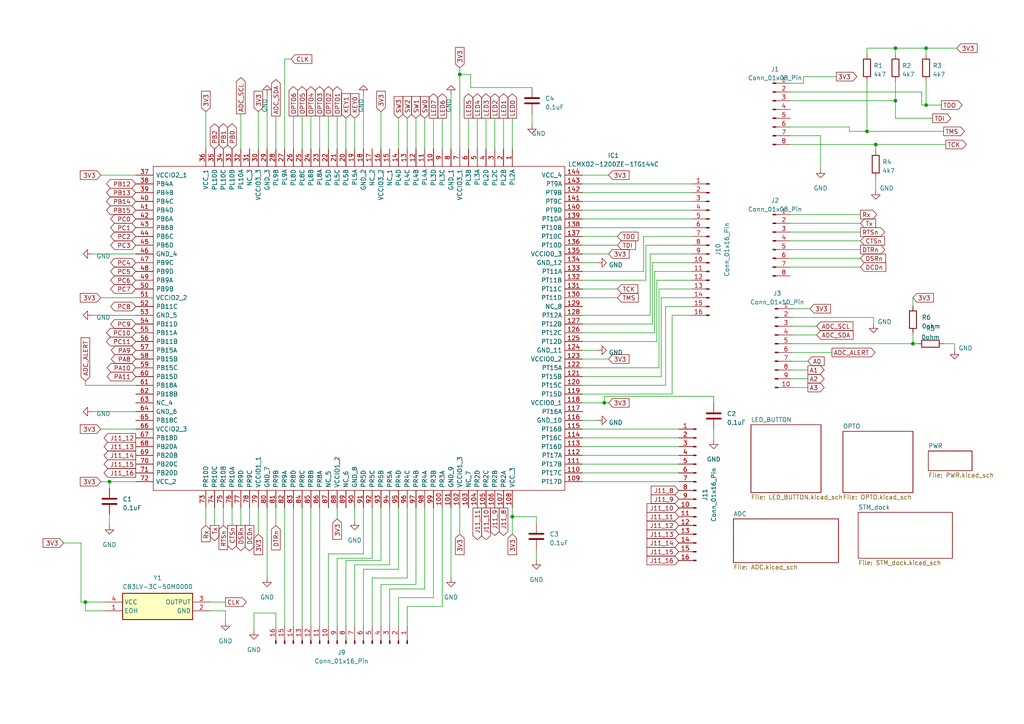
<source format=kicad_sch>
(kicad_sch (version 20230121) (generator eeschema)

  (uuid 14edb605-1834-4cad-ad76-dcabae15d086)

  (paper "A4")

  (lib_symbols
    (symbol "CB3LV-3C-50M0000:CB3LV-3C-50M0000" (in_bom yes) (on_board yes)
      (property "Reference" "Y" (at 26.67 7.62 0)
        (effects (font (size 1.27 1.27)) (justify left top))
      )
      (property "Value" "CB3LV-3C-50M0000" (at 26.67 5.08 0)
        (effects (font (size 1.27 1.27)) (justify left top))
      )
      (property "Footprint" "CB3LV3C50M0000" (at 26.67 -94.92 0)
        (effects (font (size 1.27 1.27)) (justify left top) hide)
      )
      (property "Datasheet" "" (at 26.67 -194.92 0)
        (effects (font (size 1.27 1.27)) (justify left top) hide)
      )
      (property "Height" "1.8" (at 26.67 -394.92 0)
        (effects (font (size 1.27 1.27)) (justify left top) hide)
      )
      (property "Mouser Part Number" "774-CB3LV-3C-50M0" (at 26.67 -494.92 0)
        (effects (font (size 1.27 1.27)) (justify left top) hide)
      )
      (property "Mouser Price/Stock" "https://www.mouser.co.uk/ProductDetail/CTS-Electronic-Components/CB3LV-3C-50M0000?qs=HL%252BYNjdyZ0uT6%252BfdJ%252BqvaA%3D%3D" (at 26.67 -594.92 0)
        (effects (font (size 1.27 1.27)) (justify left top) hide)
      )
      (property "Manufacturer_Name" "CTS" (at 26.67 -694.92 0)
        (effects (font (size 1.27 1.27)) (justify left top) hide)
      )
      (property "Manufacturer_Part_Number" "CB3LV-3C-50M0000" (at 26.67 -794.92 0)
        (effects (font (size 1.27 1.27)) (justify left top) hide)
      )
      (property "ki_description" "Oscillator XO 50MHz +/-50ppm 50pF HCMOS/TTL 55% 3.3V 4-Pin SMD T/R" (at 0 0 0)
        (effects (font (size 1.27 1.27)) hide)
      )
      (symbol "CB3LV-3C-50M0000_1_1"
        (rectangle (start 5.08 2.54) (end 25.4 -5.08)
          (stroke (width 0.254) (type default))
          (fill (type background))
        )
        (pin passive line (at 0 -2.54 0) (length 5.08)
          (name "EOH" (effects (font (size 1.27 1.27))))
          (number "1" (effects (font (size 1.27 1.27))))
        )
        (pin passive line (at 30.48 -2.54 180) (length 5.08)
          (name "GND" (effects (font (size 1.27 1.27))))
          (number "2" (effects (font (size 1.27 1.27))))
        )
        (pin passive line (at 30.48 0 180) (length 5.08)
          (name "OUTPUT" (effects (font (size 1.27 1.27))))
          (number "3" (effects (font (size 1.27 1.27))))
        )
        (pin passive line (at 0 0 0) (length 5.08)
          (name "VCC" (effects (font (size 1.27 1.27))))
          (number "4" (effects (font (size 1.27 1.27))))
        )
      )
    )
    (symbol "Connector:Conn_01x08_Pin" (pin_names (offset 1.016) hide) (in_bom yes) (on_board yes)
      (property "Reference" "J" (at 0 10.16 0)
        (effects (font (size 1.27 1.27)))
      )
      (property "Value" "Conn_01x08_Pin" (at 0 -12.7 0)
        (effects (font (size 1.27 1.27)))
      )
      (property "Footprint" "" (at 0 0 0)
        (effects (font (size 1.27 1.27)) hide)
      )
      (property "Datasheet" "~" (at 0 0 0)
        (effects (font (size 1.27 1.27)) hide)
      )
      (property "ki_locked" "" (at 0 0 0)
        (effects (font (size 1.27 1.27)))
      )
      (property "ki_keywords" "connector" (at 0 0 0)
        (effects (font (size 1.27 1.27)) hide)
      )
      (property "ki_description" "Generic connector, single row, 01x08, script generated" (at 0 0 0)
        (effects (font (size 1.27 1.27)) hide)
      )
      (property "ki_fp_filters" "Connector*:*_1x??_*" (at 0 0 0)
        (effects (font (size 1.27 1.27)) hide)
      )
      (symbol "Conn_01x08_Pin_1_1"
        (polyline
          (pts
            (xy 1.27 -10.16)
            (xy 0.8636 -10.16)
          )
          (stroke (width 0.1524) (type default))
          (fill (type none))
        )
        (polyline
          (pts
            (xy 1.27 -7.62)
            (xy 0.8636 -7.62)
          )
          (stroke (width 0.1524) (type default))
          (fill (type none))
        )
        (polyline
          (pts
            (xy 1.27 -5.08)
            (xy 0.8636 -5.08)
          )
          (stroke (width 0.1524) (type default))
          (fill (type none))
        )
        (polyline
          (pts
            (xy 1.27 -2.54)
            (xy 0.8636 -2.54)
          )
          (stroke (width 0.1524) (type default))
          (fill (type none))
        )
        (polyline
          (pts
            (xy 1.27 0)
            (xy 0.8636 0)
          )
          (stroke (width 0.1524) (type default))
          (fill (type none))
        )
        (polyline
          (pts
            (xy 1.27 2.54)
            (xy 0.8636 2.54)
          )
          (stroke (width 0.1524) (type default))
          (fill (type none))
        )
        (polyline
          (pts
            (xy 1.27 5.08)
            (xy 0.8636 5.08)
          )
          (stroke (width 0.1524) (type default))
          (fill (type none))
        )
        (polyline
          (pts
            (xy 1.27 7.62)
            (xy 0.8636 7.62)
          )
          (stroke (width 0.1524) (type default))
          (fill (type none))
        )
        (rectangle (start 0.8636 -10.033) (end 0 -10.287)
          (stroke (width 0.1524) (type default))
          (fill (type outline))
        )
        (rectangle (start 0.8636 -7.493) (end 0 -7.747)
          (stroke (width 0.1524) (type default))
          (fill (type outline))
        )
        (rectangle (start 0.8636 -4.953) (end 0 -5.207)
          (stroke (width 0.1524) (type default))
          (fill (type outline))
        )
        (rectangle (start 0.8636 -2.413) (end 0 -2.667)
          (stroke (width 0.1524) (type default))
          (fill (type outline))
        )
        (rectangle (start 0.8636 0.127) (end 0 -0.127)
          (stroke (width 0.1524) (type default))
          (fill (type outline))
        )
        (rectangle (start 0.8636 2.667) (end 0 2.413)
          (stroke (width 0.1524) (type default))
          (fill (type outline))
        )
        (rectangle (start 0.8636 5.207) (end 0 4.953)
          (stroke (width 0.1524) (type default))
          (fill (type outline))
        )
        (rectangle (start 0.8636 7.747) (end 0 7.493)
          (stroke (width 0.1524) (type default))
          (fill (type outline))
        )
        (pin passive line (at 5.08 7.62 180) (length 3.81)
          (name "Pin_1" (effects (font (size 1.27 1.27))))
          (number "1" (effects (font (size 1.27 1.27))))
        )
        (pin passive line (at 5.08 5.08 180) (length 3.81)
          (name "Pin_2" (effects (font (size 1.27 1.27))))
          (number "2" (effects (font (size 1.27 1.27))))
        )
        (pin passive line (at 5.08 2.54 180) (length 3.81)
          (name "Pin_3" (effects (font (size 1.27 1.27))))
          (number "3" (effects (font (size 1.27 1.27))))
        )
        (pin passive line (at 5.08 0 180) (length 3.81)
          (name "Pin_4" (effects (font (size 1.27 1.27))))
          (number "4" (effects (font (size 1.27 1.27))))
        )
        (pin passive line (at 5.08 -2.54 180) (length 3.81)
          (name "Pin_5" (effects (font (size 1.27 1.27))))
          (number "5" (effects (font (size 1.27 1.27))))
        )
        (pin passive line (at 5.08 -5.08 180) (length 3.81)
          (name "Pin_6" (effects (font (size 1.27 1.27))))
          (number "6" (effects (font (size 1.27 1.27))))
        )
        (pin passive line (at 5.08 -7.62 180) (length 3.81)
          (name "Pin_7" (effects (font (size 1.27 1.27))))
          (number "7" (effects (font (size 1.27 1.27))))
        )
        (pin passive line (at 5.08 -10.16 180) (length 3.81)
          (name "Pin_8" (effects (font (size 1.27 1.27))))
          (number "8" (effects (font (size 1.27 1.27))))
        )
      )
    )
    (symbol "Connector:Conn_01x10_Pin" (pin_names (offset 1.016) hide) (in_bom yes) (on_board yes)
      (property "Reference" "J" (at 0 12.7 0)
        (effects (font (size 1.27 1.27)))
      )
      (property "Value" "Conn_01x10_Pin" (at 0 -15.24 0)
        (effects (font (size 1.27 1.27)))
      )
      (property "Footprint" "" (at 0 0 0)
        (effects (font (size 1.27 1.27)) hide)
      )
      (property "Datasheet" "~" (at 0 0 0)
        (effects (font (size 1.27 1.27)) hide)
      )
      (property "ki_locked" "" (at 0 0 0)
        (effects (font (size 1.27 1.27)))
      )
      (property "ki_keywords" "connector" (at 0 0 0)
        (effects (font (size 1.27 1.27)) hide)
      )
      (property "ki_description" "Generic connector, single row, 01x10, script generated" (at 0 0 0)
        (effects (font (size 1.27 1.27)) hide)
      )
      (property "ki_fp_filters" "Connector*:*_1x??_*" (at 0 0 0)
        (effects (font (size 1.27 1.27)) hide)
      )
      (symbol "Conn_01x10_Pin_1_1"
        (polyline
          (pts
            (xy 1.27 -12.7)
            (xy 0.8636 -12.7)
          )
          (stroke (width 0.1524) (type default))
          (fill (type none))
        )
        (polyline
          (pts
            (xy 1.27 -10.16)
            (xy 0.8636 -10.16)
          )
          (stroke (width 0.1524) (type default))
          (fill (type none))
        )
        (polyline
          (pts
            (xy 1.27 -7.62)
            (xy 0.8636 -7.62)
          )
          (stroke (width 0.1524) (type default))
          (fill (type none))
        )
        (polyline
          (pts
            (xy 1.27 -5.08)
            (xy 0.8636 -5.08)
          )
          (stroke (width 0.1524) (type default))
          (fill (type none))
        )
        (polyline
          (pts
            (xy 1.27 -2.54)
            (xy 0.8636 -2.54)
          )
          (stroke (width 0.1524) (type default))
          (fill (type none))
        )
        (polyline
          (pts
            (xy 1.27 0)
            (xy 0.8636 0)
          )
          (stroke (width 0.1524) (type default))
          (fill (type none))
        )
        (polyline
          (pts
            (xy 1.27 2.54)
            (xy 0.8636 2.54)
          )
          (stroke (width 0.1524) (type default))
          (fill (type none))
        )
        (polyline
          (pts
            (xy 1.27 5.08)
            (xy 0.8636 5.08)
          )
          (stroke (width 0.1524) (type default))
          (fill (type none))
        )
        (polyline
          (pts
            (xy 1.27 7.62)
            (xy 0.8636 7.62)
          )
          (stroke (width 0.1524) (type default))
          (fill (type none))
        )
        (polyline
          (pts
            (xy 1.27 10.16)
            (xy 0.8636 10.16)
          )
          (stroke (width 0.1524) (type default))
          (fill (type none))
        )
        (rectangle (start 0.8636 -12.573) (end 0 -12.827)
          (stroke (width 0.1524) (type default))
          (fill (type outline))
        )
        (rectangle (start 0.8636 -10.033) (end 0 -10.287)
          (stroke (width 0.1524) (type default))
          (fill (type outline))
        )
        (rectangle (start 0.8636 -7.493) (end 0 -7.747)
          (stroke (width 0.1524) (type default))
          (fill (type outline))
        )
        (rectangle (start 0.8636 -4.953) (end 0 -5.207)
          (stroke (width 0.1524) (type default))
          (fill (type outline))
        )
        (rectangle (start 0.8636 -2.413) (end 0 -2.667)
          (stroke (width 0.1524) (type default))
          (fill (type outline))
        )
        (rectangle (start 0.8636 0.127) (end 0 -0.127)
          (stroke (width 0.1524) (type default))
          (fill (type outline))
        )
        (rectangle (start 0.8636 2.667) (end 0 2.413)
          (stroke (width 0.1524) (type default))
          (fill (type outline))
        )
        (rectangle (start 0.8636 5.207) (end 0 4.953)
          (stroke (width 0.1524) (type default))
          (fill (type outline))
        )
        (rectangle (start 0.8636 7.747) (end 0 7.493)
          (stroke (width 0.1524) (type default))
          (fill (type outline))
        )
        (rectangle (start 0.8636 10.287) (end 0 10.033)
          (stroke (width 0.1524) (type default))
          (fill (type outline))
        )
        (pin passive line (at 5.08 10.16 180) (length 3.81)
          (name "Pin_1" (effects (font (size 1.27 1.27))))
          (number "1" (effects (font (size 1.27 1.27))))
        )
        (pin passive line (at 5.08 -12.7 180) (length 3.81)
          (name "Pin_10" (effects (font (size 1.27 1.27))))
          (number "10" (effects (font (size 1.27 1.27))))
        )
        (pin passive line (at 5.08 7.62 180) (length 3.81)
          (name "Pin_2" (effects (font (size 1.27 1.27))))
          (number "2" (effects (font (size 1.27 1.27))))
        )
        (pin passive line (at 5.08 5.08 180) (length 3.81)
          (name "Pin_3" (effects (font (size 1.27 1.27))))
          (number "3" (effects (font (size 1.27 1.27))))
        )
        (pin passive line (at 5.08 2.54 180) (length 3.81)
          (name "Pin_4" (effects (font (size 1.27 1.27))))
          (number "4" (effects (font (size 1.27 1.27))))
        )
        (pin passive line (at 5.08 0 180) (length 3.81)
          (name "Pin_5" (effects (font (size 1.27 1.27))))
          (number "5" (effects (font (size 1.27 1.27))))
        )
        (pin passive line (at 5.08 -2.54 180) (length 3.81)
          (name "Pin_6" (effects (font (size 1.27 1.27))))
          (number "6" (effects (font (size 1.27 1.27))))
        )
        (pin passive line (at 5.08 -5.08 180) (length 3.81)
          (name "Pin_7" (effects (font (size 1.27 1.27))))
          (number "7" (effects (font (size 1.27 1.27))))
        )
        (pin passive line (at 5.08 -7.62 180) (length 3.81)
          (name "Pin_8" (effects (font (size 1.27 1.27))))
          (number "8" (effects (font (size 1.27 1.27))))
        )
        (pin passive line (at 5.08 -10.16 180) (length 3.81)
          (name "Pin_9" (effects (font (size 1.27 1.27))))
          (number "9" (effects (font (size 1.27 1.27))))
        )
      )
    )
    (symbol "Connector:Conn_01x16_Pin" (pin_names (offset 1.016) hide) (in_bom yes) (on_board yes)
      (property "Reference" "J" (at 0 20.32 0)
        (effects (font (size 1.27 1.27)))
      )
      (property "Value" "Conn_01x16_Pin" (at 0 -22.86 0)
        (effects (font (size 1.27 1.27)))
      )
      (property "Footprint" "" (at 0 0 0)
        (effects (font (size 1.27 1.27)) hide)
      )
      (property "Datasheet" "~" (at 0 0 0)
        (effects (font (size 1.27 1.27)) hide)
      )
      (property "ki_locked" "" (at 0 0 0)
        (effects (font (size 1.27 1.27)))
      )
      (property "ki_keywords" "connector" (at 0 0 0)
        (effects (font (size 1.27 1.27)) hide)
      )
      (property "ki_description" "Generic connector, single row, 01x16, script generated" (at 0 0 0)
        (effects (font (size 1.27 1.27)) hide)
      )
      (property "ki_fp_filters" "Connector*:*_1x??_*" (at 0 0 0)
        (effects (font (size 1.27 1.27)) hide)
      )
      (symbol "Conn_01x16_Pin_1_1"
        (polyline
          (pts
            (xy 1.27 -20.32)
            (xy 0.8636 -20.32)
          )
          (stroke (width 0.1524) (type default))
          (fill (type none))
        )
        (polyline
          (pts
            (xy 1.27 -17.78)
            (xy 0.8636 -17.78)
          )
          (stroke (width 0.1524) (type default))
          (fill (type none))
        )
        (polyline
          (pts
            (xy 1.27 -15.24)
            (xy 0.8636 -15.24)
          )
          (stroke (width 0.1524) (type default))
          (fill (type none))
        )
        (polyline
          (pts
            (xy 1.27 -12.7)
            (xy 0.8636 -12.7)
          )
          (stroke (width 0.1524) (type default))
          (fill (type none))
        )
        (polyline
          (pts
            (xy 1.27 -10.16)
            (xy 0.8636 -10.16)
          )
          (stroke (width 0.1524) (type default))
          (fill (type none))
        )
        (polyline
          (pts
            (xy 1.27 -7.62)
            (xy 0.8636 -7.62)
          )
          (stroke (width 0.1524) (type default))
          (fill (type none))
        )
        (polyline
          (pts
            (xy 1.27 -5.08)
            (xy 0.8636 -5.08)
          )
          (stroke (width 0.1524) (type default))
          (fill (type none))
        )
        (polyline
          (pts
            (xy 1.27 -2.54)
            (xy 0.8636 -2.54)
          )
          (stroke (width 0.1524) (type default))
          (fill (type none))
        )
        (polyline
          (pts
            (xy 1.27 0)
            (xy 0.8636 0)
          )
          (stroke (width 0.1524) (type default))
          (fill (type none))
        )
        (polyline
          (pts
            (xy 1.27 2.54)
            (xy 0.8636 2.54)
          )
          (stroke (width 0.1524) (type default))
          (fill (type none))
        )
        (polyline
          (pts
            (xy 1.27 5.08)
            (xy 0.8636 5.08)
          )
          (stroke (width 0.1524) (type default))
          (fill (type none))
        )
        (polyline
          (pts
            (xy 1.27 7.62)
            (xy 0.8636 7.62)
          )
          (stroke (width 0.1524) (type default))
          (fill (type none))
        )
        (polyline
          (pts
            (xy 1.27 10.16)
            (xy 0.8636 10.16)
          )
          (stroke (width 0.1524) (type default))
          (fill (type none))
        )
        (polyline
          (pts
            (xy 1.27 12.7)
            (xy 0.8636 12.7)
          )
          (stroke (width 0.1524) (type default))
          (fill (type none))
        )
        (polyline
          (pts
            (xy 1.27 15.24)
            (xy 0.8636 15.24)
          )
          (stroke (width 0.1524) (type default))
          (fill (type none))
        )
        (polyline
          (pts
            (xy 1.27 17.78)
            (xy 0.8636 17.78)
          )
          (stroke (width 0.1524) (type default))
          (fill (type none))
        )
        (rectangle (start 0.8636 -20.193) (end 0 -20.447)
          (stroke (width 0.1524) (type default))
          (fill (type outline))
        )
        (rectangle (start 0.8636 -17.653) (end 0 -17.907)
          (stroke (width 0.1524) (type default))
          (fill (type outline))
        )
        (rectangle (start 0.8636 -15.113) (end 0 -15.367)
          (stroke (width 0.1524) (type default))
          (fill (type outline))
        )
        (rectangle (start 0.8636 -12.573) (end 0 -12.827)
          (stroke (width 0.1524) (type default))
          (fill (type outline))
        )
        (rectangle (start 0.8636 -10.033) (end 0 -10.287)
          (stroke (width 0.1524) (type default))
          (fill (type outline))
        )
        (rectangle (start 0.8636 -7.493) (end 0 -7.747)
          (stroke (width 0.1524) (type default))
          (fill (type outline))
        )
        (rectangle (start 0.8636 -4.953) (end 0 -5.207)
          (stroke (width 0.1524) (type default))
          (fill (type outline))
        )
        (rectangle (start 0.8636 -2.413) (end 0 -2.667)
          (stroke (width 0.1524) (type default))
          (fill (type outline))
        )
        (rectangle (start 0.8636 0.127) (end 0 -0.127)
          (stroke (width 0.1524) (type default))
          (fill (type outline))
        )
        (rectangle (start 0.8636 2.667) (end 0 2.413)
          (stroke (width 0.1524) (type default))
          (fill (type outline))
        )
        (rectangle (start 0.8636 5.207) (end 0 4.953)
          (stroke (width 0.1524) (type default))
          (fill (type outline))
        )
        (rectangle (start 0.8636 7.747) (end 0 7.493)
          (stroke (width 0.1524) (type default))
          (fill (type outline))
        )
        (rectangle (start 0.8636 10.287) (end 0 10.033)
          (stroke (width 0.1524) (type default))
          (fill (type outline))
        )
        (rectangle (start 0.8636 12.827) (end 0 12.573)
          (stroke (width 0.1524) (type default))
          (fill (type outline))
        )
        (rectangle (start 0.8636 15.367) (end 0 15.113)
          (stroke (width 0.1524) (type default))
          (fill (type outline))
        )
        (rectangle (start 0.8636 17.907) (end 0 17.653)
          (stroke (width 0.1524) (type default))
          (fill (type outline))
        )
        (pin passive line (at 5.08 17.78 180) (length 3.81)
          (name "Pin_1" (effects (font (size 1.27 1.27))))
          (number "1" (effects (font (size 1.27 1.27))))
        )
        (pin passive line (at 5.08 -5.08 180) (length 3.81)
          (name "Pin_10" (effects (font (size 1.27 1.27))))
          (number "10" (effects (font (size 1.27 1.27))))
        )
        (pin passive line (at 5.08 -7.62 180) (length 3.81)
          (name "Pin_11" (effects (font (size 1.27 1.27))))
          (number "11" (effects (font (size 1.27 1.27))))
        )
        (pin passive line (at 5.08 -10.16 180) (length 3.81)
          (name "Pin_12" (effects (font (size 1.27 1.27))))
          (number "12" (effects (font (size 1.27 1.27))))
        )
        (pin passive line (at 5.08 -12.7 180) (length 3.81)
          (name "Pin_13" (effects (font (size 1.27 1.27))))
          (number "13" (effects (font (size 1.27 1.27))))
        )
        (pin passive line (at 5.08 -15.24 180) (length 3.81)
          (name "Pin_14" (effects (font (size 1.27 1.27))))
          (number "14" (effects (font (size 1.27 1.27))))
        )
        (pin passive line (at 5.08 -17.78 180) (length 3.81)
          (name "Pin_15" (effects (font (size 1.27 1.27))))
          (number "15" (effects (font (size 1.27 1.27))))
        )
        (pin passive line (at 5.08 -20.32 180) (length 3.81)
          (name "Pin_16" (effects (font (size 1.27 1.27))))
          (number "16" (effects (font (size 1.27 1.27))))
        )
        (pin passive line (at 5.08 15.24 180) (length 3.81)
          (name "Pin_2" (effects (font (size 1.27 1.27))))
          (number "2" (effects (font (size 1.27 1.27))))
        )
        (pin passive line (at 5.08 12.7 180) (length 3.81)
          (name "Pin_3" (effects (font (size 1.27 1.27))))
          (number "3" (effects (font (size 1.27 1.27))))
        )
        (pin passive line (at 5.08 10.16 180) (length 3.81)
          (name "Pin_4" (effects (font (size 1.27 1.27))))
          (number "4" (effects (font (size 1.27 1.27))))
        )
        (pin passive line (at 5.08 7.62 180) (length 3.81)
          (name "Pin_5" (effects (font (size 1.27 1.27))))
          (number "5" (effects (font (size 1.27 1.27))))
        )
        (pin passive line (at 5.08 5.08 180) (length 3.81)
          (name "Pin_6" (effects (font (size 1.27 1.27))))
          (number "6" (effects (font (size 1.27 1.27))))
        )
        (pin passive line (at 5.08 2.54 180) (length 3.81)
          (name "Pin_7" (effects (font (size 1.27 1.27))))
          (number "7" (effects (font (size 1.27 1.27))))
        )
        (pin passive line (at 5.08 0 180) (length 3.81)
          (name "Pin_8" (effects (font (size 1.27 1.27))))
          (number "8" (effects (font (size 1.27 1.27))))
        )
        (pin passive line (at 5.08 -2.54 180) (length 3.81)
          (name "Pin_9" (effects (font (size 1.27 1.27))))
          (number "9" (effects (font (size 1.27 1.27))))
        )
      )
    )
    (symbol "Device:C" (pin_numbers hide) (pin_names (offset 0.254)) (in_bom yes) (on_board yes)
      (property "Reference" "C" (at 0.635 2.54 0)
        (effects (font (size 1.27 1.27)) (justify left))
      )
      (property "Value" "C" (at 0.635 -2.54 0)
        (effects (font (size 1.27 1.27)) (justify left))
      )
      (property "Footprint" "" (at 0.9652 -3.81 0)
        (effects (font (size 1.27 1.27)) hide)
      )
      (property "Datasheet" "~" (at 0 0 0)
        (effects (font (size 1.27 1.27)) hide)
      )
      (property "ki_keywords" "cap capacitor" (at 0 0 0)
        (effects (font (size 1.27 1.27)) hide)
      )
      (property "ki_description" "Unpolarized capacitor" (at 0 0 0)
        (effects (font (size 1.27 1.27)) hide)
      )
      (property "ki_fp_filters" "C_*" (at 0 0 0)
        (effects (font (size 1.27 1.27)) hide)
      )
      (symbol "C_0_1"
        (polyline
          (pts
            (xy -2.032 -0.762)
            (xy 2.032 -0.762)
          )
          (stroke (width 0.508) (type default))
          (fill (type none))
        )
        (polyline
          (pts
            (xy -2.032 0.762)
            (xy 2.032 0.762)
          )
          (stroke (width 0.508) (type default))
          (fill (type none))
        )
      )
      (symbol "C_1_1"
        (pin passive line (at 0 3.81 270) (length 2.794)
          (name "~" (effects (font (size 1.27 1.27))))
          (number "1" (effects (font (size 1.27 1.27))))
        )
        (pin passive line (at 0 -3.81 90) (length 2.794)
          (name "~" (effects (font (size 1.27 1.27))))
          (number "2" (effects (font (size 1.27 1.27))))
        )
      )
    )
    (symbol "Device:R" (pin_numbers hide) (pin_names (offset 0)) (in_bom yes) (on_board yes)
      (property "Reference" "R" (at 2.032 0 90)
        (effects (font (size 1.27 1.27)))
      )
      (property "Value" "R" (at 0 0 90)
        (effects (font (size 1.27 1.27)))
      )
      (property "Footprint" "" (at -1.778 0 90)
        (effects (font (size 1.27 1.27)) hide)
      )
      (property "Datasheet" "~" (at 0 0 0)
        (effects (font (size 1.27 1.27)) hide)
      )
      (property "ki_keywords" "R res resistor" (at 0 0 0)
        (effects (font (size 1.27 1.27)) hide)
      )
      (property "ki_description" "Resistor" (at 0 0 0)
        (effects (font (size 1.27 1.27)) hide)
      )
      (property "ki_fp_filters" "R_*" (at 0 0 0)
        (effects (font (size 1.27 1.27)) hide)
      )
      (symbol "R_0_1"
        (rectangle (start -1.016 -2.54) (end 1.016 2.54)
          (stroke (width 0.254) (type default))
          (fill (type none))
        )
      )
      (symbol "R_1_1"
        (pin passive line (at 0 3.81 270) (length 1.27)
          (name "~" (effects (font (size 1.27 1.27))))
          (number "1" (effects (font (size 1.27 1.27))))
        )
        (pin passive line (at 0 -3.81 90) (length 1.27)
          (name "~" (effects (font (size 1.27 1.27))))
          (number "2" (effects (font (size 1.27 1.27))))
        )
      )
    )
    (symbol "Lattice_FPGA:LCMXO2-1200ZE-1TG144C" (pin_names (offset 0.762)) (in_bom yes) (on_board yes)
      (property "Reference" "IC" (at 100.33 20.32 0)
        (effects (font (size 1.27 1.27)) (justify left))
      )
      (property "Value" "LCMXO2-1200ZE-1TG144C" (at 100.33 17.78 0)
        (effects (font (size 1.27 1.27)) (justify left))
      )
      (property "Footprint" "QFP50P2200X2200X160-144N" (at 100.33 15.24 0)
        (effects (font (size 1.27 1.27)) (justify left) hide)
      )
      (property "Datasheet" "https://datasheet.datasheetarchive.com/originals/distributors/Datasheets-DGA19/41708.pdf" (at 100.33 12.7 0)
        (effects (font (size 1.27 1.27)) (justify left) hide)
      )
      (property "Description" "LATTICE SEMICONDUCTOR - LCMXO2-1200ZE-1TG144C - CPLD, MachXO2 Series, FLASH, 1200, 108 I/O\\'s, TQFP, 144 Pins, 104 MHz" (at 100.33 10.16 0)
        (effects (font (size 1.27 1.27)) (justify left) hide)
      )
      (property "Height" "1.6" (at 100.33 7.62 0)
        (effects (font (size 1.27 1.27)) (justify left) hide)
      )
      (property "Mouser Part Number" "842-XO21200ZE1TG144C" (at 100.33 5.08 0)
        (effects (font (size 1.27 1.27)) (justify left) hide)
      )
      (property "Mouser Price/Stock" "https://www.mouser.co.uk/ProductDetail/Lattice/LCMXO2-1200ZE-1TG144C?qs=O0MBHUYBjj1cB46yMhs%252BbA%3D%3D" (at 100.33 2.54 0)
        (effects (font (size 1.27 1.27)) (justify left) hide)
      )
      (property "Manufacturer_Name" "Lattice Semiconductor" (at 100.33 0 0)
        (effects (font (size 1.27 1.27)) (justify left) hide)
      )
      (property "Manufacturer_Part_Number" "LCMXO2-1200ZE-1TG144C" (at 100.33 -2.54 0)
        (effects (font (size 1.27 1.27)) (justify left) hide)
      )
      (property "ki_description" "LATTICE SEMICONDUCTOR - LCMXO2-1200ZE-1TG144C - CPLD, MachXO2 Series, FLASH, 1200, 108 I/O's, TQFP, 144 Pins, 104 MHz" (at 0 0 0)
        (effects (font (size 1.27 1.27)) hide)
      )
      (symbol "LCMXO2-1200ZE-1TG144C_0_0"
        (pin passive line (at 0 0 0) (length 5.08)
          (name "PL2A" (effects (font (size 1.27 1.27))))
          (number "1" (effects (font (size 1.27 1.27))))
        )
        (pin passive line (at 0 -22.86 0) (length 5.08)
          (name "PL3D" (effects (font (size 1.27 1.27))))
          (number "10" (effects (font (size 1.27 1.27))))
        )
        (pin passive line (at 104.14 -20.32 180) (length 5.08)
          (name "PR3A" (effects (font (size 1.27 1.27))))
          (number "100" (effects (font (size 1.27 1.27))))
        )
        (pin passive line (at 104.14 -17.78 180) (length 5.08)
          (name "GND_9" (effects (font (size 1.27 1.27))))
          (number "101" (effects (font (size 1.27 1.27))))
        )
        (pin passive line (at 104.14 -15.24 180) (length 5.08)
          (name "VCCIO1_3" (effects (font (size 1.27 1.27))))
          (number "102" (effects (font (size 1.27 1.27))))
        )
        (pin passive line (at 104.14 -12.7 180) (length 5.08)
          (name "NC_7" (effects (font (size 1.27 1.27))))
          (number "103" (effects (font (size 1.27 1.27))))
        )
        (pin passive line (at 104.14 -10.16 180) (length 5.08)
          (name "PR2D" (effects (font (size 1.27 1.27))))
          (number "104" (effects (font (size 1.27 1.27))))
        )
        (pin passive line (at 104.14 -7.62 180) (length 5.08)
          (name "PR2C" (effects (font (size 1.27 1.27))))
          (number "105" (effects (font (size 1.27 1.27))))
        )
        (pin passive line (at 104.14 -5.08 180) (length 5.08)
          (name "PR2B" (effects (font (size 1.27 1.27))))
          (number "106" (effects (font (size 1.27 1.27))))
        )
        (pin passive line (at 104.14 -2.54 180) (length 5.08)
          (name "PR2A" (effects (font (size 1.27 1.27))))
          (number "107" (effects (font (size 1.27 1.27))))
        )
        (pin passive line (at 104.14 0 180) (length 5.08)
          (name "VCC_3" (effects (font (size 1.27 1.27))))
          (number "108" (effects (font (size 1.27 1.27))))
        )
        (pin passive line (at 96.52 20.32 270) (length 5.08)
          (name "PT17D" (effects (font (size 1.27 1.27))))
          (number "109" (effects (font (size 1.27 1.27))))
        )
        (pin passive line (at 0 -25.4 0) (length 5.08)
          (name "PL4A" (effects (font (size 1.27 1.27))))
          (number "11" (effects (font (size 1.27 1.27))))
        )
        (pin passive line (at 93.98 20.32 270) (length 5.08)
          (name "PT17C" (effects (font (size 1.27 1.27))))
          (number "110" (effects (font (size 1.27 1.27))))
        )
        (pin passive line (at 91.44 20.32 270) (length 5.08)
          (name "PT17B" (effects (font (size 1.27 1.27))))
          (number "111" (effects (font (size 1.27 1.27))))
        )
        (pin passive line (at 88.9 20.32 270) (length 5.08)
          (name "PT17A" (effects (font (size 1.27 1.27))))
          (number "112" (effects (font (size 1.27 1.27))))
        )
        (pin passive line (at 86.36 20.32 270) (length 5.08)
          (name "PT16D" (effects (font (size 1.27 1.27))))
          (number "113" (effects (font (size 1.27 1.27))))
        )
        (pin passive line (at 83.82 20.32 270) (length 5.08)
          (name "PT16C" (effects (font (size 1.27 1.27))))
          (number "114" (effects (font (size 1.27 1.27))))
        )
        (pin passive line (at 81.28 20.32 270) (length 5.08)
          (name "PT16B" (effects (font (size 1.27 1.27))))
          (number "115" (effects (font (size 1.27 1.27))))
        )
        (pin passive line (at 78.74 20.32 270) (length 5.08)
          (name "GND_10" (effects (font (size 1.27 1.27))))
          (number "116" (effects (font (size 1.27 1.27))))
        )
        (pin passive line (at 76.2 20.32 270) (length 5.08)
          (name "PT16A" (effects (font (size 1.27 1.27))))
          (number "117" (effects (font (size 1.27 1.27))))
        )
        (pin passive line (at 73.66 20.32 270) (length 5.08)
          (name "VCCIO0_1" (effects (font (size 1.27 1.27))))
          (number "118" (effects (font (size 1.27 1.27))))
        )
        (pin passive line (at 71.12 20.32 270) (length 5.08)
          (name "PT15D" (effects (font (size 1.27 1.27))))
          (number "119" (effects (font (size 1.27 1.27))))
        )
        (pin passive line (at 0 -27.94 0) (length 5.08)
          (name "PL4B" (effects (font (size 1.27 1.27))))
          (number "12" (effects (font (size 1.27 1.27))))
        )
        (pin passive line (at 68.58 20.32 270) (length 5.08)
          (name "PT15C" (effects (font (size 1.27 1.27))))
          (number "120" (effects (font (size 1.27 1.27))))
        )
        (pin passive line (at 66.04 20.32 270) (length 5.08)
          (name "PT15B" (effects (font (size 1.27 1.27))))
          (number "121" (effects (font (size 1.27 1.27))))
        )
        (pin passive line (at 63.5 20.32 270) (length 5.08)
          (name "PT15A" (effects (font (size 1.27 1.27))))
          (number "122" (effects (font (size 1.27 1.27))))
        )
        (pin passive line (at 60.96 20.32 270) (length 5.08)
          (name "VCCIO0_2" (effects (font (size 1.27 1.27))))
          (number "123" (effects (font (size 1.27 1.27))))
        )
        (pin passive line (at 58.42 20.32 270) (length 5.08)
          (name "GND_11" (effects (font (size 1.27 1.27))))
          (number "124" (effects (font (size 1.27 1.27))))
        )
        (pin passive line (at 55.88 20.32 270) (length 5.08)
          (name "PT12D" (effects (font (size 1.27 1.27))))
          (number "125" (effects (font (size 1.27 1.27))))
        )
        (pin passive line (at 53.34 20.32 270) (length 5.08)
          (name "PT12C" (effects (font (size 1.27 1.27))))
          (number "126" (effects (font (size 1.27 1.27))))
        )
        (pin passive line (at 50.8 20.32 270) (length 5.08)
          (name "PT12B" (effects (font (size 1.27 1.27))))
          (number "127" (effects (font (size 1.27 1.27))))
        )
        (pin passive line (at 48.26 20.32 270) (length 5.08)
          (name "PT12A" (effects (font (size 1.27 1.27))))
          (number "128" (effects (font (size 1.27 1.27))))
        )
        (pin passive line (at 45.72 20.32 270) (length 5.08)
          (name "NC_8" (effects (font (size 1.27 1.27))))
          (number "129" (effects (font (size 1.27 1.27))))
        )
        (pin passive line (at 0 -30.48 0) (length 5.08)
          (name "PL4C" (effects (font (size 1.27 1.27))))
          (number "13" (effects (font (size 1.27 1.27))))
        )
        (pin passive line (at 43.18 20.32 270) (length 5.08)
          (name "PT11D" (effects (font (size 1.27 1.27))))
          (number "130" (effects (font (size 1.27 1.27))))
        )
        (pin passive line (at 40.64 20.32 270) (length 5.08)
          (name "PT11C" (effects (font (size 1.27 1.27))))
          (number "131" (effects (font (size 1.27 1.27))))
        )
        (pin passive line (at 38.1 20.32 270) (length 5.08)
          (name "PT11B" (effects (font (size 1.27 1.27))))
          (number "132" (effects (font (size 1.27 1.27))))
        )
        (pin passive line (at 35.56 20.32 270) (length 5.08)
          (name "PT11A" (effects (font (size 1.27 1.27))))
          (number "133" (effects (font (size 1.27 1.27))))
        )
        (pin passive line (at 33.02 20.32 270) (length 5.08)
          (name "GND_12" (effects (font (size 1.27 1.27))))
          (number "134" (effects (font (size 1.27 1.27))))
        )
        (pin passive line (at 30.48 20.32 270) (length 5.08)
          (name "VCCIO0_3" (effects (font (size 1.27 1.27))))
          (number "135" (effects (font (size 1.27 1.27))))
        )
        (pin passive line (at 27.94 20.32 270) (length 5.08)
          (name "PT10D" (effects (font (size 1.27 1.27))))
          (number "136" (effects (font (size 1.27 1.27))))
        )
        (pin passive line (at 25.4 20.32 270) (length 5.08)
          (name "PT10C" (effects (font (size 1.27 1.27))))
          (number "137" (effects (font (size 1.27 1.27))))
        )
        (pin passive line (at 22.86 20.32 270) (length 5.08)
          (name "PT10B" (effects (font (size 1.27 1.27))))
          (number "138" (effects (font (size 1.27 1.27))))
        )
        (pin passive line (at 20.32 20.32 270) (length 5.08)
          (name "PT10A" (effects (font (size 1.27 1.27))))
          (number "139" (effects (font (size 1.27 1.27))))
        )
        (pin passive line (at 0 -33.02 0) (length 5.08)
          (name "PL4D" (effects (font (size 1.27 1.27))))
          (number "14" (effects (font (size 1.27 1.27))))
        )
        (pin passive line (at 17.78 20.32 270) (length 5.08)
          (name "PT9D" (effects (font (size 1.27 1.27))))
          (number "140" (effects (font (size 1.27 1.27))))
        )
        (pin passive line (at 15.24 20.32 270) (length 5.08)
          (name "PT9C" (effects (font (size 1.27 1.27))))
          (number "141" (effects (font (size 1.27 1.27))))
        )
        (pin passive line (at 12.7 20.32 270) (length 5.08)
          (name "PT9B" (effects (font (size 1.27 1.27))))
          (number "142" (effects (font (size 1.27 1.27))))
        )
        (pin passive line (at 10.16 20.32 270) (length 5.08)
          (name "PT9A" (effects (font (size 1.27 1.27))))
          (number "143" (effects (font (size 1.27 1.27))))
        )
        (pin passive line (at 7.62 20.32 270) (length 5.08)
          (name "VCC_4" (effects (font (size 1.27 1.27))))
          (number "144" (effects (font (size 1.27 1.27))))
        )
        (pin passive line (at 0 -35.56 0) (length 5.08)
          (name "NC_1" (effects (font (size 1.27 1.27))))
          (number "15" (effects (font (size 1.27 1.27))))
        )
        (pin passive line (at 0 -38.1 0) (length 5.08)
          (name "VCCIO3_2" (effects (font (size 1.27 1.27))))
          (number "16" (effects (font (size 1.27 1.27))))
        )
        (pin passive line (at 0 -40.64 0) (length 5.08)
          (name "NC_2" (effects (font (size 1.27 1.27))))
          (number "17" (effects (font (size 1.27 1.27))))
        )
        (pin passive line (at 0 -43.18 0) (length 5.08)
          (name "GND_2" (effects (font (size 1.27 1.27))))
          (number "18" (effects (font (size 1.27 1.27))))
        )
        (pin passive line (at 0 -45.72 0) (length 5.08)
          (name "PL5A" (effects (font (size 1.27 1.27))))
          (number "19" (effects (font (size 1.27 1.27))))
        )
        (pin passive line (at 0 -2.54 0) (length 5.08)
          (name "PL2B" (effects (font (size 1.27 1.27))))
          (number "2" (effects (font (size 1.27 1.27))))
        )
        (pin passive line (at 0 -48.26 0) (length 5.08)
          (name "PL5B" (effects (font (size 1.27 1.27))))
          (number "20" (effects (font (size 1.27 1.27))))
        )
        (pin passive line (at 0 -50.8 0) (length 5.08)
          (name "PL5C" (effects (font (size 1.27 1.27))))
          (number "21" (effects (font (size 1.27 1.27))))
        )
        (pin passive line (at 0 -53.34 0) (length 5.08)
          (name "PL5D" (effects (font (size 1.27 1.27))))
          (number "22" (effects (font (size 1.27 1.27))))
        )
        (pin passive line (at 0 -55.88 0) (length 5.08)
          (name "PL8A" (effects (font (size 1.27 1.27))))
          (number "23" (effects (font (size 1.27 1.27))))
        )
        (pin passive line (at 0 -58.42 0) (length 5.08)
          (name "PL8B" (effects (font (size 1.27 1.27))))
          (number "24" (effects (font (size 1.27 1.27))))
        )
        (pin passive line (at 0 -60.96 0) (length 5.08)
          (name "PL8C" (effects (font (size 1.27 1.27))))
          (number "25" (effects (font (size 1.27 1.27))))
        )
        (pin passive line (at 0 -63.5 0) (length 5.08)
          (name "PL8D" (effects (font (size 1.27 1.27))))
          (number "26" (effects (font (size 1.27 1.27))))
        )
        (pin passive line (at 0 -66.04 0) (length 5.08)
          (name "PL9A" (effects (font (size 1.27 1.27))))
          (number "27" (effects (font (size 1.27 1.27))))
        )
        (pin passive line (at 0 -68.58 0) (length 5.08)
          (name "PL9B" (effects (font (size 1.27 1.27))))
          (number "28" (effects (font (size 1.27 1.27))))
        )
        (pin passive line (at 0 -71.12 0) (length 5.08)
          (name "GND_3" (effects (font (size 1.27 1.27))))
          (number "29" (effects (font (size 1.27 1.27))))
        )
        (pin passive line (at 0 -5.08 0) (length 5.08)
          (name "PL2C" (effects (font (size 1.27 1.27))))
          (number "3" (effects (font (size 1.27 1.27))))
        )
        (pin passive line (at 0 -73.66 0) (length 5.08)
          (name "VCCIO3_3" (effects (font (size 1.27 1.27))))
          (number "30" (effects (font (size 1.27 1.27))))
        )
        (pin passive line (at 0 -76.2 0) (length 5.08)
          (name "NC_3" (effects (font (size 1.27 1.27))))
          (number "31" (effects (font (size 1.27 1.27))))
        )
        (pin passive line (at 0 -78.74 0) (length 5.08)
          (name "PL10A" (effects (font (size 1.27 1.27))))
          (number "32" (effects (font (size 1.27 1.27))))
        )
        (pin passive line (at 0 -81.28 0) (length 5.08)
          (name "PL10B" (effects (font (size 1.27 1.27))))
          (number "33" (effects (font (size 1.27 1.27))))
        )
        (pin passive line (at 0 -83.82 0) (length 5.08)
          (name "PL10C" (effects (font (size 1.27 1.27))))
          (number "34" (effects (font (size 1.27 1.27))))
        )
        (pin passive line (at 0 -86.36 0) (length 5.08)
          (name "PL10D" (effects (font (size 1.27 1.27))))
          (number "35" (effects (font (size 1.27 1.27))))
        )
        (pin passive line (at 0 -88.9 0) (length 5.08)
          (name "VCC_1" (effects (font (size 1.27 1.27))))
          (number "36" (effects (font (size 1.27 1.27))))
        )
        (pin passive line (at 7.62 -109.22 90) (length 5.08)
          (name "VCCIO2_1" (effects (font (size 1.27 1.27))))
          (number "37" (effects (font (size 1.27 1.27))))
        )
        (pin passive line (at 10.16 -109.22 90) (length 5.08)
          (name "PB4A" (effects (font (size 1.27 1.27))))
          (number "38" (effects (font (size 1.27 1.27))))
        )
        (pin passive line (at 12.7 -109.22 90) (length 5.08)
          (name "PB4B" (effects (font (size 1.27 1.27))))
          (number "39" (effects (font (size 1.27 1.27))))
        )
        (pin passive line (at 0 -7.62 0) (length 5.08)
          (name "PL2D" (effects (font (size 1.27 1.27))))
          (number "4" (effects (font (size 1.27 1.27))))
        )
        (pin passive line (at 15.24 -109.22 90) (length 5.08)
          (name "PB4C" (effects (font (size 1.27 1.27))))
          (number "40" (effects (font (size 1.27 1.27))))
        )
        (pin passive line (at 17.78 -109.22 90) (length 5.08)
          (name "PB4D" (effects (font (size 1.27 1.27))))
          (number "41" (effects (font (size 1.27 1.27))))
        )
        (pin passive line (at 20.32 -109.22 90) (length 5.08)
          (name "PB6A" (effects (font (size 1.27 1.27))))
          (number "42" (effects (font (size 1.27 1.27))))
        )
        (pin passive line (at 22.86 -109.22 90) (length 5.08)
          (name "PB6B" (effects (font (size 1.27 1.27))))
          (number "43" (effects (font (size 1.27 1.27))))
        )
        (pin passive line (at 25.4 -109.22 90) (length 5.08)
          (name "PB6C" (effects (font (size 1.27 1.27))))
          (number "44" (effects (font (size 1.27 1.27))))
        )
        (pin passive line (at 27.94 -109.22 90) (length 5.08)
          (name "PB6D" (effects (font (size 1.27 1.27))))
          (number "45" (effects (font (size 1.27 1.27))))
        )
        (pin passive line (at 30.48 -109.22 90) (length 5.08)
          (name "GND_4" (effects (font (size 1.27 1.27))))
          (number "46" (effects (font (size 1.27 1.27))))
        )
        (pin passive line (at 33.02 -109.22 90) (length 5.08)
          (name "PB9C" (effects (font (size 1.27 1.27))))
          (number "47" (effects (font (size 1.27 1.27))))
        )
        (pin passive line (at 35.56 -109.22 90) (length 5.08)
          (name "PB9D" (effects (font (size 1.27 1.27))))
          (number "48" (effects (font (size 1.27 1.27))))
        )
        (pin passive line (at 38.1 -109.22 90) (length 5.08)
          (name "PB9A" (effects (font (size 1.27 1.27))))
          (number "49" (effects (font (size 1.27 1.27))))
        )
        (pin passive line (at 0 -10.16 0) (length 5.08)
          (name "PL3A" (effects (font (size 1.27 1.27))))
          (number "5" (effects (font (size 1.27 1.27))))
        )
        (pin passive line (at 40.64 -109.22 90) (length 5.08)
          (name "PB9B" (effects (font (size 1.27 1.27))))
          (number "50" (effects (font (size 1.27 1.27))))
        )
        (pin passive line (at 43.18 -109.22 90) (length 5.08)
          (name "VCCIO2_2" (effects (font (size 1.27 1.27))))
          (number "51" (effects (font (size 1.27 1.27))))
        )
        (pin passive line (at 45.72 -109.22 90) (length 5.08)
          (name "PB11C" (effects (font (size 1.27 1.27))))
          (number "52" (effects (font (size 1.27 1.27))))
        )
        (pin passive line (at 48.26 -109.22 90) (length 5.08)
          (name "GND_5" (effects (font (size 1.27 1.27))))
          (number "53" (effects (font (size 1.27 1.27))))
        )
        (pin passive line (at 50.8 -109.22 90) (length 5.08)
          (name "PB11D" (effects (font (size 1.27 1.27))))
          (number "54" (effects (font (size 1.27 1.27))))
        )
        (pin passive line (at 53.34 -109.22 90) (length 5.08)
          (name "PB11A" (effects (font (size 1.27 1.27))))
          (number "55" (effects (font (size 1.27 1.27))))
        )
        (pin passive line (at 55.88 -109.22 90) (length 5.08)
          (name "PB11B" (effects (font (size 1.27 1.27))))
          (number "56" (effects (font (size 1.27 1.27))))
        )
        (pin passive line (at 58.42 -109.22 90) (length 5.08)
          (name "PB15A" (effects (font (size 1.27 1.27))))
          (number "57" (effects (font (size 1.27 1.27))))
        )
        (pin passive line (at 60.96 -109.22 90) (length 5.08)
          (name "PB15B" (effects (font (size 1.27 1.27))))
          (number "58" (effects (font (size 1.27 1.27))))
        )
        (pin passive line (at 63.5 -109.22 90) (length 5.08)
          (name "PB15C" (effects (font (size 1.27 1.27))))
          (number "59" (effects (font (size 1.27 1.27))))
        )
        (pin passive line (at 0 -12.7 0) (length 5.08)
          (name "PL3B" (effects (font (size 1.27 1.27))))
          (number "6" (effects (font (size 1.27 1.27))))
        )
        (pin passive line (at 66.04 -109.22 90) (length 5.08)
          (name "PB15D" (effects (font (size 1.27 1.27))))
          (number "60" (effects (font (size 1.27 1.27))))
        )
        (pin passive line (at 68.58 -109.22 90) (length 5.08)
          (name "PB18A" (effects (font (size 1.27 1.27))))
          (number "61" (effects (font (size 1.27 1.27))))
        )
        (pin passive line (at 71.12 -109.22 90) (length 5.08)
          (name "PB18B" (effects (font (size 1.27 1.27))))
          (number "62" (effects (font (size 1.27 1.27))))
        )
        (pin passive line (at 73.66 -109.22 90) (length 5.08)
          (name "NC_4" (effects (font (size 1.27 1.27))))
          (number "63" (effects (font (size 1.27 1.27))))
        )
        (pin passive line (at 76.2 -109.22 90) (length 5.08)
          (name "GND_6" (effects (font (size 1.27 1.27))))
          (number "64" (effects (font (size 1.27 1.27))))
        )
        (pin passive line (at 78.74 -109.22 90) (length 5.08)
          (name "PB18C" (effects (font (size 1.27 1.27))))
          (number "65" (effects (font (size 1.27 1.27))))
        )
        (pin passive line (at 81.28 -109.22 90) (length 5.08)
          (name "VCCIO2_3" (effects (font (size 1.27 1.27))))
          (number "66" (effects (font (size 1.27 1.27))))
        )
        (pin passive line (at 83.82 -109.22 90) (length 5.08)
          (name "PB18D" (effects (font (size 1.27 1.27))))
          (number "67" (effects (font (size 1.27 1.27))))
        )
        (pin passive line (at 86.36 -109.22 90) (length 5.08)
          (name "PB20A" (effects (font (size 1.27 1.27))))
          (number "68" (effects (font (size 1.27 1.27))))
        )
        (pin passive line (at 88.9 -109.22 90) (length 5.08)
          (name "PB20B" (effects (font (size 1.27 1.27))))
          (number "69" (effects (font (size 1.27 1.27))))
        )
        (pin passive line (at 0 -15.24 0) (length 5.08)
          (name "VCCIO3_1" (effects (font (size 1.27 1.27))))
          (number "7" (effects (font (size 1.27 1.27))))
        )
        (pin passive line (at 91.44 -109.22 90) (length 5.08)
          (name "PB20C" (effects (font (size 1.27 1.27))))
          (number "70" (effects (font (size 1.27 1.27))))
        )
        (pin passive line (at 93.98 -109.22 90) (length 5.08)
          (name "PB20D" (effects (font (size 1.27 1.27))))
          (number "71" (effects (font (size 1.27 1.27))))
        )
        (pin passive line (at 96.52 -109.22 90) (length 5.08)
          (name "VCC_2" (effects (font (size 1.27 1.27))))
          (number "72" (effects (font (size 1.27 1.27))))
        )
        (pin passive line (at 104.14 -88.9 180) (length 5.08)
          (name "PR10D" (effects (font (size 1.27 1.27))))
          (number "73" (effects (font (size 1.27 1.27))))
        )
        (pin passive line (at 104.14 -86.36 180) (length 5.08)
          (name "PR10C" (effects (font (size 1.27 1.27))))
          (number "74" (effects (font (size 1.27 1.27))))
        )
        (pin passive line (at 104.14 -83.82 180) (length 5.08)
          (name "PR10B" (effects (font (size 1.27 1.27))))
          (number "75" (effects (font (size 1.27 1.27))))
        )
        (pin passive line (at 104.14 -81.28 180) (length 5.08)
          (name "PR10A" (effects (font (size 1.27 1.27))))
          (number "76" (effects (font (size 1.27 1.27))))
        )
        (pin passive line (at 104.14 -78.74 180) (length 5.08)
          (name "PR9D" (effects (font (size 1.27 1.27))))
          (number "77" (effects (font (size 1.27 1.27))))
        )
        (pin passive line (at 104.14 -76.2 180) (length 5.08)
          (name "PR9C" (effects (font (size 1.27 1.27))))
          (number "78" (effects (font (size 1.27 1.27))))
        )
        (pin passive line (at 104.14 -73.66 180) (length 5.08)
          (name "VCCIO1_1" (effects (font (size 1.27 1.27))))
          (number "79" (effects (font (size 1.27 1.27))))
        )
        (pin passive line (at 0 -17.78 0) (length 5.08)
          (name "GND_1" (effects (font (size 1.27 1.27))))
          (number "8" (effects (font (size 1.27 1.27))))
        )
        (pin passive line (at 104.14 -71.12 180) (length 5.08)
          (name "GND_7" (effects (font (size 1.27 1.27))))
          (number "80" (effects (font (size 1.27 1.27))))
        )
        (pin passive line (at 104.14 -68.58 180) (length 5.08)
          (name "PR9B" (effects (font (size 1.27 1.27))))
          (number "81" (effects (font (size 1.27 1.27))))
        )
        (pin passive line (at 104.14 -66.04 180) (length 5.08)
          (name "PR9A" (effects (font (size 1.27 1.27))))
          (number "82" (effects (font (size 1.27 1.27))))
        )
        (pin passive line (at 104.14 -63.5 180) (length 5.08)
          (name "PR8D" (effects (font (size 1.27 1.27))))
          (number "83" (effects (font (size 1.27 1.27))))
        )
        (pin passive line (at 104.14 -60.96 180) (length 5.08)
          (name "PR8C" (effects (font (size 1.27 1.27))))
          (number "84" (effects (font (size 1.27 1.27))))
        )
        (pin passive line (at 104.14 -58.42 180) (length 5.08)
          (name "PR8B" (effects (font (size 1.27 1.27))))
          (number "85" (effects (font (size 1.27 1.27))))
        )
        (pin passive line (at 104.14 -55.88 180) (length 5.08)
          (name "PR8A" (effects (font (size 1.27 1.27))))
          (number "86" (effects (font (size 1.27 1.27))))
        )
        (pin passive line (at 104.14 -53.34 180) (length 5.08)
          (name "NC_5" (effects (font (size 1.27 1.27))))
          (number "87" (effects (font (size 1.27 1.27))))
        )
        (pin passive line (at 104.14 -50.8 180) (length 5.08)
          (name "VCCIO1_2" (effects (font (size 1.27 1.27))))
          (number "88" (effects (font (size 1.27 1.27))))
        )
        (pin passive line (at 104.14 -48.26 180) (length 5.08)
          (name "NC_6" (effects (font (size 1.27 1.27))))
          (number "89" (effects (font (size 1.27 1.27))))
        )
        (pin passive line (at 0 -20.32 0) (length 5.08)
          (name "PL3C" (effects (font (size 1.27 1.27))))
          (number "9" (effects (font (size 1.27 1.27))))
        )
        (pin passive line (at 104.14 -45.72 180) (length 5.08)
          (name "GND_8" (effects (font (size 1.27 1.27))))
          (number "90" (effects (font (size 1.27 1.27))))
        )
        (pin passive line (at 104.14 -43.18 180) (length 5.08)
          (name "PR5D" (effects (font (size 1.27 1.27))))
          (number "91" (effects (font (size 1.27 1.27))))
        )
        (pin passive line (at 104.14 -40.64 180) (length 5.08)
          (name "PR5C" (effects (font (size 1.27 1.27))))
          (number "92" (effects (font (size 1.27 1.27))))
        )
        (pin passive line (at 104.14 -38.1 180) (length 5.08)
          (name "PR5B" (effects (font (size 1.27 1.27))))
          (number "93" (effects (font (size 1.27 1.27))))
        )
        (pin passive line (at 104.14 -35.56 180) (length 5.08)
          (name "PR5A" (effects (font (size 1.27 1.27))))
          (number "94" (effects (font (size 1.27 1.27))))
        )
        (pin passive line (at 104.14 -33.02 180) (length 5.08)
          (name "PR4D" (effects (font (size 1.27 1.27))))
          (number "95" (effects (font (size 1.27 1.27))))
        )
        (pin passive line (at 104.14 -30.48 180) (length 5.08)
          (name "PR4C" (effects (font (size 1.27 1.27))))
          (number "96" (effects (font (size 1.27 1.27))))
        )
        (pin passive line (at 104.14 -27.94 180) (length 5.08)
          (name "PR4B" (effects (font (size 1.27 1.27))))
          (number "97" (effects (font (size 1.27 1.27))))
        )
        (pin passive line (at 104.14 -25.4 180) (length 5.08)
          (name "PR4A" (effects (font (size 1.27 1.27))))
          (number "98" (effects (font (size 1.27 1.27))))
        )
        (pin passive line (at 104.14 -22.86 180) (length 5.08)
          (name "PR3B" (effects (font (size 1.27 1.27))))
          (number "99" (effects (font (size 1.27 1.27))))
        )
      )
      (symbol "LCMXO2-1200ZE-1TG144C_0_1"
        (polyline
          (pts
            (xy 5.08 15.24)
            (xy 99.06 15.24)
            (xy 99.06 -104.14)
            (xy 5.08 -104.14)
            (xy 5.08 15.24)
          )
          (stroke (width 0.1524) (type solid))
          (fill (type none))
        )
      )
    )
    (symbol "power:GND" (power) (pin_names (offset 0)) (in_bom yes) (on_board yes)
      (property "Reference" "#PWR" (at 0 -6.35 0)
        (effects (font (size 1.27 1.27)) hide)
      )
      (property "Value" "GND" (at 0 -3.81 0)
        (effects (font (size 1.27 1.27)))
      )
      (property "Footprint" "" (at 0 0 0)
        (effects (font (size 1.27 1.27)) hide)
      )
      (property "Datasheet" "" (at 0 0 0)
        (effects (font (size 1.27 1.27)) hide)
      )
      (property "ki_keywords" "global power" (at 0 0 0)
        (effects (font (size 1.27 1.27)) hide)
      )
      (property "ki_description" "Power symbol creates a global label with name \"GND\" , ground" (at 0 0 0)
        (effects (font (size 1.27 1.27)) hide)
      )
      (symbol "GND_0_1"
        (polyline
          (pts
            (xy 0 0)
            (xy 0 -1.27)
            (xy 1.27 -1.27)
            (xy 0 -2.54)
            (xy -1.27 -1.27)
            (xy 0 -1.27)
          )
          (stroke (width 0) (type default))
          (fill (type none))
        )
      )
      (symbol "GND_1_1"
        (pin power_in line (at 0 0 270) (length 0) hide
          (name "GND" (effects (font (size 1.27 1.27))))
          (number "1" (effects (font (size 1.27 1.27))))
        )
      )
    )
  )

  (junction (at 24.765 174.625) (diameter 0) (color 0 0 0 0)
    (uuid 0d718594-d15d-4a8b-b7be-80c018da4e07)
  )
  (junction (at 133.35 21.59) (diameter 0) (color 0 0 0 0)
    (uuid 12612c89-ed53-4521-a87b-012cdb82fb9d)
  )
  (junction (at 268.605 30.48) (diameter 0) (color 0 0 0 0)
    (uuid 1ec24e73-d898-4d5c-9112-28c98cf399ed)
  )
  (junction (at 148.59 149.86) (diameter 0) (color 0 0 0 0)
    (uuid 2e948b83-6f0f-409c-a50f-f910abca8945)
  )
  (junction (at 264.795 99.695) (diameter 0) (color 0 0 0 0)
    (uuid 40b457b5-b16e-4a96-84c3-673eb6ba5ae2)
  )
  (junction (at 251.46 38.1) (diameter 0) (color 0 0 0 0)
    (uuid 45d6c35c-3690-485d-8b04-f1206fcb0faa)
  )
  (junction (at 175.26 116.84) (diameter 0) (color 0 0 0 0)
    (uuid 6bb225e1-f6ba-486c-9f53-14bed9cf6739)
  )
  (junction (at 259.715 29.21) (diameter 0) (color 0 0 0 0)
    (uuid 6e24631d-1d27-4208-ab52-d00f3235ceba)
  )
  (junction (at 254 41.91) (diameter 0) (color 0 0 0 0)
    (uuid ba394346-43cf-4f60-9fd7-35062cf25dcb)
  )
  (junction (at 31.75 139.7) (diameter 0) (color 0 0 0 0)
    (uuid baf87aa5-33bf-438b-9be1-a668bdeba86e)
  )
  (junction (at 259.715 13.97) (diameter 0) (color 0 0 0 0)
    (uuid bed2c0dd-8a83-424d-b6f3-06fb7b785561)
  )
  (junction (at 268.605 13.97) (diameter 0) (color 0 0 0 0)
    (uuid ef5de11f-c153-4aed-9e33-aea98b3fdc81)
  )

  (wire (pts (xy 176.53 73.66) (xy 168.91 73.66))
    (stroke (width 0) (type default))
    (uuid 001796b2-1275-4984-a1b6-4315d8db6163)
  )
  (wire (pts (xy 264.795 86.36) (xy 264.795 88.9))
    (stroke (width 0) (type default))
    (uuid 00ebed54-f8fb-4d19-88ba-76970373e432)
  )
  (wire (pts (xy 133.35 154.94) (xy 133.35 147.32))
    (stroke (width 0) (type default))
    (uuid 012402e4-5159-434a-a56c-5ac2302af800)
  )
  (wire (pts (xy 154.305 36.195) (xy 154.305 33.02))
    (stroke (width 0) (type default))
    (uuid 028c1c02-bcda-42e0-bd8e-9f969a34eada)
  )
  (wire (pts (xy 168.91 83.82) (xy 179.07 83.82))
    (stroke (width 0) (type default))
    (uuid 028fd2ff-fb6c-48d7-a0c2-0eb68ceead5c)
  )
  (wire (pts (xy 168.91 99.06) (xy 190.5 99.06))
    (stroke (width 0) (type default))
    (uuid 02f54a11-abde-4239-b8cc-14065396de4a)
  )
  (wire (pts (xy 259.715 29.21) (xy 259.715 34.29))
    (stroke (width 0) (type default))
    (uuid 0519929d-3d73-48d8-ab6d-0ddc95dade96)
  )
  (wire (pts (xy 187.325 71.12) (xy 187.325 81.28))
    (stroke (width 0) (type default))
    (uuid 07558031-3568-47df-b998-291cc826d276)
  )
  (wire (pts (xy 73.66 177.8) (xy 73.66 182.88))
    (stroke (width 0) (type default))
    (uuid 076df382-8fe7-4955-9e58-2c36367b08d0)
  )
  (wire (pts (xy 140.97 34.29) (xy 140.97 43.18))
    (stroke (width 0) (type default))
    (uuid 0858d40f-fe8d-47a7-a12c-ee5d4b69784d)
  )
  (wire (pts (xy 229.235 64.77) (xy 249.555 64.77))
    (stroke (width 0) (type default))
    (uuid 0886e5e8-f1b4-4e5b-a4b1-ba580fcdacfa)
  )
  (wire (pts (xy 80.01 181.61) (xy 80.01 177.8))
    (stroke (width 0) (type default))
    (uuid 095a25ec-0ff6-4095-a727-21cdf57592c8)
  )
  (wire (pts (xy 24.765 110.49) (xy 24.765 111.76))
    (stroke (width 0) (type default))
    (uuid 09b99d98-e0ea-4f3e-b4ec-85e90c5c2413)
  )
  (wire (pts (xy 268.605 23.495) (xy 268.605 30.48))
    (stroke (width 0) (type default))
    (uuid 09ee2d84-ae7f-4361-953f-93c82fcb8f5b)
  )
  (wire (pts (xy 229.87 102.235) (xy 241.3 102.235))
    (stroke (width 0) (type default))
    (uuid 0a90a71f-1ab4-4dcb-8c71-5534a0802832)
  )
  (wire (pts (xy 229.87 97.155) (xy 236.855 97.155))
    (stroke (width 0) (type default))
    (uuid 0b7712bf-582b-4ebb-9258-56714f40e636)
  )
  (wire (pts (xy 26.67 119.38) (xy 39.37 119.38))
    (stroke (width 0) (type default))
    (uuid 0e4b31e5-c81e-452a-94cd-0c8ae4f9ca68)
  )
  (wire (pts (xy 168.91 134.62) (xy 196.85 134.62))
    (stroke (width 0) (type default))
    (uuid 0e7a84e3-2617-4fbb-b837-1fcbea4dd265)
  )
  (wire (pts (xy 123.19 147.32) (xy 123.19 170.815))
    (stroke (width 0) (type default))
    (uuid 0ff0e6b5-a986-4c3f-961d-0c61705b3481)
  )
  (wire (pts (xy 259.715 13.97) (xy 259.715 15.875))
    (stroke (width 0) (type default))
    (uuid 10c3e264-a95e-435d-8dd6-388e20156237)
  )
  (wire (pts (xy 254 41.91) (xy 274.32 41.91))
    (stroke (width 0) (type default))
    (uuid 127f13ad-c7c3-4b89-8861-692703e05088)
  )
  (wire (pts (xy 229.87 89.535) (xy 234.95 89.535))
    (stroke (width 0) (type default))
    (uuid 16629ad7-828e-4ffc-b5b5-b7b14b13e19f)
  )
  (wire (pts (xy 229.235 74.93) (xy 249.555 74.93))
    (stroke (width 0) (type default))
    (uuid 169d5d0f-e33a-40d1-b966-f09624f64caa)
  )
  (wire (pts (xy 123.19 170.815) (xy 113.03 170.815))
    (stroke (width 0) (type default))
    (uuid 1805ecf7-9f25-4525-b260-a2dbc2d4cd43)
  )
  (wire (pts (xy 168.91 71.12) (xy 179.07 71.12))
    (stroke (width 0) (type default))
    (uuid 19e1c569-ec6f-4133-bc4c-9aadf612fabe)
  )
  (wire (pts (xy 168.91 53.34) (xy 200.66 53.34))
    (stroke (width 0) (type default))
    (uuid 1d7dc353-d347-4e47-b1e5-321a8ea500d9)
  )
  (wire (pts (xy 113.03 163.83) (xy 102.87 163.83))
    (stroke (width 0) (type default))
    (uuid 1e096441-b1ed-43fe-9bcf-d8aab265a72f)
  )
  (wire (pts (xy 233.045 22.225) (xy 233.045 24.13))
    (stroke (width 0) (type default))
    (uuid 1e12c5de-f4c1-4e91-82a9-15d9db548c94)
  )
  (wire (pts (xy 85.09 147.32) (xy 85.09 181.61))
    (stroke (width 0) (type default))
    (uuid 201cc02a-0fa2-4fed-9690-df77145c9b0f)
  )
  (wire (pts (xy 80.01 177.8) (xy 73.66 177.8))
    (stroke (width 0) (type default))
    (uuid 23369d59-6827-4286-b103-1d818ad8f963)
  )
  (wire (pts (xy 254 41.91) (xy 254 43.815))
    (stroke (width 0) (type default))
    (uuid 2373141e-904b-4eab-819b-c4237b6ff752)
  )
  (wire (pts (xy 133.35 19.685) (xy 133.35 21.59))
    (stroke (width 0) (type default))
    (uuid 23ff3c90-cf19-43e1-a021-df87dffaf414)
  )
  (wire (pts (xy 276.86 99.695) (xy 273.685 99.695))
    (stroke (width 0) (type default))
    (uuid 2499fc47-eb6c-4e8d-a23f-70db2a3153f7)
  )
  (wire (pts (xy 87.63 147.32) (xy 87.63 181.61))
    (stroke (width 0) (type default))
    (uuid 25ff85a8-36f3-4f7c-bd4f-b6202890aaef)
  )
  (wire (pts (xy 175.26 114.935) (xy 207.01 114.935))
    (stroke (width 0) (type default))
    (uuid 26ca5b7a-c4f3-4ee8-8514-d99d44b44e2e)
  )
  (wire (pts (xy 102.87 34.29) (xy 102.87 43.18))
    (stroke (width 0) (type default))
    (uuid 26f25efb-dc51-4152-bfb2-5ae9db88ab38)
  )
  (wire (pts (xy 97.79 161.925) (xy 97.79 181.61))
    (stroke (width 0) (type default))
    (uuid 287c5b80-f309-44ca-938b-1661c7fe1c71)
  )
  (wire (pts (xy 229.235 41.91) (xy 254 41.91))
    (stroke (width 0) (type default))
    (uuid 2950a39f-52cf-49ef-9732-e0b69da8306a)
  )
  (wire (pts (xy 229.235 39.37) (xy 237.998 39.37))
    (stroke (width 0) (type default))
    (uuid 2b31b7f6-a9b5-48bd-9350-a818ec9c06c4)
  )
  (wire (pts (xy 187.325 81.28) (xy 168.91 81.28))
    (stroke (width 0) (type default))
    (uuid 2b34e682-d14a-4796-98dc-bb84fcecb534)
  )
  (wire (pts (xy 80.01 33.655) (xy 80.01 43.18))
    (stroke (width 0) (type default))
    (uuid 2c70f57f-765c-46b8-8dfa-f52d781610f7)
  )
  (wire (pts (xy 23.495 157.48) (xy 23.495 174.625))
    (stroke (width 0) (type default))
    (uuid 2c746d77-ce6a-42c3-b5cb-156b47a78c49)
  )
  (wire (pts (xy 84.455 17.145) (xy 82.55 17.145))
    (stroke (width 0) (type default))
    (uuid 2e0452b6-7130-4202-b02a-cbac53d86379)
  )
  (wire (pts (xy 229.87 104.775) (xy 234.315 104.775))
    (stroke (width 0) (type default))
    (uuid 2feec7dc-d607-4c52-bdfb-43a65dfe8a1f)
  )
  (wire (pts (xy 168.91 60.96) (xy 200.66 60.96))
    (stroke (width 0) (type default))
    (uuid 30036c33-ebde-4f17-b06c-4850c1f1351b)
  )
  (wire (pts (xy 105.41 147.32) (xy 105.41 160.655))
    (stroke (width 0) (type default))
    (uuid 318e21ad-8088-44aa-a966-bc5b3cc743a0)
  )
  (wire (pts (xy 268.605 30.48) (xy 273.05 30.48))
    (stroke (width 0) (type default))
    (uuid 3273dd70-6d76-4609-a0c9-aba4c5db91c5)
  )
  (wire (pts (xy 64.77 147.32) (xy 64.77 152.4))
    (stroke (width 0) (type default))
    (uuid 33f983b9-5d10-439f-8ffb-b5f892a4a625)
  )
  (wire (pts (xy 154.305 25.4) (xy 136.525 25.4))
    (stroke (width 0) (type default))
    (uuid 3433a5fd-4d8f-45f6-afb7-f7576a7a4ad7)
  )
  (wire (pts (xy 24.765 174.625) (xy 30.48 174.625))
    (stroke (width 0) (type default))
    (uuid 36fba6b4-750f-4a35-8a72-49331f3eec8d)
  )
  (wire (pts (xy 168.91 137.16) (xy 196.85 137.16))
    (stroke (width 0) (type default))
    (uuid 392d34e1-c674-47ac-b9c9-843740895874)
  )
  (wire (pts (xy 168.91 68.58) (xy 179.07 68.58))
    (stroke (width 0) (type default))
    (uuid 39c86d09-55a7-474a-9191-44871721be75)
  )
  (wire (pts (xy 267.335 30.48) (xy 267.335 26.67))
    (stroke (width 0) (type default))
    (uuid 3c240b91-0120-436a-a2eb-dc7bf376757c)
  )
  (wire (pts (xy 207.01 116.84) (xy 207.01 114.935))
    (stroke (width 0) (type default))
    (uuid 3d113269-3b96-4efd-941a-f905b277b739)
  )
  (wire (pts (xy 102.87 151.13) (xy 102.87 147.32))
    (stroke (width 0) (type default))
    (uuid 3e578497-abd8-44c9-acc0-7498010c82e5)
  )
  (wire (pts (xy 59.69 147.32) (xy 59.69 152.4))
    (stroke (width 0) (type default))
    (uuid 3f7510a6-affe-4523-902a-ca9a60ce99c8)
  )
  (wire (pts (xy 85.09 33.655) (xy 85.09 43.18))
    (stroke (width 0) (type default))
    (uuid 3fb5df68-9f3b-48ea-8605-e180fdef8e25)
  )
  (wire (pts (xy 146.05 34.29) (xy 146.05 43.18))
    (stroke (width 0) (type default))
    (uuid 4013efd8-90ed-4a65-93aa-47253f614c5a)
  )
  (wire (pts (xy 229.235 72.39) (xy 249.555 72.39))
    (stroke (width 0) (type default))
    (uuid 41c6254b-d664-41b8-8a5f-f57a99c0f635)
  )
  (wire (pts (xy 65.405 177.165) (xy 60.96 177.165))
    (stroke (width 0) (type default))
    (uuid 45aebfa9-72f2-4ce5-9624-1b0f0c3e3d80)
  )
  (wire (pts (xy 105.41 160.655) (xy 95.25 160.655))
    (stroke (width 0) (type default))
    (uuid 47837482-c3b3-4008-8186-c00044d5bfe9)
  )
  (wire (pts (xy 229.87 92.075) (xy 253.365 92.075))
    (stroke (width 0) (type default))
    (uuid 4886ec48-bec7-4e79-9963-1ebb3e34506f)
  )
  (wire (pts (xy 31.75 139.7) (xy 39.37 139.7))
    (stroke (width 0) (type default))
    (uuid 4c3e63cd-d9cf-4b32-b256-8478a769bf0f)
  )
  (wire (pts (xy 207.01 127.635) (xy 207.01 124.46))
    (stroke (width 0) (type default))
    (uuid 4e5249be-a84a-440f-8329-58eb1c0a890b)
  )
  (wire (pts (xy 107.95 161.925) (xy 97.79 161.925))
    (stroke (width 0) (type default))
    (uuid 4e7a53e5-b750-4598-b416-7ec7ec75e601)
  )
  (wire (pts (xy 168.91 66.04) (xy 200.66 66.04))
    (stroke (width 0) (type default))
    (uuid 4f73833b-df08-4dac-a0cb-b51d7fdd79e4)
  )
  (wire (pts (xy 193.04 111.76) (xy 193.04 88.9))
    (stroke (width 0) (type default))
    (uuid 5035d500-a706-4b4c-a8bc-0cea441af9b4)
  )
  (wire (pts (xy 229.235 67.31) (xy 249.555 67.31))
    (stroke (width 0) (type default))
    (uuid 51539d5b-29f6-40b3-ab64-2d3442fa8265)
  )
  (wire (pts (xy 110.49 43.18) (xy 110.49 32.385))
    (stroke (width 0) (type default))
    (uuid 52db8673-93f4-4b03-b96a-2291bf79489f)
  )
  (wire (pts (xy 26.67 91.44) (xy 39.37 91.44))
    (stroke (width 0) (type default))
    (uuid 5390df77-0477-4969-84ea-e25924f10269)
  )
  (wire (pts (xy 168.91 55.88) (xy 200.66 55.88))
    (stroke (width 0) (type default))
    (uuid 5425d46f-e933-449d-aeff-45f023ce0d7f)
  )
  (wire (pts (xy 276.86 101.6) (xy 276.86 99.695))
    (stroke (width 0) (type default))
    (uuid 54364f82-505e-4fa3-b3eb-b63387e62576)
  )
  (wire (pts (xy 188.595 73.66) (xy 200.66 73.66))
    (stroke (width 0) (type default))
    (uuid 5437edde-76c8-4660-a21c-d617afb2e4af)
  )
  (wire (pts (xy 100.33 34.29) (xy 100.33 43.18))
    (stroke (width 0) (type default))
    (uuid 55327782-b912-4ec5-a179-58c836f834fc)
  )
  (wire (pts (xy 118.11 34.29) (xy 118.11 43.18))
    (stroke (width 0) (type default))
    (uuid 56af3a83-bef8-4618-9176-36b719f9162c)
  )
  (wire (pts (xy 175.26 116.84) (xy 168.91 116.84))
    (stroke (width 0) (type default))
    (uuid 57abbefe-a65e-4d6e-9ff6-dce77bf2920a)
  )
  (wire (pts (xy 168.91 63.5) (xy 200.66 63.5))
    (stroke (width 0) (type default))
    (uuid 582b0d89-1def-48cd-abb2-2441040e1cc0)
  )
  (wire (pts (xy 128.27 34.29) (xy 128.27 43.18))
    (stroke (width 0) (type default))
    (uuid 585b8513-c198-43c4-959b-7ba951adc653)
  )
  (wire (pts (xy 194.945 114.3) (xy 194.945 91.44))
    (stroke (width 0) (type default))
    (uuid 590f208e-96f8-4627-8763-5af462abfb00)
  )
  (wire (pts (xy 128.27 175.895) (xy 118.11 175.895))
    (stroke (width 0) (type default))
    (uuid 5a1acc7c-f989-4803-8441-3614c1743b82)
  )
  (wire (pts (xy 251.46 13.97) (xy 251.46 15.875))
    (stroke (width 0) (type default))
    (uuid 5a25a72f-9dc0-428c-b687-600b716b4477)
  )
  (wire (pts (xy 65.405 180.34) (xy 65.405 177.165))
    (stroke (width 0) (type default))
    (uuid 5a2f8e55-47ff-4e03-b11f-e88f55f9ca5b)
  )
  (wire (pts (xy 264.795 99.695) (xy 266.065 99.695))
    (stroke (width 0) (type default))
    (uuid 5d08e26d-fd59-4c0f-a08a-f4d6da7632b4)
  )
  (wire (pts (xy 95.25 160.655) (xy 95.25 181.61))
    (stroke (width 0) (type default))
    (uuid 5d2d1314-c333-49f4-9903-f8d9976c6c82)
  )
  (wire (pts (xy 191.77 109.22) (xy 191.77 86.36))
    (stroke (width 0) (type default))
    (uuid 5d728d87-19e8-4421-8cc7-a67ccab53f53)
  )
  (wire (pts (xy 118.11 147.32) (xy 118.11 167.64))
    (stroke (width 0) (type default))
    (uuid 5dabbd30-8734-4f68-b586-add846acddca)
  )
  (wire (pts (xy 24.765 174.625) (xy 24.765 177.165))
    (stroke (width 0) (type default))
    (uuid 5eac8fbd-f3bc-47ca-83af-72aff3ac35db)
  )
  (wire (pts (xy 246.38 38.1) (xy 251.46 38.1))
    (stroke (width 0) (type default))
    (uuid 5ef37200-b07f-4524-af90-141b5739a5bf)
  )
  (wire (pts (xy 110.49 162.56) (xy 100.33 162.56))
    (stroke (width 0) (type default))
    (uuid 5f67d762-1d14-4049-87bb-bd27a45b6bae)
  )
  (wire (pts (xy 120.65 34.29) (xy 120.65 43.18))
    (stroke (width 0) (type default))
    (uuid 614dbfa5-5b55-4863-9e1b-2b0ff9f7e402)
  )
  (wire (pts (xy 246.38 38.1) (xy 246.38 36.83))
    (stroke (width 0) (type default))
    (uuid 61b8ca52-53f3-4e52-af4e-9c3bd9fe131f)
  )
  (wire (pts (xy 251.46 23.495) (xy 251.46 38.1))
    (stroke (width 0) (type default))
    (uuid 6242e4fa-3e22-4781-9569-5ec1d862e9de)
  )
  (wire (pts (xy 97.79 150.495) (xy 97.79 147.32))
    (stroke (width 0) (type default))
    (uuid 62633950-73d4-4516-a277-4e1ca5932c06)
  )
  (wire (pts (xy 26.67 73.66) (xy 39.37 73.66))
    (stroke (width 0) (type default))
    (uuid 63600933-d761-4ad6-8d26-8c99d491b72f)
  )
  (wire (pts (xy 191.135 106.68) (xy 191.135 83.82))
    (stroke (width 0) (type default))
    (uuid 63f907db-3af8-467a-918b-48fcc4e0a751)
  )
  (wire (pts (xy 123.19 34.29) (xy 123.19 43.18))
    (stroke (width 0) (type default))
    (uuid 668db048-4862-4047-9205-69ca118c4fad)
  )
  (wire (pts (xy 87.63 33.655) (xy 87.63 43.18))
    (stroke (width 0) (type default))
    (uuid 67f48405-0117-45e3-bbcc-963f782d30c0)
  )
  (wire (pts (xy 82.55 17.145) (xy 82.55 43.18))
    (stroke (width 0) (type default))
    (uuid 681ac6e6-3fe5-42ff-8f75-9c734c38f085)
  )
  (wire (pts (xy 92.71 33.655) (xy 92.71 43.18))
    (stroke (width 0) (type default))
    (uuid 68ba1979-0e97-4b0d-9e13-0b722e19f725)
  )
  (wire (pts (xy 189.865 96.52) (xy 189.865 78.74))
    (stroke (width 0) (type default))
    (uuid 6900dc9f-179e-4b20-b8e7-80c5855df8b1)
  )
  (wire (pts (xy 229.235 69.85) (xy 249.555 69.85))
    (stroke (width 0) (type default))
    (uuid 69e46e21-3c20-45b3-a28c-dbe4c32fd1c8)
  )
  (wire (pts (xy 69.85 33.02) (xy 69.85 43.18))
    (stroke (width 0) (type default))
    (uuid 6bd5d395-9129-4486-bf51-a0dcb8ecc0d4)
  )
  (wire (pts (xy 229.235 24.13) (xy 233.045 24.13))
    (stroke (width 0) (type default))
    (uuid 6d2e7da2-cc00-4ffd-bf7e-8ff4abed39a1)
  )
  (wire (pts (xy 18.415 157.48) (xy 23.495 157.48))
    (stroke (width 0) (type default))
    (uuid 6d95a061-3670-4214-8469-06313a02725e)
  )
  (wire (pts (xy 176.53 50.8) (xy 168.91 50.8))
    (stroke (width 0) (type default))
    (uuid 6df7ce95-8e0c-40b6-a485-005fffabc086)
  )
  (wire (pts (xy 125.73 147.32) (xy 125.73 173.355))
    (stroke (width 0) (type default))
    (uuid 6ee53ead-d6f8-497f-966c-7ee1530e5ab1)
  )
  (wire (pts (xy 251.46 38.1) (xy 273.685 38.1))
    (stroke (width 0) (type default))
    (uuid 72f11683-69ed-4922-ae31-1f64c7801af0)
  )
  (wire (pts (xy 74.93 32.385) (xy 74.93 43.18))
    (stroke (width 0) (type default))
    (uuid 7509efde-7fc5-49b9-a87f-273e5a94632b)
  )
  (wire (pts (xy 135.89 34.29) (xy 135.89 43.18))
    (stroke (width 0) (type default))
    (uuid 7d5102c9-b19c-4f03-8f6f-fd552f735707)
  )
  (wire (pts (xy 277.495 13.97) (xy 268.605 13.97))
    (stroke (width 0) (type default))
    (uuid 7d880388-2d74-4107-8705-700559d9ff5c)
  )
  (wire (pts (xy 168.91 127) (xy 196.85 127))
    (stroke (width 0) (type default))
    (uuid 7e3a994e-4b80-4a87-8d40-c749c29bc75b)
  )
  (wire (pts (xy 191.135 83.82) (xy 200.66 83.82))
    (stroke (width 0) (type default))
    (uuid 7f2e323d-2fda-4b62-a794-ffe1135b4d00)
  )
  (wire (pts (xy 229.235 77.47) (xy 249.555 77.47))
    (stroke (width 0) (type default))
    (uuid 814590d4-30c4-40e3-a84e-1d8fcd7f7606)
  )
  (wire (pts (xy 138.43 34.29) (xy 138.43 43.18))
    (stroke (width 0) (type default))
    (uuid 81ba65ad-d2be-42fd-b911-48ce825e394e)
  )
  (wire (pts (xy 168.91 91.44) (xy 188.595 91.44))
    (stroke (width 0) (type default))
    (uuid 81f2ee30-78cb-4a4f-9513-3a717d69872d)
  )
  (wire (pts (xy 186.69 68.58) (xy 200.66 68.58))
    (stroke (width 0) (type default))
    (uuid 82d6bed1-4b39-4e58-a7d3-e0ef3039f3d2)
  )
  (wire (pts (xy 190.5 99.06) (xy 190.5 81.28))
    (stroke (width 0) (type default))
    (uuid 840f898e-31a0-4743-ae71-523edae57081)
  )
  (wire (pts (xy 168.91 109.22) (xy 191.77 109.22))
    (stroke (width 0) (type default))
    (uuid 84690d4e-1969-4f38-91a2-b686423ee38e)
  )
  (wire (pts (xy 29.21 124.46) (xy 39.37 124.46))
    (stroke (width 0) (type default))
    (uuid 8529ac39-75b1-4649-8459-f10212330102)
  )
  (wire (pts (xy 115.57 34.29) (xy 115.57 43.18))
    (stroke (width 0) (type default))
    (uuid 854ba4a8-cb22-40b4-87f6-c6b9efbc93a7)
  )
  (wire (pts (xy 229.87 112.395) (xy 234.315 112.395))
    (stroke (width 0) (type default))
    (uuid 856b6473-52dc-4e15-b5f5-1cf43c2f62a3)
  )
  (wire (pts (xy 229.87 109.855) (xy 234.315 109.855))
    (stroke (width 0) (type default))
    (uuid 858372a2-943c-49a9-a068-c9c20ca0d21c)
  )
  (wire (pts (xy 125.73 34.29) (xy 125.73 43.18))
    (stroke (width 0) (type default))
    (uuid 85e49de7-1bdf-4665-9af6-94c6af38236f)
  )
  (wire (pts (xy 168.91 93.98) (xy 189.23 93.98))
    (stroke (width 0) (type default))
    (uuid 876bcc28-5564-4d29-a115-b3c1b5056d24)
  )
  (wire (pts (xy 190.5 81.28) (xy 200.66 81.28))
    (stroke (width 0) (type default))
    (uuid 882e6fbc-91c0-4d35-a626-ef1abb6c6fcc)
  )
  (wire (pts (xy 59.69 32.385) (xy 59.69 43.18))
    (stroke (width 0) (type default))
    (uuid 896ba190-f7ec-4b10-958e-0702acc645df)
  )
  (wire (pts (xy 31.75 152.4) (xy 31.75 149.225))
    (stroke (width 0) (type default))
    (uuid 8994dec8-595f-41ac-b3e0-f1b6cd41830c)
  )
  (wire (pts (xy 128.27 147.32) (xy 128.27 175.895))
    (stroke (width 0) (type default))
    (uuid 8b66e4c5-e5fa-46eb-a558-dd7c76ac5b2b)
  )
  (wire (pts (xy 168.91 114.3) (xy 194.945 114.3))
    (stroke (width 0) (type default))
    (uuid 8c0ab6e4-eb15-4f21-bab0-b0e4942e7827)
  )
  (wire (pts (xy 229.235 62.23) (xy 249.555 62.23))
    (stroke (width 0) (type default))
    (uuid 8c15157a-4bfd-46de-a853-763d022f13cf)
  )
  (wire (pts (xy 168.91 76.2) (xy 173.355 76.2))
    (stroke (width 0) (type default))
    (uuid 8c287c7b-ef98-4a72-887e-e8875cc67cce)
  )
  (wire (pts (xy 115.57 165.1) (xy 105.41 165.1))
    (stroke (width 0) (type default))
    (uuid 8e05455b-4251-42c9-9d35-6cf777dd6d3f)
  )
  (wire (pts (xy 237.998 49.022) (xy 237.998 39.37))
    (stroke (width 0) (type default))
    (uuid 8e0e5796-1c5d-482f-865a-591e94a10591)
  )
  (wire (pts (xy 148.59 34.29) (xy 148.59 43.18))
    (stroke (width 0) (type default))
    (uuid 8e623c65-1e46-4d85-bcfd-6bf9a756237e)
  )
  (wire (pts (xy 102.87 163.83) (xy 102.87 181.61))
    (stroke (width 0) (type default))
    (uuid 8ec5f2a4-bfc6-4d1c-8adb-0750da92588a)
  )
  (wire (pts (xy 168.91 139.7) (xy 196.85 139.7))
    (stroke (width 0) (type default))
    (uuid 91f402a9-76bd-4f2d-bd91-0cc09cbd3b8f)
  )
  (wire (pts (xy 176.53 116.84) (xy 175.26 116.84))
    (stroke (width 0) (type default))
    (uuid 921f3325-5d84-48e0-969d-4ef9edaaf0dd)
  )
  (wire (pts (xy 82.55 147.32) (xy 82.55 181.61))
    (stroke (width 0) (type default))
    (uuid 92430bb2-5454-49bc-9965-b1ac4712b3fd)
  )
  (wire (pts (xy 259.715 29.21) (xy 229.235 29.21))
    (stroke (width 0) (type default))
    (uuid 92a5502c-2b55-41c1-89e8-5c7db7390a66)
  )
  (wire (pts (xy 90.17 33.655) (xy 90.17 43.18))
    (stroke (width 0) (type default))
    (uuid 92acb116-dc27-43c6-ae5a-fd537be66d27)
  )
  (wire (pts (xy 143.51 34.29) (xy 143.51 43.18))
    (stroke (width 0) (type default))
    (uuid 931e45b8-8032-47bb-aa4e-f8b996d43097)
  )
  (wire (pts (xy 67.31 147.32) (xy 67.31 152.4))
    (stroke (width 0) (type default))
    (uuid 933bc778-f92c-4583-8fba-2c03567140ed)
  )
  (wire (pts (xy 29.21 86.36) (xy 39.37 86.36))
    (stroke (width 0) (type default))
    (uuid 9640cb5b-082e-4c4a-ae15-9ac02d701080)
  )
  (wire (pts (xy 125.73 173.355) (xy 115.57 173.355))
    (stroke (width 0) (type default))
    (uuid 96bd1235-3485-429b-afc4-3ffc3c02c573)
  )
  (wire (pts (xy 136.525 21.59) (xy 133.35 21.59))
    (stroke (width 0) (type default))
    (uuid 9ae67917-ce5a-4a7f-88fe-1cf481c0c3c8)
  )
  (wire (pts (xy 74.93 154.94) (xy 74.93 147.32))
    (stroke (width 0) (type default))
    (uuid 9b391d77-0484-4b8e-bda0-2c986a5053f6)
  )
  (wire (pts (xy 200.66 71.12) (xy 187.325 71.12))
    (stroke (width 0) (type default))
    (uuid 9e8bcec9-70c2-4cc4-bcee-da172ddffe70)
  )
  (wire (pts (xy 229.87 94.615) (xy 236.855 94.615))
    (stroke (width 0) (type default))
    (uuid 9f14779c-e394-4454-b631-1d54db71af92)
  )
  (wire (pts (xy 233.045 22.225) (xy 242.57 22.225))
    (stroke (width 0) (type default))
    (uuid 9f554c3b-6388-4278-a8a8-79c28801cb14)
  )
  (wire (pts (xy 148.59 149.86) (xy 155.575 149.86))
    (stroke (width 0) (type default))
    (uuid 9ff71ddc-1f96-4860-b538-470402359f96)
  )
  (wire (pts (xy 155.575 151.765) (xy 155.575 149.86))
    (stroke (width 0) (type default))
    (uuid a1c33df5-3547-4d99-9101-5277ff5f4a1f)
  )
  (wire (pts (xy 110.49 147.32) (xy 110.49 162.56))
    (stroke (width 0) (type default))
    (uuid a1f1792f-0d03-405c-a599-44eba674b300)
  )
  (wire (pts (xy 80.01 147.32) (xy 80.01 152.4))
    (stroke (width 0) (type default))
    (uuid a291a217-5a64-4012-bb8f-0c9882eb578b)
  )
  (wire (pts (xy 105.41 165.1) (xy 105.41 181.61))
    (stroke (width 0) (type default))
    (uuid a3b45633-cbff-4ba0-97fc-34b640728ca9)
  )
  (wire (pts (xy 259.715 23.495) (xy 259.715 29.21))
    (stroke (width 0) (type default))
    (uuid a3e0e203-9639-4911-a1c5-d584063e590f)
  )
  (wire (pts (xy 168.91 132.08) (xy 196.85 132.08))
    (stroke (width 0) (type default))
    (uuid a6a6e4eb-60c9-4d48-8ddd-657538d401f8)
  )
  (wire (pts (xy 254 55.245) (xy 254 51.435))
    (stroke (width 0) (type default))
    (uuid a6e836d1-df9c-4287-b90a-02ab21e1c14f)
  )
  (wire (pts (xy 105.41 27.305) (xy 105.41 43.18))
    (stroke (width 0) (type default))
    (uuid a8c2f065-1915-41ce-964b-0c748b3382a6)
  )
  (wire (pts (xy 69.85 147.32) (xy 69.85 152.4))
    (stroke (width 0) (type default))
    (uuid a9121716-1c78-4967-b344-766113fcd5dd)
  )
  (wire (pts (xy 168.91 106.68) (xy 191.135 106.68))
    (stroke (width 0) (type default))
    (uuid a96710f6-cf4a-45d9-9a97-ab4955b4ddc1)
  )
  (wire (pts (xy 168.91 129.54) (xy 196.85 129.54))
    (stroke (width 0) (type default))
    (uuid aa8e4e96-f9f8-43dd-a442-6261009ad3a6)
  )
  (wire (pts (xy 130.81 167.64) (xy 130.81 147.32))
    (stroke (width 0) (type default))
    (uuid ab5e87d2-e851-4fbc-ad73-cbf6ac9e0a85)
  )
  (wire (pts (xy 253.365 92.075) (xy 253.365 93.98))
    (stroke (width 0) (type default))
    (uuid ad8b7897-c5e6-4a8e-b51a-28c07f09a794)
  )
  (wire (pts (xy 168.91 86.36) (xy 179.07 86.36))
    (stroke (width 0) (type default))
    (uuid b4b6b7ce-827f-474f-8d57-d432d5f163df)
  )
  (wire (pts (xy 23.495 174.625) (xy 24.765 174.625))
    (stroke (width 0) (type default))
    (uuid b618d87c-2370-460b-bf48-41b8d2d9b38c)
  )
  (wire (pts (xy 115.57 173.355) (xy 115.57 181.61))
    (stroke (width 0) (type default))
    (uuid b6c0afd7-7301-4b91-81c8-33a06fc2e4b1)
  )
  (wire (pts (xy 107.95 167.64) (xy 107.95 181.61))
    (stroke (width 0) (type default))
    (uuid b7fc4dde-cea8-4f73-a1f7-eb26d144bf6e)
  )
  (wire (pts (xy 24.765 111.76) (xy 39.37 111.76))
    (stroke (width 0) (type default))
    (uuid b8840a10-4f32-49ee-b63d-9df0513616df)
  )
  (wire (pts (xy 176.53 104.14) (xy 168.91 104.14))
    (stroke (width 0) (type default))
    (uuid b9c44778-f112-4955-8776-048c3c144c8d)
  )
  (wire (pts (xy 186.69 78.74) (xy 186.69 68.58))
    (stroke (width 0) (type default))
    (uuid bb803c2a-97bd-4595-860f-24bfbaea1c2e)
  )
  (wire (pts (xy 168.91 58.42) (xy 200.66 58.42))
    (stroke (width 0) (type default))
    (uuid bc5bfd89-e969-4c02-baf3-05a83f8a0870)
  )
  (wire (pts (xy 107.95 147.32) (xy 107.95 161.925))
    (stroke (width 0) (type default))
    (uuid bc9a41b7-5263-4d70-9c9d-e71e553d7eaa)
  )
  (wire (pts (xy 168.91 78.74) (xy 186.69 78.74))
    (stroke (width 0) (type default))
    (uuid bca49a2f-aa05-4e3f-9228-ecc9f079be82)
  )
  (wire (pts (xy 60.96 174.625) (xy 65.405 174.625))
    (stroke (width 0) (type default))
    (uuid bd41da82-b68a-4154-bd8d-d7fc987c7807)
  )
  (wire (pts (xy 118.11 167.64) (xy 107.95 167.64))
    (stroke (width 0) (type default))
    (uuid bede9843-711d-4e05-8eb9-c7ffd457f93e)
  )
  (wire (pts (xy 267.335 30.48) (xy 268.605 30.48))
    (stroke (width 0) (type default))
    (uuid bf7aa900-fc6e-44db-b28b-1c62ed6683cf)
  )
  (wire (pts (xy 92.71 147.32) (xy 92.71 181.61))
    (stroke (width 0) (type default))
    (uuid c0f86316-96f0-4265-a43e-045c28bf35e0)
  )
  (wire (pts (xy 268.605 13.97) (xy 268.605 15.875))
    (stroke (width 0) (type default))
    (uuid c1b3cc4c-91ac-44b7-a2da-e2947e995be5)
  )
  (wire (pts (xy 31.75 139.7) (xy 31.75 141.605))
    (stroke (width 0) (type default))
    (uuid c20b8fe4-17c0-418a-b744-27050855c7c9)
  )
  (wire (pts (xy 72.39 147.32) (xy 72.39 152.4))
    (stroke (width 0) (type default))
    (uuid c241dff7-9089-4b3d-bf73-f53ad49577a2)
  )
  (wire (pts (xy 62.23 147.32) (xy 62.23 152.4))
    (stroke (width 0) (type default))
    (uuid c427f58f-cd96-4c52-98ef-b7baa784352c)
  )
  (wire (pts (xy 29.21 139.7) (xy 31.75 139.7))
    (stroke (width 0) (type default))
    (uuid c62698e8-aee3-4b6f-9006-c3e246eab38b)
  )
  (wire (pts (xy 136.525 25.4) (xy 136.525 21.59))
    (stroke (width 0) (type default))
    (uuid c78fb4ff-a594-41cc-9bb1-a5427915e035)
  )
  (wire (pts (xy 113.03 147.32) (xy 113.03 163.83))
    (stroke (width 0) (type default))
    (uuid c7b1f34a-add5-4cc7-b801-12c033fae197)
  )
  (wire (pts (xy 188.595 91.44) (xy 188.595 73.66))
    (stroke (width 0) (type default))
    (uuid c7d7c6bb-abb9-4d49-b065-17582d879a6e)
  )
  (wire (pts (xy 194.945 91.44) (xy 200.66 91.44))
    (stroke (width 0) (type default))
    (uuid c84c3892-472a-4625-a2ec-522402863c28)
  )
  (wire (pts (xy 130.81 27.305) (xy 130.81 43.18))
    (stroke (width 0) (type default))
    (uuid cbd7cddc-6f07-4d11-9f29-ece4f93b6f5a)
  )
  (wire (pts (xy 155.575 162.56) (xy 155.575 159.385))
    (stroke (width 0) (type default))
    (uuid cc1a773a-6810-478c-89d3-16e6d4cfe934)
  )
  (wire (pts (xy 259.715 13.97) (xy 251.46 13.97))
    (stroke (width 0) (type default))
    (uuid cd1365fa-b0ad-41ea-a0a5-6e95633d920b)
  )
  (wire (pts (xy 246.38 36.83) (xy 229.235 36.83))
    (stroke (width 0) (type default))
    (uuid ce0027a0-ca1f-4081-b4aa-c549b42472eb)
  )
  (wire (pts (xy 133.35 21.59) (xy 133.35 43.18))
    (stroke (width 0) (type default))
    (uuid ce2ffa52-a579-4f69-bf06-698ae2e520cc)
  )
  (wire (pts (xy 189.23 93.98) (xy 189.23 76.2))
    (stroke (width 0) (type default))
    (uuid d0943824-ea78-422c-9486-b402e52402e8)
  )
  (wire (pts (xy 267.335 26.67) (xy 229.235 26.67))
    (stroke (width 0) (type default))
    (uuid d544347f-954e-4067-a76e-2a232b311adc)
  )
  (wire (pts (xy 168.91 96.52) (xy 189.865 96.52))
    (stroke (width 0) (type default))
    (uuid d5714ed9-4cc6-4991-8709-10ed5f773fa4)
  )
  (wire (pts (xy 97.79 33.655) (xy 97.79 43.18))
    (stroke (width 0) (type default))
    (uuid d6d3b460-49d5-42e1-9a35-fabf5ddcd2a3)
  )
  (wire (pts (xy 229.87 99.695) (xy 264.795 99.695))
    (stroke (width 0) (type default))
    (uuid d9df5ab4-ce49-4337-ac99-36666048e7c1)
  )
  (wire (pts (xy 229.87 107.315) (xy 234.315 107.315))
    (stroke (width 0) (type default))
    (uuid da20223b-71b3-4969-9cc1-f9185bc85f70)
  )
  (wire (pts (xy 189.865 78.74) (xy 200.66 78.74))
    (stroke (width 0) (type default))
    (uuid dbc17cd4-03ea-4b42-8961-1339150c9c3c)
  )
  (wire (pts (xy 168.91 124.46) (xy 196.85 124.46))
    (stroke (width 0) (type default))
    (uuid dccca7d4-d09f-4c61-a0de-83cec2081dd9)
  )
  (wire (pts (xy 168.91 101.6) (xy 173.355 101.6))
    (stroke (width 0) (type default))
    (uuid ded95b65-1c12-4f42-91eb-56af1f774b93)
  )
  (wire (pts (xy 120.65 169.545) (xy 110.49 169.545))
    (stroke (width 0) (type default))
    (uuid e35ac44b-c8ca-450c-9bfb-8f7761bba3e0)
  )
  (wire (pts (xy 118.11 175.895) (xy 118.11 181.61))
    (stroke (width 0) (type default))
    (uuid e3d7b0e9-6796-41cb-a330-acd57a866804)
  )
  (wire (pts (xy 168.91 121.92) (xy 173.355 121.92))
    (stroke (width 0) (type default))
    (uuid e45da11d-2f66-4e75-9825-5f2fe0e79309)
  )
  (wire (pts (xy 30.48 177.165) (xy 24.765 177.165))
    (stroke (width 0) (type default))
    (uuid e46cab75-03ac-4314-9afb-a0f63dc694c1)
  )
  (wire (pts (xy 148.59 149.86) (xy 148.59 147.32))
    (stroke (width 0) (type default))
    (uuid e52fc89f-18e1-4039-aae0-87dcc536ffcc)
  )
  (wire (pts (xy 191.77 86.36) (xy 200.66 86.36))
    (stroke (width 0) (type default))
    (uuid e5e13c3b-70c2-442e-addc-48b1c0b3a433)
  )
  (wire (pts (xy 148.59 154.94) (xy 148.59 149.86))
    (stroke (width 0) (type default))
    (uuid e742065b-a70f-41f6-a34f-643a31e5a3d6)
  )
  (wire (pts (xy 113.03 170.815) (xy 113.03 181.61))
    (stroke (width 0) (type default))
    (uuid e85757b5-86c2-451e-bba4-1aeb0a67a0f4)
  )
  (wire (pts (xy 110.49 169.545) (xy 110.49 181.61))
    (stroke (width 0) (type default))
    (uuid ea15cfc8-0559-4b18-9731-f1c18e787f0c)
  )
  (wire (pts (xy 259.715 34.29) (xy 270.51 34.29))
    (stroke (width 0) (type default))
    (uuid edf4e444-1985-415e-811f-8ba008ed8494)
  )
  (wire (pts (xy 77.47 167.64) (xy 77.47 147.32))
    (stroke (width 0) (type default))
    (uuid ee020847-b29f-49bd-aea7-ff588cd146f8)
  )
  (wire (pts (xy 120.65 147.32) (xy 120.65 169.545))
    (stroke (width 0) (type default))
    (uuid ee80b5ef-853c-4253-a38b-ba08549fcc07)
  )
  (wire (pts (xy 264.795 96.52) (xy 264.795 99.695))
    (stroke (width 0) (type default))
    (uuid f0b7c3d5-c1be-495d-aa29-0d008d324755)
  )
  (wire (pts (xy 115.57 147.32) (xy 115.57 165.1))
    (stroke (width 0) (type default))
    (uuid f22f4165-44f3-4bb7-b0cc-bde4d3aa8690)
  )
  (wire (pts (xy 189.23 76.2) (xy 200.66 76.2))
    (stroke (width 0) (type default))
    (uuid f441df8f-3009-4059-8771-4e3718160333)
  )
  (wire (pts (xy 95.25 33.655) (xy 95.25 43.18))
    (stroke (width 0) (type default))
    (uuid f6766bbf-409b-4bfd-850e-15e6e37d3383)
  )
  (wire (pts (xy 29.21 50.8) (xy 39.37 50.8))
    (stroke (width 0) (type default))
    (uuid f8efc657-7431-422a-9942-d98270cd1ee1)
  )
  (wire (pts (xy 193.04 88.9) (xy 200.66 88.9))
    (stroke (width 0) (type default))
    (uuid fa4c9d33-54fc-409a-b69a-094296cfa4e7)
  )
  (wire (pts (xy 90.17 147.32) (xy 90.17 181.61))
    (stroke (width 0) (type default))
    (uuid faece886-ed7c-488d-8224-77fd5f5f01b4)
  )
  (wire (pts (xy 77.47 27.305) (xy 77.47 43.18))
    (stroke (width 0) (type default))
    (uuid fbd921da-0378-4d68-8bad-c7d46c483580)
  )
  (wire (pts (xy 100.33 162.56) (xy 100.33 181.61))
    (stroke (width 0) (type default))
    (uuid fc2910f0-e5e9-4533-8262-024f14820b79)
  )
  (wire (pts (xy 168.91 111.76) (xy 193.04 111.76))
    (stroke (width 0) (type default))
    (uuid fd5bb339-baa8-412f-ad2a-8eb498877885)
  )
  (wire (pts (xy 175.26 114.935) (xy 175.26 116.84))
    (stroke (width 0) (type default))
    (uuid fdb0fc10-2ba4-4d5a-a626-d77b0f3200ff)
  )
  (wire (pts (xy 268.605 13.97) (xy 259.715 13.97))
    (stroke (width 0) (type default))
    (uuid ff0a8a59-c8ac-4e1c-ae63-625c7086bac4)
  )

  (global_label "PC10" (shape bidirectional) (at 39.37 96.52 180) (fields_autoplaced)
    (effects (font (size 1.27 1.27)) (justify right))
    (uuid 0393a1f6-5ced-4642-95bf-b13ae12ebb1b)
    (property "Intersheetrefs" "${INTERSHEET_REFS}" (at 30.3939 96.52 0)
      (effects (font (size 1.27 1.27)) (justify right) hide)
    )
  )
  (global_label "3V3" (shape input) (at 29.21 124.46 180) (fields_autoplaced)
    (effects (font (size 1.27 1.27)) (justify right))
    (uuid 0ade45b8-6daa-4bbe-9a29-fb3d0fcd68d3)
    (property "Intersheetrefs" "${INTERSHEET_REFS}" (at 22.7966 124.46 0)
      (effects (font (size 1.27 1.27)) (justify right) hide)
    )
  )
  (global_label "3V3" (shape input) (at 29.21 139.7 180) (fields_autoplaced)
    (effects (font (size 1.27 1.27)) (justify right))
    (uuid 0b21814c-5fc0-4cba-a910-819528e5b932)
    (property "Intersheetrefs" "${INTERSHEET_REFS}" (at 22.7966 139.7 0)
      (effects (font (size 1.27 1.27)) (justify right) hide)
    )
  )
  (global_label "DTRn" (shape input) (at 80.01 152.4 270) (fields_autoplaced)
    (effects (font (size 1.27 1.27)) (justify right))
    (uuid 0f132c71-800a-4d53-a497-556e515dc327)
    (property "Intersheetrefs" "${INTERSHEET_REFS}" (at 80.01 159.9624 90)
      (effects (font (size 1.27 1.27)) (justify left) hide)
    )
  )
  (global_label "Rx" (shape input) (at 59.69 152.4 270) (fields_autoplaced)
    (effects (font (size 1.27 1.27)) (justify right))
    (uuid 113be9fe-8cf0-4445-a096-b4eb55d374f4)
    (property "Intersheetrefs" "${INTERSHEET_REFS}" (at 59.69 157.6039 90)
      (effects (font (size 1.27 1.27)) (justify left) hide)
    )
  )
  (global_label "3V3" (shape input) (at 133.35 19.685 90) (fields_autoplaced)
    (effects (font (size 1.27 1.27)) (justify left))
    (uuid 11a374fa-25be-4fd2-a0be-3bc3fce5d139)
    (property "Intersheetrefs" "${INTERSHEET_REFS}" (at 133.35 13.2716 90)
      (effects (font (size 1.27 1.27)) (justify left) hide)
    )
  )
  (global_label "TCK" (shape output) (at 274.32 41.91 0) (fields_autoplaced)
    (effects (font (size 1.27 1.27)) (justify left))
    (uuid 11f96cd4-bc5e-4fc4-9d1a-307f60ce45cc)
    (property "Intersheetrefs" "${INTERSHEET_REFS}" (at 280.7334 41.91 0)
      (effects (font (size 1.27 1.27)) (justify left) hide)
    )
  )
  (global_label "PB0" (shape bidirectional) (at 67.31 43.18 90) (fields_autoplaced)
    (effects (font (size 1.27 1.27)) (justify left))
    (uuid 1261c638-b9c8-4820-b00d-cc20e87ce8db)
    (property "Intersheetrefs" "${INTERSHEET_REFS}" (at 67.31 35.4134 90)
      (effects (font (size 1.27 1.27)) (justify left) hide)
    )
  )
  (global_label "ADC_SDA" (shape input) (at 236.855 97.155 0) (fields_autoplaced)
    (effects (font (size 1.27 1.27)) (justify left))
    (uuid 142f7cd8-3e7b-4840-a283-1c08c618f0e8)
    (property "Intersheetrefs" "${INTERSHEET_REFS}" (at 247.9251 97.155 0)
      (effects (font (size 1.27 1.27)) (justify left) hide)
    )
  )
  (global_label "LED7" (shape output) (at 125.73 34.29 90) (fields_autoplaced)
    (effects (font (size 1.27 1.27)) (justify left))
    (uuid 193f8759-59c0-4f2e-9dfa-6a9d40041ba9)
    (property "Intersheetrefs" "${INTERSHEET_REFS}" (at 125.73 26.7276 90)
      (effects (font (size 1.27 1.27)) (justify left) hide)
    )
  )
  (global_label "LED4" (shape output) (at 138.43 34.29 90) (fields_autoplaced)
    (effects (font (size 1.27 1.27)) (justify left))
    (uuid 19d8fe3e-3580-416b-bdef-aec3fff28958)
    (property "Intersheetrefs" "${INTERSHEET_REFS}" (at 138.43 26.7276 90)
      (effects (font (size 1.27 1.27)) (justify left) hide)
    )
  )
  (global_label "OPTO6" (shape output) (at 85.09 33.655 90) (fields_autoplaced)
    (effects (font (size 1.27 1.27)) (justify left))
    (uuid 1e0cc815-e2fe-434f-9613-a68948f08cc6)
    (property "Intersheetrefs" "${INTERSHEET_REFS}" (at 85.09 24.6411 90)
      (effects (font (size 1.27 1.27)) (justify left) hide)
    )
  )
  (global_label "PB12" (shape bidirectional) (at 39.37 53.34 180) (fields_autoplaced)
    (effects (font (size 1.27 1.27)) (justify right))
    (uuid 20060dd9-1608-40a1-945a-1c4847873c63)
    (property "Intersheetrefs" "${INTERSHEET_REFS}" (at 30.3939 53.34 0)
      (effects (font (size 1.27 1.27)) (justify right) hide)
    )
  )
  (global_label "J11_11" (shape output) (at 138.43 147.32 270) (fields_autoplaced)
    (effects (font (size 1.27 1.27)) (justify right))
    (uuid 206fbdd0-a18f-43cd-96a2-d70a7a958cb3)
    (property "Intersheetrefs" "${INTERSHEET_REFS}" (at 138.43 156.999 90)
      (effects (font (size 1.27 1.27)) (justify right) hide)
    )
  )
  (global_label "3V3" (shape input) (at 264.795 86.36 0) (fields_autoplaced)
    (effects (font (size 1.27 1.27)) (justify left))
    (uuid 2213e769-4bf4-4520-8eff-7ada008d2b4b)
    (property "Intersheetrefs" "${INTERSHEET_REFS}" (at 271.2084 86.36 0)
      (effects (font (size 1.27 1.27)) (justify left) hide)
    )
  )
  (global_label "LED6" (shape output) (at 128.27 34.29 90) (fields_autoplaced)
    (effects (font (size 1.27 1.27)) (justify left))
    (uuid 232b3794-9b60-4d43-b686-479abbf1affa)
    (property "Intersheetrefs" "${INTERSHEET_REFS}" (at 128.27 26.7276 90)
      (effects (font (size 1.27 1.27)) (justify left) hide)
    )
  )
  (global_label "TMS" (shape input) (at 179.07 86.36 0) (fields_autoplaced)
    (effects (font (size 1.27 1.27)) (justify left))
    (uuid 25bd5dea-d06f-4b2d-8b8c-167e6c9dbca7)
    (property "Intersheetrefs" "${INTERSHEET_REFS}" (at 185.6043 86.36 0)
      (effects (font (size 1.27 1.27)) (justify left) hide)
    )
  )
  (global_label "OPTO3" (shape output) (at 92.71 33.655 90) (fields_autoplaced)
    (effects (font (size 1.27 1.27)) (justify left))
    (uuid 27186879-c3c7-442a-aa7f-a50192a262c9)
    (property "Intersheetrefs" "${INTERSHEET_REFS}" (at 92.71 24.6411 90)
      (effects (font (size 1.27 1.27)) (justify left) hide)
    )
  )
  (global_label "CLK" (shape input) (at 84.455 17.145 0) (fields_autoplaced)
    (effects (font (size 1.27 1.27)) (justify left))
    (uuid 29bcc602-119a-4357-9a22-98f97dd97b4e)
    (property "Intersheetrefs" "${INTERSHEET_REFS}" (at 90.9289 17.145 0)
      (effects (font (size 1.27 1.27)) (justify left) hide)
    )
  )
  (global_label "SW3" (shape input) (at 115.57 34.29 90) (fields_autoplaced)
    (effects (font (size 1.27 1.27)) (justify left))
    (uuid 2cac3af8-6d9d-427a-b22e-7904ddab8cf0)
    (property "Intersheetrefs" "${INTERSHEET_REFS}" (at 115.57 27.5138 90)
      (effects (font (size 1.27 1.27)) (justify left) hide)
    )
  )
  (global_label "J11_15" (shape output) (at 39.37 134.62 180) (fields_autoplaced)
    (effects (font (size 1.27 1.27)) (justify right))
    (uuid 2d574668-fccc-4daa-a9bd-d6bf1525219c)
    (property "Intersheetrefs" "${INTERSHEET_REFS}" (at 30.9005 134.62 0)
      (effects (font (size 1.27 1.27)) (justify right) hide)
    )
  )
  (global_label "TDO" (shape output) (at 273.05 30.48 0) (fields_autoplaced)
    (effects (font (size 1.27 1.27)) (justify left))
    (uuid 2f8cfb35-6755-4105-9655-de9998a358af)
    (property "Intersheetrefs" "${INTERSHEET_REFS}" (at 279.5239 30.48 0)
      (effects (font (size 1.27 1.27)) (justify left) hide)
    )
  )
  (global_label "Rx" (shape output) (at 249.555 62.23 0) (fields_autoplaced)
    (effects (font (size 1.27 1.27)) (justify left))
    (uuid 31aefcc5-30f3-497e-9d89-95c68442fe85)
    (property "Intersheetrefs" "${INTERSHEET_REFS}" (at 254.7589 62.23 0)
      (effects (font (size 1.27 1.27)) (justify left) hide)
    )
  )
  (global_label "SW0" (shape input) (at 123.19 34.29 90) (fields_autoplaced)
    (effects (font (size 1.27 1.27)) (justify left))
    (uuid 31f30712-4fc5-44b1-968c-dbdecf80b314)
    (property "Intersheetrefs" "${INTERSHEET_REFS}" (at 123.19 27.5138 90)
      (effects (font (size 1.27 1.27)) (justify left) hide)
    )
  )
  (global_label "PA8" (shape bidirectional) (at 39.37 104.14 180) (fields_autoplaced)
    (effects (font (size 1.27 1.27)) (justify right))
    (uuid 331dc970-51d6-4d91-815e-03a7343adba4)
    (property "Intersheetrefs" "${INTERSHEET_REFS}" (at 31.7848 104.14 0)
      (effects (font (size 1.27 1.27)) (justify right) hide)
    )
  )
  (global_label "J11_14" (shape input) (at 196.85 157.48 180) (fields_autoplaced)
    (effects (font (size 1.27 1.27)) (justify right))
    (uuid 35fb4cc2-e0dc-416b-845f-3ae21415ce08)
    (property "Intersheetrefs" "${INTERSHEET_REFS}" (at 188.3805 157.48 0)
      (effects (font (size 1.27 1.27)) (justify right) hide)
    )
  )
  (global_label "TDO" (shape input) (at 179.07 68.58 0) (fields_autoplaced)
    (effects (font (size 1.27 1.27)) (justify left))
    (uuid 3680386a-5bf9-476f-b189-e47cc3a007df)
    (property "Intersheetrefs" "${INTERSHEET_REFS}" (at 185.5439 68.58 0)
      (effects (font (size 1.27 1.27)) (justify left) hide)
    )
  )
  (global_label "3V3" (shape input) (at 29.21 86.36 180) (fields_autoplaced)
    (effects (font (size 1.27 1.27)) (justify right))
    (uuid 370c529a-786e-4072-a201-78c0407b37ba)
    (property "Intersheetrefs" "${INTERSHEET_REFS}" (at 22.7966 86.36 0)
      (effects (font (size 1.27 1.27)) (justify right) hide)
    )
  )
  (global_label "3V3" (shape input) (at 18.415 157.48 180) (fields_autoplaced)
    (effects (font (size 1.27 1.27)) (justify right))
    (uuid 398d694d-bdb7-4721-bb94-5e04464c9c74)
    (property "Intersheetrefs" "${INTERSHEET_REFS}" (at 12.0016 157.48 0)
      (effects (font (size 1.27 1.27)) (justify right) hide)
    )
  )
  (global_label "PC5" (shape bidirectional) (at 39.37 78.74 180) (fields_autoplaced)
    (effects (font (size 1.27 1.27)) (justify right))
    (uuid 3c24450b-36a4-4cac-a9ec-1ef761f0e013)
    (property "Intersheetrefs" "${INTERSHEET_REFS}" (at 31.6034 78.74 0)
      (effects (font (size 1.27 1.27)) (justify right) hide)
    )
  )
  (global_label "LED3" (shape output) (at 140.97 34.29 90) (fields_autoplaced)
    (effects (font (size 1.27 1.27)) (justify left))
    (uuid 3c64422b-b279-479e-8536-1a488b3197ee)
    (property "Intersheetrefs" "${INTERSHEET_REFS}" (at 140.97 26.7276 90)
      (effects (font (size 1.27 1.27)) (justify left) hide)
    )
  )
  (global_label "LED1" (shape output) (at 146.05 34.29 90) (fields_autoplaced)
    (effects (font (size 1.27 1.27)) (justify left))
    (uuid 43b46e4a-0f17-42fa-9a17-3e7ba1906582)
    (property "Intersheetrefs" "${INTERSHEET_REFS}" (at 146.05 26.7276 90)
      (effects (font (size 1.27 1.27)) (justify left) hide)
    )
  )
  (global_label "J11_10" (shape output) (at 140.97 147.32 270) (fields_autoplaced)
    (effects (font (size 1.27 1.27)) (justify right))
    (uuid 4625258d-4792-4996-86b0-fa32ef084f1b)
    (property "Intersheetrefs" "${INTERSHEET_REFS}" (at 140.97 156.999 90)
      (effects (font (size 1.27 1.27)) (justify right) hide)
    )
  )
  (global_label "OPTO2" (shape output) (at 95.25 33.655 90) (fields_autoplaced)
    (effects (font (size 1.27 1.27)) (justify left))
    (uuid 473d46af-62a5-4f2f-9a96-b676761fcf89)
    (property "Intersheetrefs" "${INTERSHEET_REFS}" (at 95.25 24.6411 90)
      (effects (font (size 1.27 1.27)) (justify left) hide)
    )
  )
  (global_label "PC0" (shape bidirectional) (at 39.37 63.5 180) (fields_autoplaced)
    (effects (font (size 1.27 1.27)) (justify right))
    (uuid 47919a2b-f3bb-4099-97fd-e66904075978)
    (property "Intersheetrefs" "${INTERSHEET_REFS}" (at 31.6034 63.5 0)
      (effects (font (size 1.27 1.27)) (justify right) hide)
    )
  )
  (global_label "J11_11" (shape input) (at 196.85 149.86 180) (fields_autoplaced)
    (effects (font (size 1.27 1.27)) (justify right))
    (uuid 4d722fed-448e-490b-a863-313940dea19b)
    (property "Intersheetrefs" "${INTERSHEET_REFS}" (at 188.3805 149.86 0)
      (effects (font (size 1.27 1.27)) (justify right) hide)
    )
  )
  (global_label "OPTO1" (shape output) (at 97.79 33.655 90) (fields_autoplaced)
    (effects (font (size 1.27 1.27)) (justify left))
    (uuid 4e2ceb01-75d3-450a-84f8-59581c7e858d)
    (property "Intersheetrefs" "${INTERSHEET_REFS}" (at 97.79 24.6411 90)
      (effects (font (size 1.27 1.27)) (justify left) hide)
    )
  )
  (global_label "J11_15" (shape input) (at 196.85 160.02 180) (fields_autoplaced)
    (effects (font (size 1.27 1.27)) (justify right))
    (uuid 4ecf36dc-ffdf-4a9e-895c-bb222041e5f1)
    (property "Intersheetrefs" "${INTERSHEET_REFS}" (at 188.3805 160.02 0)
      (effects (font (size 1.27 1.27)) (justify right) hide)
    )
  )
  (global_label "3V3" (shape input) (at 97.79 150.495 270) (fields_autoplaced)
    (effects (font (size 1.27 1.27)) (justify right))
    (uuid 5242a1e1-26af-4a1e-ae1e-2c85c43ed1e9)
    (property "Intersheetrefs" "${INTERSHEET_REFS}" (at 97.79 156.9084 90)
      (effects (font (size 1.27 1.27)) (justify right) hide)
    )
  )
  (global_label "TMS" (shape output) (at 273.685 38.1 0) (fields_autoplaced)
    (effects (font (size 1.27 1.27)) (justify left))
    (uuid 5274efb6-e6e9-4eb6-a0fc-049c667d892c)
    (property "Intersheetrefs" "${INTERSHEET_REFS}" (at 280.2193 38.1 0)
      (effects (font (size 1.27 1.27)) (justify left) hide)
    )
  )
  (global_label "TDI" (shape input) (at 179.07 71.12 0) (fields_autoplaced)
    (effects (font (size 1.27 1.27)) (justify left))
    (uuid 5592d379-2826-47db-ae48-77097d1e95e7)
    (property "Intersheetrefs" "${INTERSHEET_REFS}" (at 184.8182 71.12 0)
      (effects (font (size 1.27 1.27)) (justify left) hide)
    )
  )
  (global_label "PC9" (shape bidirectional) (at 39.37 93.98 180) (fields_autoplaced)
    (effects (font (size 1.27 1.27)) (justify right))
    (uuid 55e8a283-6a07-4242-ae41-f097a74c234f)
    (property "Intersheetrefs" "${INTERSHEET_REFS}" (at 31.6034 93.98 0)
      (effects (font (size 1.27 1.27)) (justify right) hide)
    )
  )
  (global_label "ADC_SCL" (shape output) (at 69.85 33.02 90) (fields_autoplaced)
    (effects (font (size 1.27 1.27)) (justify left))
    (uuid 56573f33-ca9b-4e91-8f8e-c47cb5228d47)
    (property "Intersheetrefs" "${INTERSHEET_REFS}" (at 69.85 22.0104 90)
      (effects (font (size 1.27 1.27)) (justify left) hide)
    )
  )
  (global_label "3V3" (shape input) (at 74.93 32.385 90) (fields_autoplaced)
    (effects (font (size 1.27 1.27)) (justify left))
    (uuid 56e7d833-c171-4132-b61a-01473912b1f9)
    (property "Intersheetrefs" "${INTERSHEET_REFS}" (at 74.93 25.9716 90)
      (effects (font (size 1.27 1.27)) (justify left) hide)
    )
  )
  (global_label "3V3" (shape input) (at 29.21 50.8 180) (fields_autoplaced)
    (effects (font (size 1.27 1.27)) (justify right))
    (uuid 5bf1435f-6c48-4e4d-a7d7-f6e3bd74eb87)
    (property "Intersheetrefs" "${INTERSHEET_REFS}" (at 22.7966 50.8 0)
      (effects (font (size 1.27 1.27)) (justify right) hide)
    )
  )
  (global_label "ADC_ALERT" (shape input) (at 24.765 110.49 90) (fields_autoplaced)
    (effects (font (size 1.27 1.27)) (justify left))
    (uuid 5ec2888a-ba0c-45fc-8929-362adbfe6ab3)
    (property "Intersheetrefs" "${INTERSHEET_REFS}" (at 24.765 97.4847 90)
      (effects (font (size 1.27 1.27)) (justify left) hide)
    )
  )
  (global_label "3V3" (shape input) (at 176.53 116.84 0) (fields_autoplaced)
    (effects (font (size 1.27 1.27)) (justify left))
    (uuid 62ff28a7-46b0-442f-8220-79bb3c451355)
    (property "Intersheetrefs" "${INTERSHEET_REFS}" (at 182.9434 116.84 0)
      (effects (font (size 1.27 1.27)) (justify left) hide)
    )
  )
  (global_label "J11_10" (shape input) (at 196.85 147.32 180) (fields_autoplaced)
    (effects (font (size 1.27 1.27)) (justify right))
    (uuid 64da8aeb-cd06-4eb8-89cd-0a337bcbd6fc)
    (property "Intersheetrefs" "${INTERSHEET_REFS}" (at 188.3805 147.32 0)
      (effects (font (size 1.27 1.27)) (justify right) hide)
    )
  )
  (global_label "J11_13" (shape input) (at 196.85 154.94 180) (fields_autoplaced)
    (effects (font (size 1.27 1.27)) (justify right))
    (uuid 676d0fd6-0f0c-44e7-acc9-ef9a2e76faca)
    (property "Intersheetrefs" "${INTERSHEET_REFS}" (at 188.3805 154.94 0)
      (effects (font (size 1.27 1.27)) (justify right) hide)
    )
  )
  (global_label "3V3" (shape input) (at 176.53 50.8 0) (fields_autoplaced)
    (effects (font (size 1.27 1.27)) (justify left))
    (uuid 6a3a0240-e41a-44fe-97a5-3fadd21024a5)
    (property "Intersheetrefs" "${INTERSHEET_REFS}" (at 182.9434 50.8 0)
      (effects (font (size 1.27 1.27)) (justify left) hide)
    )
  )
  (global_label "DTRn" (shape output) (at 249.555 72.39 0) (fields_autoplaced)
    (effects (font (size 1.27 1.27)) (justify left))
    (uuid 6bfe3938-6e51-4a2e-ae39-5dc15780f376)
    (property "Intersheetrefs" "${INTERSHEET_REFS}" (at 257.1174 72.39 0)
      (effects (font (size 1.27 1.27)) (justify left) hide)
    )
  )
  (global_label "OPTO4" (shape output) (at 90.17 33.655 90) (fields_autoplaced)
    (effects (font (size 1.27 1.27)) (justify left))
    (uuid 6e663fab-0900-40bd-a710-63a74db55407)
    (property "Intersheetrefs" "${INTERSHEET_REFS}" (at 90.17 24.6411 90)
      (effects (font (size 1.27 1.27)) (justify left) hide)
    )
  )
  (global_label "RTSn" (shape output) (at 249.555 67.31 0) (fields_autoplaced)
    (effects (font (size 1.27 1.27)) (justify left))
    (uuid 7090c1ed-d9fa-49b4-b176-9a34b04da3b6)
    (property "Intersheetrefs" "${INTERSHEET_REFS}" (at 257.0569 67.31 0)
      (effects (font (size 1.27 1.27)) (justify left) hide)
    )
  )
  (global_label "J11_9" (shape output) (at 143.51 147.32 270) (fields_autoplaced)
    (effects (font (size 1.27 1.27)) (justify right))
    (uuid 74852359-074d-4407-8048-a78c3f9ad56c)
    (property "Intersheetrefs" "${INTERSHEET_REFS}" (at 143.51 155.7895 90)
      (effects (font (size 1.27 1.27)) (justify right) hide)
    )
  )
  (global_label "TCK" (shape input) (at 179.07 83.82 0) (fields_autoplaced)
    (effects (font (size 1.27 1.27)) (justify left))
    (uuid 7487f4d2-f889-4364-be73-f7408abac57e)
    (property "Intersheetrefs" "${INTERSHEET_REFS}" (at 185.4834 83.82 0)
      (effects (font (size 1.27 1.27)) (justify left) hide)
    )
  )
  (global_label "PA9" (shape bidirectional) (at 39.37 101.6 180) (fields_autoplaced)
    (effects (font (size 1.27 1.27)) (justify right))
    (uuid 756fe6b2-d196-4c59-acae-25f115030175)
    (property "Intersheetrefs" "${INTERSHEET_REFS}" (at 31.7848 101.6 0)
      (effects (font (size 1.27 1.27)) (justify right) hide)
    )
  )
  (global_label "Tx" (shape input) (at 249.555 64.77 0) (fields_autoplaced)
    (effects (font (size 1.27 1.27)) (justify left))
    (uuid 778b7f5b-f6e0-40a5-a27f-07be67bd63a1)
    (property "Intersheetrefs" "${INTERSHEET_REFS}" (at 254.4565 64.77 0)
      (effects (font (size 1.27 1.27)) (justify left) hide)
    )
  )
  (global_label "J11_16" (shape output) (at 39.37 137.16 180) (fields_autoplaced)
    (effects (font (size 1.27 1.27)) (justify right))
    (uuid 7885c4ab-7624-4e65-89f5-ef134af8de69)
    (property "Intersheetrefs" "${INTERSHEET_REFS}" (at 30.9005 137.16 0)
      (effects (font (size 1.27 1.27)) (justify right) hide)
    )
  )
  (global_label "PB1" (shape bidirectional) (at 64.77 43.18 90) (fields_autoplaced)
    (effects (font (size 1.27 1.27)) (justify left))
    (uuid 7a789b79-3481-4736-a76c-b8e62d4bb00f)
    (property "Intersheetrefs" "${INTERSHEET_REFS}" (at 64.77 35.4134 90)
      (effects (font (size 1.27 1.27)) (justify left) hide)
    )
  )
  (global_label "3V3" (shape input) (at 234.95 89.535 0) (fields_autoplaced)
    (effects (font (size 1.27 1.27)) (justify left))
    (uuid 7b16219d-91c6-4fcd-92d7-9074a9427b60)
    (property "Intersheetrefs" "${INTERSHEET_REFS}" (at 241.3634 89.535 0)
      (effects (font (size 1.27 1.27)) (justify left) hide)
    )
  )
  (global_label "DCDn" (shape input) (at 249.555 77.47 0) (fields_autoplaced)
    (effects (font (size 1.27 1.27)) (justify left))
    (uuid 7d43070b-b914-4991-8eb4-79fac6741daa)
    (property "Intersheetrefs" "${INTERSHEET_REFS}" (at 257.4198 77.47 0)
      (effects (font (size 1.27 1.27)) (justify left) hide)
    )
  )
  (global_label "J11_13" (shape output) (at 39.37 129.54 180) (fields_autoplaced)
    (effects (font (size 1.27 1.27)) (justify right))
    (uuid 7e261140-69a0-4cb9-96f4-b1237bddad4e)
    (property "Intersheetrefs" "${INTERSHEET_REFS}" (at 30.9005 129.54 0)
      (effects (font (size 1.27 1.27)) (justify right) hide)
    )
  )
  (global_label "PC1" (shape bidirectional) (at 39.37 66.04 180) (fields_autoplaced)
    (effects (font (size 1.27 1.27)) (justify right))
    (uuid 80302bb0-839d-41f1-bc92-9540740a6a83)
    (property "Intersheetrefs" "${INTERSHEET_REFS}" (at 31.6034 66.04 0)
      (effects (font (size 1.27 1.27)) (justify right) hide)
    )
  )
  (global_label "SW1" (shape input) (at 120.65 34.29 90) (fields_autoplaced)
    (effects (font (size 1.27 1.27)) (justify left))
    (uuid 82aae894-cac2-4428-b8b0-b4aae1c27b97)
    (property "Intersheetrefs" "${INTERSHEET_REFS}" (at 120.65 27.5138 90)
      (effects (font (size 1.27 1.27)) (justify left) hide)
    )
  )
  (global_label "RTSn" (shape input) (at 64.77 152.4 270) (fields_autoplaced)
    (effects (font (size 1.27 1.27)) (justify right))
    (uuid 83c7266f-8f81-4cf3-8be3-29495a15e32d)
    (property "Intersheetrefs" "${INTERSHEET_REFS}" (at 64.77 159.9019 90)
      (effects (font (size 1.27 1.27)) (justify left) hide)
    )
  )
  (global_label "ADC_SDA" (shape output) (at 80.01 33.655 90) (fields_autoplaced)
    (effects (font (size 1.27 1.27)) (justify left))
    (uuid 83e11337-d889-4107-822d-cc1cfd01733b)
    (property "Intersheetrefs" "${INTERSHEET_REFS}" (at 80.01 22.5849 90)
      (effects (font (size 1.27 1.27)) (justify left) hide)
    )
  )
  (global_label "PA11" (shape bidirectional) (at 39.37 109.22 180) (fields_autoplaced)
    (effects (font (size 1.27 1.27)) (justify right))
    (uuid 85b4706d-8e9f-4d14-acb1-5f72b599f909)
    (property "Intersheetrefs" "${INTERSHEET_REFS}" (at 30.5753 109.22 0)
      (effects (font (size 1.27 1.27)) (justify right) hide)
    )
  )
  (global_label "PC7" (shape bidirectional) (at 39.37 83.82 180) (fields_autoplaced)
    (effects (font (size 1.27 1.27)) (justify right))
    (uuid 85b77593-6471-4a8d-a6a6-96f8d91363a5)
    (property "Intersheetrefs" "${INTERSHEET_REFS}" (at 31.6034 83.82 0)
      (effects (font (size 1.27 1.27)) (justify right) hide)
    )
  )
  (global_label "KEY0" (shape input) (at 102.87 34.29 90) (fields_autoplaced)
    (effects (font (size 1.27 1.27)) (justify left))
    (uuid 8927a8f0-92ad-41fe-a0a4-f961c3e8cf8e)
    (property "Intersheetrefs" "${INTERSHEET_REFS}" (at 102.87 26.6671 90)
      (effects (font (size 1.27 1.27)) (justify left) hide)
    )
  )
  (global_label "J11_14" (shape output) (at 39.37 132.08 180) (fields_autoplaced)
    (effects (font (size 1.27 1.27)) (justify right))
    (uuid 896d24b5-236c-41cf-85e2-19d918e1d6a1)
    (property "Intersheetrefs" "${INTERSHEET_REFS}" (at 30.9005 132.08 0)
      (effects (font (size 1.27 1.27)) (justify right) hide)
    )
  )
  (global_label "3V3" (shape input) (at 59.69 32.385 90) (fields_autoplaced)
    (effects (font (size 1.27 1.27)) (justify left))
    (uuid 8c268c1d-c2bb-47af-a916-2f8b29067f37)
    (property "Intersheetrefs" "${INTERSHEET_REFS}" (at 59.69 25.9716 90)
      (effects (font (size 1.27 1.27)) (justify left) hide)
    )
  )
  (global_label "DSRn" (shape input) (at 249.555 74.93 0) (fields_autoplaced)
    (effects (font (size 1.27 1.27)) (justify left))
    (uuid 8caa880f-cbf8-4007-bf86-b0c87c163129)
    (property "Intersheetrefs" "${INTERSHEET_REFS}" (at 257.3593 74.93 0)
      (effects (font (size 1.27 1.27)) (justify left) hide)
    )
  )
  (global_label "A0" (shape input) (at 234.315 104.775 0) (fields_autoplaced)
    (effects (font (size 1.27 1.27)) (justify left))
    (uuid 8d2da7dd-2988-4e0e-a4d9-5dda0fc396d1)
    (property "Intersheetrefs" "${INTERSHEET_REFS}" (at 239.5189 104.775 0)
      (effects (font (size 1.27 1.27)) (justify left) hide)
    )
  )
  (global_label "3V3" (shape input) (at 176.53 104.14 0) (fields_autoplaced)
    (effects (font (size 1.27 1.27)) (justify left))
    (uuid 8ead48a0-b109-4c0d-a688-c8b87c468826)
    (property "Intersheetrefs" "${INTERSHEET_REFS}" (at 182.9434 104.14 0)
      (effects (font (size 1.27 1.27)) (justify left) hide)
    )
  )
  (global_label "3V3" (shape input) (at 277.495 13.97 0) (fields_autoplaced)
    (effects (font (size 1.27 1.27)) (justify left))
    (uuid 90deaf0f-2caa-4e56-bff5-30accf7914fc)
    (property "Intersheetrefs" "${INTERSHEET_REFS}" (at 283.9084 13.97 0)
      (effects (font (size 1.27 1.27)) (justify left) hide)
    )
  )
  (global_label "PA10" (shape bidirectional) (at 39.37 106.68 180) (fields_autoplaced)
    (effects (font (size 1.27 1.27)) (justify right))
    (uuid a0a1beba-319f-4212-a7a6-06f046c330ab)
    (property "Intersheetrefs" "${INTERSHEET_REFS}" (at 30.5753 106.68 0)
      (effects (font (size 1.27 1.27)) (justify right) hide)
    )
  )
  (global_label "PB13" (shape bidirectional) (at 39.37 55.88 180) (fields_autoplaced)
    (effects (font (size 1.27 1.27)) (justify right))
    (uuid a1bf8110-e7c3-4a80-a8dc-bfbd6a10e754)
    (property "Intersheetrefs" "${INTERSHEET_REFS}" (at 31.6034 55.88 0)
      (effects (font (size 1.27 1.27)) (justify right) hide)
    )
  )
  (global_label "PC11" (shape bidirectional) (at 39.37 99.06 180) (fields_autoplaced)
    (effects (font (size 1.27 1.27)) (justify right))
    (uuid a4c13005-426e-4041-943b-00bbb58f39bf)
    (property "Intersheetrefs" "${INTERSHEET_REFS}" (at 30.3939 99.06 0)
      (effects (font (size 1.27 1.27)) (justify right) hide)
    )
  )
  (global_label "OPTO5" (shape output) (at 87.63 33.655 90) (fields_autoplaced)
    (effects (font (size 1.27 1.27)) (justify left))
    (uuid a757a016-c9aa-45bf-aa3d-bf81034ee342)
    (property "Intersheetrefs" "${INTERSHEET_REFS}" (at 87.63 24.6411 90)
      (effects (font (size 1.27 1.27)) (justify left) hide)
    )
  )
  (global_label "SW2" (shape input) (at 118.11 34.29 90) (fields_autoplaced)
    (effects (font (size 1.27 1.27)) (justify left))
    (uuid aba63e0a-47b3-45c2-9b88-24a5814d523c)
    (property "Intersheetrefs" "${INTERSHEET_REFS}" (at 118.11 27.5138 90)
      (effects (font (size 1.27 1.27)) (justify left) hide)
    )
  )
  (global_label "PB14" (shape bidirectional) (at 39.37 58.42 180) (fields_autoplaced)
    (effects (font (size 1.27 1.27)) (justify right))
    (uuid adb6b4a0-b918-4f3a-9ca7-d59d8b852b55)
    (property "Intersheetrefs" "${INTERSHEET_REFS}" (at 31.6034 58.42 0)
      (effects (font (size 1.27 1.27)) (justify right) hide)
    )
  )
  (global_label "LED0" (shape output) (at 148.59 34.29 90) (fields_autoplaced)
    (effects (font (size 1.27 1.27)) (justify left))
    (uuid b14d9d2d-6fde-4f1a-a1b2-90324d8ea0fc)
    (property "Intersheetrefs" "${INTERSHEET_REFS}" (at 148.59 26.7276 90)
      (effects (font (size 1.27 1.27)) (justify left) hide)
    )
  )
  (global_label "J11_12" (shape output) (at 39.37 127 180) (fields_autoplaced)
    (effects (font (size 1.27 1.27)) (justify right))
    (uuid b4a565a2-b64f-4038-9878-74114eee56d4)
    (property "Intersheetrefs" "${INTERSHEET_REFS}" (at 30.9005 127 0)
      (effects (font (size 1.27 1.27)) (justify right) hide)
    )
  )
  (global_label "J11_12" (shape input) (at 196.85 152.4 180) (fields_autoplaced)
    (effects (font (size 1.27 1.27)) (justify right))
    (uuid bbb749bd-8032-431c-aae9-e83cf2b9e5a1)
    (property "Intersheetrefs" "${INTERSHEET_REFS}" (at 188.3805 152.4 0)
      (effects (font (size 1.27 1.27)) (justify right) hide)
    )
  )
  (global_label "J11_16" (shape input) (at 196.85 162.56 180) (fields_autoplaced)
    (effects (font (size 1.27 1.27)) (justify right))
    (uuid bd9b5bea-2671-40a1-bb72-5a98cb93a623)
    (property "Intersheetrefs" "${INTERSHEET_REFS}" (at 188.3805 162.56 0)
      (effects (font (size 1.27 1.27)) (justify right) hide)
    )
  )
  (global_label "PB2" (shape bidirectional) (at 62.23 43.18 90) (fields_autoplaced)
    (effects (font (size 1.27 1.27)) (justify left))
    (uuid bec767bd-7170-4281-8381-995ce88254be)
    (property "Intersheetrefs" "${INTERSHEET_REFS}" (at 62.23 35.4134 90)
      (effects (font (size 1.27 1.27)) (justify left) hide)
    )
  )
  (global_label "PC8" (shape bidirectional) (at 39.37 88.9 180) (fields_autoplaced)
    (effects (font (size 1.27 1.27)) (justify right))
    (uuid c7513de9-c7fa-448a-baff-996ed3e12642)
    (property "Intersheetrefs" "${INTERSHEET_REFS}" (at 31.6034 88.9 0)
      (effects (font (size 1.27 1.27)) (justify right) hide)
    )
  )
  (global_label "PB15" (shape bidirectional) (at 39.37 60.96 180) (fields_autoplaced)
    (effects (font (size 1.27 1.27)) (justify right))
    (uuid c949fd44-f067-4fe5-9d37-ada96aafe274)
    (property "Intersheetrefs" "${INTERSHEET_REFS}" (at 31.6034 60.96 0)
      (effects (font (size 1.27 1.27)) (justify right) hide)
    )
  )
  (global_label "DCDn" (shape output) (at 72.39 152.4 270) (fields_autoplaced)
    (effects (font (size 1.27 1.27)) (justify right))
    (uuid c9caa115-6da9-4515-8052-39fb68787abf)
    (property "Intersheetrefs" "${INTERSHEET_REFS}" (at 72.39 160.2648 90)
      (effects (font (size 1.27 1.27)) (justify left) hide)
    )
  )
  (global_label "CTSn" (shape input) (at 249.555 69.85 0) (fields_autoplaced)
    (effects (font (size 1.27 1.27)) (justify left))
    (uuid cbdfd45f-7120-48ef-8c8d-95146f264d81)
    (property "Intersheetrefs" "${INTERSHEET_REFS}" (at 257.0569 69.85 0)
      (effects (font (size 1.27 1.27)) (justify left) hide)
    )
  )
  (global_label "3V3" (shape input) (at 148.59 154.94 270) (fields_autoplaced)
    (effects (font (size 1.27 1.27)) (justify right))
    (uuid cc64693f-58a0-4ed7-972b-fcc91ed0979b)
    (property "Intersheetrefs" "${INTERSHEET_REFS}" (at 148.59 161.3534 90)
      (effects (font (size 1.27 1.27)) (justify right) hide)
    )
  )
  (global_label "ADC_SCL" (shape input) (at 236.855 94.615 0) (fields_autoplaced)
    (effects (font (size 1.27 1.27)) (justify left))
    (uuid cc8c1ae8-5347-441f-acf5-9d1a40c285eb)
    (property "Intersheetrefs" "${INTERSHEET_REFS}" (at 247.8646 94.615 0)
      (effects (font (size 1.27 1.27)) (justify left) hide)
    )
  )
  (global_label "A1" (shape output) (at 234.315 107.315 0) (fields_autoplaced)
    (effects (font (size 1.27 1.27)) (justify left))
    (uuid cc9138d6-9dc7-41bf-8835-ff52a74bf39d)
    (property "Intersheetrefs" "${INTERSHEET_REFS}" (at 239.5189 107.315 0)
      (effects (font (size 1.27 1.27)) (justify left) hide)
    )
  )
  (global_label "LED5" (shape output) (at 135.89 34.29 90) (fields_autoplaced)
    (effects (font (size 1.27 1.27)) (justify left))
    (uuid d05c9325-6fe4-41dd-acc3-32b5a86d1e84)
    (property "Intersheetrefs" "${INTERSHEET_REFS}" (at 135.89 26.7276 90)
      (effects (font (size 1.27 1.27)) (justify left) hide)
    )
  )
  (global_label "J11_8" (shape input) (at 196.85 142.24 180) (fields_autoplaced)
    (effects (font (size 1.27 1.27)) (justify right))
    (uuid d1902b5e-5ecc-417a-8529-a523718196bf)
    (property "Intersheetrefs" "${INTERSHEET_REFS}" (at 188.3805 142.24 0)
      (effects (font (size 1.27 1.27)) (justify right) hide)
    )
  )
  (global_label "Tx" (shape output) (at 62.23 152.4 270) (fields_autoplaced)
    (effects (font (size 1.27 1.27)) (justify right))
    (uuid d202f38c-30da-4237-9aac-166f7c4fca2b)
    (property "Intersheetrefs" "${INTERSHEET_REFS}" (at 62.23 157.3015 90)
      (effects (font (size 1.27 1.27)) (justify left) hide)
    )
  )
  (global_label "CLK" (shape output) (at 65.405 174.625 0) (fields_autoplaced)
    (effects (font (size 1.27 1.27)) (justify left))
    (uuid d607cdea-9460-4a2d-9e34-518fa6d6de3e)
    (property "Intersheetrefs" "${INTERSHEET_REFS}" (at 71.8789 174.625 0)
      (effects (font (size 1.27 1.27)) (justify left) hide)
    )
  )
  (global_label "PC2" (shape bidirectional) (at 39.37 68.58 180) (fields_autoplaced)
    (effects (font (size 1.27 1.27)) (justify right))
    (uuid d631a16e-e81c-49c6-a6fa-a5d4494af874)
    (property "Intersheetrefs" "${INTERSHEET_REFS}" (at 31.6034 68.58 0)
      (effects (font (size 1.27 1.27)) (justify right) hide)
    )
  )
  (global_label "PC4" (shape bidirectional) (at 39.37 76.2 180) (fields_autoplaced)
    (effects (font (size 1.27 1.27)) (justify right))
    (uuid db46efc9-7163-4b31-a192-c88a8fb471b1)
    (property "Intersheetrefs" "${INTERSHEET_REFS}" (at 31.6034 76.2 0)
      (effects (font (size 1.27 1.27)) (justify right) hide)
    )
  )
  (global_label "PC6" (shape bidirectional) (at 39.37 81.28 180) (fields_autoplaced)
    (effects (font (size 1.27 1.27)) (justify right))
    (uuid dc2725ce-1298-4778-8db4-6e56bcd013d5)
    (property "Intersheetrefs" "${INTERSHEET_REFS}" (at 31.6034 81.28 0)
      (effects (font (size 1.27 1.27)) (justify right) hide)
    )
  )
  (global_label "3V3" (shape input) (at 110.49 32.385 90) (fields_autoplaced)
    (effects (font (size 1.27 1.27)) (justify left))
    (uuid dec66389-361b-479a-8f78-466cff93ac8c)
    (property "Intersheetrefs" "${INTERSHEET_REFS}" (at 110.49 25.9716 90)
      (effects (font (size 1.27 1.27)) (justify left) hide)
    )
  )
  (global_label "3V3" (shape input) (at 74.93 154.94 270) (fields_autoplaced)
    (effects (font (size 1.27 1.27)) (justify right))
    (uuid df1b0a5e-325f-4983-819e-291542eee0f7)
    (property "Intersheetrefs" "${INTERSHEET_REFS}" (at 74.93 161.3534 90)
      (effects (font (size 1.27 1.27)) (justify right) hide)
    )
  )
  (global_label "J11_8" (shape output) (at 146.05 147.32 270) (fields_autoplaced)
    (effects (font (size 1.27 1.27)) (justify right))
    (uuid e00417fe-2fbd-4c8a-9f40-925251961c0a)
    (property "Intersheetrefs" "${INTERSHEET_REFS}" (at 146.05 155.7895 90)
      (effects (font (size 1.27 1.27)) (justify right) hide)
    )
  )
  (global_label "DSRn" (shape output) (at 69.85 152.4 270) (fields_autoplaced)
    (effects (font (size 1.27 1.27)) (justify right))
    (uuid e2c9adaa-e7cb-4314-8941-1ca37d7bc22c)
    (property "Intersheetrefs" "${INTERSHEET_REFS}" (at 69.85 160.2043 90)
      (effects (font (size 1.27 1.27)) (justify left) hide)
    )
  )
  (global_label "ADC_ALERT" (shape output) (at 241.3 102.235 0) (fields_autoplaced)
    (effects (font (size 1.27 1.27)) (justify left))
    (uuid e3b4b3fb-e17d-425d-82f2-5c7c4cef778a)
    (property "Intersheetrefs" "${INTERSHEET_REFS}" (at 254.3053 102.235 0)
      (effects (font (size 1.27 1.27)) (justify left) hide)
    )
  )
  (global_label "LED2" (shape output) (at 143.51 34.29 90) (fields_autoplaced)
    (effects (font (size 1.27 1.27)) (justify left))
    (uuid e4a7b87b-582c-44a2-9ed5-c1a5bd5c218b)
    (property "Intersheetrefs" "${INTERSHEET_REFS}" (at 143.51 26.7276 90)
      (effects (font (size 1.27 1.27)) (justify left) hide)
    )
  )
  (global_label "KEY1" (shape input) (at 100.33 34.29 90) (fields_autoplaced)
    (effects (font (size 1.27 1.27)) (justify left))
    (uuid e73f61e7-ed8b-4b3f-ab2e-73db4e1c3a37)
    (property "Intersheetrefs" "${INTERSHEET_REFS}" (at 100.33 26.6671 90)
      (effects (font (size 1.27 1.27)) (justify left) hide)
    )
  )
  (global_label "3V3" (shape output) (at 242.57 22.225 0) (fields_autoplaced)
    (effects (font (size 1.27 1.27)) (justify left))
    (uuid e750ed40-7793-4797-a578-fba57f60c3de)
    (property "Intersheetrefs" "${INTERSHEET_REFS}" (at 248.9834 22.225 0)
      (effects (font (size 1.27 1.27)) (justify left) hide)
    )
  )
  (global_label "3V3" (shape input) (at 133.35 154.94 270) (fields_autoplaced)
    (effects (font (size 1.27 1.27)) (justify right))
    (uuid eafbbdd3-e9d7-417d-b584-95a3bc550c01)
    (property "Intersheetrefs" "${INTERSHEET_REFS}" (at 133.35 161.3534 90)
      (effects (font (size 1.27 1.27)) (justify right) hide)
    )
  )
  (global_label "3V3" (shape input) (at 176.53 73.66 0) (fields_autoplaced)
    (effects (font (size 1.27 1.27)) (justify left))
    (uuid eb3e35b9-1c3c-42a0-b581-ad779ccfd218)
    (property "Intersheetrefs" "${INTERSHEET_REFS}" (at 182.9434 73.66 0)
      (effects (font (size 1.27 1.27)) (justify left) hide)
    )
  )
  (global_label "J11_9" (shape input) (at 196.85 144.78 180) (fields_autoplaced)
    (effects (font (size 1.27 1.27)) (justify right))
    (uuid eb453924-2319-44dd-93f8-d6e4e80acd22)
    (property "Intersheetrefs" "${INTERSHEET_REFS}" (at 188.3805 144.78 0)
      (effects (font (size 1.27 1.27)) (justify right) hide)
    )
  )
  (global_label "CTSn" (shape output) (at 67.31 152.4 270) (fields_autoplaced)
    (effects (font (size 1.27 1.27)) (justify right))
    (uuid ec780273-956f-4d1d-885d-66f4087f10cb)
    (property "Intersheetrefs" "${INTERSHEET_REFS}" (at 67.31 159.9019 90)
      (effects (font (size 1.27 1.27)) (justify left) hide)
    )
  )
  (global_label "A3" (shape output) (at 234.315 112.395 0) (fields_autoplaced)
    (effects (font (size 1.27 1.27)) (justify left))
    (uuid f37a142b-c6fa-428b-8af2-e30dc2cbf154)
    (property "Intersheetrefs" "${INTERSHEET_REFS}" (at 239.5189 112.395 0)
      (effects (font (size 1.27 1.27)) (justify left) hide)
    )
  )
  (global_label "TDI" (shape output) (at 270.51 34.29 0) (fields_autoplaced)
    (effects (font (size 1.27 1.27)) (justify left))
    (uuid f660e310-62f4-4874-a5c0-c10a2ea45626)
    (property "Intersheetrefs" "${INTERSHEET_REFS}" (at 276.2582 34.29 0)
      (effects (font (size 1.27 1.27)) (justify left) hide)
    )
  )
  (global_label "PC3" (shape bidirectional) (at 39.37 71.12 180) (fields_autoplaced)
    (effects (font (size 1.27 1.27)) (justify right))
    (uuid ff48fa4a-30c5-4bbe-8ede-3f77a604031a)
    (property "Intersheetrefs" "${INTERSHEET_REFS}" (at 31.6034 71.12 0)
      (effects (font (size 1.27 1.27)) (justify right) hide)
    )
  )
  (global_label "A2" (shape output) (at 234.315 109.855 0) (fields_autoplaced)
    (effects (font (size 1.27 1.27)) (justify left))
    (uuid ffc6ddd3-777b-4556-a6dc-f079027a47d9)
    (property "Intersheetrefs" "${INTERSHEET_REFS}" (at 239.5189 109.855 0)
      (effects (font (size 1.27 1.27)) (justify left) hide)
    )
  )

  (symbol (lib_id "Device:R") (at 269.875 99.695 270) (unit 1)
    (in_bom yes) (on_board yes) (dnp no) (fields_autoplaced)
    (uuid 07077c21-34a2-4036-ae75-bb4bfacbca67)
    (property "Reference" "R5" (at 269.875 95.25 90)
      (effects (font (size 1.27 1.27)))
    )
    (property "Value" "0ohm" (at 269.875 97.79 90)
      (effects (font (size 1.27 1.27)))
    )
    (property "Footprint" "Resistor_THT:R_Axial_DIN0207_L6.3mm_D2.5mm_P10.16mm_Horizontal" (at 269.875 97.917 90)
      (effects (font (size 1.27 1.27)) hide)
    )
    (property "Datasheet" "~" (at 269.875 99.695 0)
      (effects (font (size 1.27 1.27)) hide)
    )
    (pin "1" (uuid 3e5972d7-8682-404a-ad3b-8dced1711c3d))
    (pin "2" (uuid 29e8fca3-b0a4-4570-b21d-63ca456f01f4))
    (instances
      (project "SimpleLattice"
        (path "/14edb605-1834-4cad-ad76-dcabae15d086"
          (reference "R5") (unit 1)
        )
      )
    )
  )

  (symbol (lib_id "power:GND") (at 207.01 127.635 0) (unit 1)
    (in_bom yes) (on_board yes) (dnp no) (fields_autoplaced)
    (uuid 0d5f554b-17d7-412b-9649-d0bc7591738a)
    (property "Reference" "#GND011" (at 207.01 133.985 0)
      (effects (font (size 1.27 1.27)) hide)
    )
    (property "Value" "GND" (at 207.01 133.223 0)
      (effects (font (size 1.27 1.27)))
    )
    (property "Footprint" "" (at 207.01 127.635 0)
      (effects (font (size 1.27 1.27)) hide)
    )
    (property "Datasheet" "" (at 207.01 127.635 0)
      (effects (font (size 1.27 1.27)) hide)
    )
    (pin "1" (uuid d22ff11c-73c7-4c57-bbe3-c14854e1b362))
    (instances
      (project "SimpleLattice"
        (path "/14edb605-1834-4cad-ad76-dcabae15d086"
          (reference "#GND011") (unit 1)
        )
      )
    )
  )

  (symbol (lib_id "Connector:Conn_01x16_Pin") (at 201.93 142.24 0) (mirror y) (unit 1)
    (in_bom yes) (on_board yes) (dnp no)
    (uuid 0f6ef1fc-2705-4a78-be30-94f34a395641)
    (property "Reference" "J11" (at 204.47 143.51 90)
      (effects (font (size 1.27 1.27)))
    )
    (property "Value" "Conn_01x16_Pin" (at 207.01 143.51 90)
      (effects (font (size 1.27 1.27)))
    )
    (property "Footprint" "Connector_PinHeader_1.27mm:PinHeader_1x16_P1.27mm_Vertical" (at 201.93 142.24 0)
      (effects (font (size 1.27 1.27)) hide)
    )
    (property "Datasheet" "~" (at 201.93 142.24 0)
      (effects (font (size 1.27 1.27)) hide)
    )
    (pin "1" (uuid 482f92d9-a9a6-44c6-b123-cd59c23f6111))
    (pin "10" (uuid 3603c271-081f-4f3e-a9fc-b060883bed34))
    (pin "11" (uuid 797268e6-226f-46d6-a770-a5eca89a0788))
    (pin "12" (uuid 75e449b5-6ee2-4ca7-b0f6-be74f0f7cbd8))
    (pin "13" (uuid c8a71525-dbe8-4ef5-a9ac-4640a2eb684c))
    (pin "14" (uuid 0094d6bb-0b3e-4d82-bd8c-264707017bbd))
    (pin "15" (uuid 5fe3c3cd-4ef5-41ab-88c6-66c1913bad57))
    (pin "16" (uuid cf4827df-119e-4653-ba23-57e8bf1f991d))
    (pin "2" (uuid 9501dd38-b778-4b7a-8c0f-5a1360878c5a))
    (pin "3" (uuid 48192e7d-53d0-45b8-b57e-9e579357b63d))
    (pin "4" (uuid 0a1957f3-7429-47ac-8489-544084812044))
    (pin "5" (uuid b6731651-e9ae-4b52-ae85-ff089884a198))
    (pin "6" (uuid 6cc33a0d-8c14-487d-98c5-4f7254b47d37))
    (pin "7" (uuid 0d1eacfb-f52a-417f-b7c0-0d6fd52b4e50))
    (pin "8" (uuid c8cd0827-0f6d-4729-9a20-044fcd1c97fd))
    (pin "9" (uuid cfb481c0-2eb6-4c13-9fdd-c1fd989ccffc))
    (instances
      (project "SimpleLattice"
        (path "/14edb605-1834-4cad-ad76-dcabae15d086"
          (reference "J11") (unit 1)
        )
      )
    )
  )

  (symbol (lib_id "Connector:Conn_01x16_Pin") (at 100.33 186.69 270) (mirror x) (unit 1)
    (in_bom yes) (on_board yes) (dnp no)
    (uuid 1bab522c-d1ae-4cd9-9cae-dc3755e7febf)
    (property "Reference" "J9" (at 99.06 189.23 90)
      (effects (font (size 1.27 1.27)))
    )
    (property "Value" "Conn_01x16_Pin" (at 99.06 191.77 90)
      (effects (font (size 1.27 1.27)))
    )
    (property "Footprint" "Connector_PinHeader_1.27mm:PinHeader_1x16_P1.27mm_Vertical" (at 100.33 186.69 0)
      (effects (font (size 1.27 1.27)) hide)
    )
    (property "Datasheet" "~" (at 100.33 186.69 0)
      (effects (font (size 1.27 1.27)) hide)
    )
    (pin "1" (uuid 1747e441-0f2e-484a-9aa7-b2d007ebc3e6))
    (pin "10" (uuid 6cb4aa37-3648-4967-9905-c738f2a094fd))
    (pin "11" (uuid 48bcab1b-b871-4dc1-b92d-47444ac69c99))
    (pin "12" (uuid b8e172c5-6284-4769-8531-737e19037c62))
    (pin "13" (uuid ac6f84d5-4742-4992-9476-8047e6086dd8))
    (pin "14" (uuid 8754e7c5-dd93-4877-96ed-95d5ba0e62af))
    (pin "15" (uuid a8fca692-545d-4c71-9d27-ad619f539c4a))
    (pin "16" (uuid aa7c5170-6bee-42b8-9d09-12e630c7a493))
    (pin "2" (uuid 7290fa9f-8b35-48d5-a804-e3a9497f3533))
    (pin "3" (uuid d690fa16-2416-4618-8ebb-bd90313b674a))
    (pin "4" (uuid ddcc2d3f-0191-4532-9402-38f94234c4ff))
    (pin "5" (uuid 99fef674-eb22-4f9c-acbc-75db6f28c254))
    (pin "6" (uuid 4cc1497e-a6d3-4678-a844-74b276ef4343))
    (pin "7" (uuid adde392f-8087-4835-8185-61e3f6433530))
    (pin "8" (uuid 2a31c080-d7ff-4eb2-91f2-5afb6e09575c))
    (pin "9" (uuid 01995372-f5f3-48f4-a721-bf3da8fa9037))
    (instances
      (project "SimpleLattice"
        (path "/14edb605-1834-4cad-ad76-dcabae15d086"
          (reference "J9") (unit 1)
        )
      )
    )
  )

  (symbol (lib_id "Lattice_FPGA:LCMXO2-1200ZE-1TG144C") (at 148.59 43.18 270) (unit 1)
    (in_bom yes) (on_board yes) (dnp no) (fields_autoplaced)
    (uuid 1d960bed-1d8f-4d68-9668-b7bdb9b2ab2f)
    (property "Reference" "IC1" (at 177.927 45.1103 90)
      (effects (font (size 1.27 1.27)))
    )
    (property "Value" "LCMXO2-1200ZE-1TG144C" (at 177.927 47.6503 90)
      (effects (font (size 1.27 1.27)))
    )
    (property "Footprint" "LCMXo2_prg:QFP50P2200X2200X160-144N" (at 163.83 143.51 0)
      (effects (font (size 1.27 1.27)) (justify left) hide)
    )
    (property "Datasheet" "https://datasheet.datasheetarchive.com/originals/distributors/Datasheets-DGA19/41708.pdf" (at 161.29 143.51 0)
      (effects (font (size 1.27 1.27)) (justify left) hide)
    )
    (property "Description" "LATTICE SEMICONDUCTOR - LCMXO2-1200ZE-1TG144C - CPLD, MachXO2 Series, FLASH, 1200, 108 I/O\\'s, TQFP, 144 Pins, 104 MHz" (at 158.75 143.51 0)
      (effects (font (size 1.27 1.27)) (justify left) hide)
    )
    (property "Height" "1.6" (at 156.21 143.51 0)
      (effects (font (size 1.27 1.27)) (justify left) hide)
    )
    (property "Mouser Part Number" "842-XO21200ZE1TG144C" (at 153.67 143.51 0)
      (effects (font (size 1.27 1.27)) (justify left) hide)
    )
    (property "Mouser Price/Stock" "https://www.mouser.co.uk/ProductDetail/Lattice/LCMXO2-1200ZE-1TG144C?qs=O0MBHUYBjj1cB46yMhs%252BbA%3D%3D" (at 151.13 143.51 0)
      (effects (font (size 1.27 1.27)) (justify left) hide)
    )
    (property "Manufacturer_Name" "Lattice Semiconductor" (at 148.59 143.51 0)
      (effects (font (size 1.27 1.27)) (justify left) hide)
    )
    (property "Manufacturer_Part_Number" "LCMXO2-1200ZE-1TG144C" (at 146.05 143.51 0)
      (effects (font (size 1.27 1.27)) (justify left) hide)
    )
    (pin "1" (uuid a55185fa-8e85-43f7-b587-3feb42dcd3b4))
    (pin "10" (uuid e5b47484-a646-4581-8950-cf5ec1432e86))
    (pin "100" (uuid 950a32b7-4db2-48f8-a205-0ce8fb3de789))
    (pin "101" (uuid b858cdb3-123c-4159-9bbb-b5d744a38545))
    (pin "102" (uuid 591a67c7-b19d-414e-b04f-82984b310256))
    (pin "103" (uuid bc1a2f5d-91b8-4142-b2df-f07343b95691))
    (pin "104" (uuid 8d620f04-573f-4cb2-bacf-5d3d47c03c2f))
    (pin "105" (uuid d006db9d-5645-422e-a096-f046e6c0f484))
    (pin "106" (uuid 80d49fbc-9ae3-42aa-b2f6-eb3243e17c6c))
    (pin "107" (uuid 1d7aacb3-3bc4-49cd-acc3-f02f894619a9))
    (pin "108" (uuid 3767b0ac-5dd6-4647-906d-663c43926eca))
    (pin "109" (uuid e2b6b083-87d5-4853-a69c-de0df9130fcd))
    (pin "11" (uuid 69de3b2b-a903-4538-a94d-5e4a66e59186))
    (pin "110" (uuid 1cdb21fd-f1c7-41db-bead-36a682799e48))
    (pin "111" (uuid 90299b8a-e080-42bf-9ea7-d86d4dd061d6))
    (pin "112" (uuid 0a0b666c-2eb3-4ba5-8d8e-d6fa44bd1f05))
    (pin "113" (uuid 8eff2358-7880-4aa3-9ca1-dc04ac6d285c))
    (pin "114" (uuid 7880a7de-d270-43e1-ad4a-a4c74bb45f15))
    (pin "115" (uuid 1ff734a0-06e7-4cdb-ba82-576111218789))
    (pin "116" (uuid 911aa8c7-8cb8-4b58-b7e7-6a0f39bcea1d))
    (pin "117" (uuid f4f6c1b5-6fe4-4c03-bbd7-769ee407a903))
    (pin "118" (uuid 3af76cf3-45f4-4a82-a123-95c7d618ad86))
    (pin "119" (uuid a0398683-9f2d-4891-b9c3-afa17a254ee2))
    (pin "12" (uuid 3906edf9-72dd-45ca-9558-ee74855832be))
    (pin "120" (uuid ae29d8a9-4663-40ab-98a2-eca5f5259d15))
    (pin "121" (uuid b32c0955-83f5-4d60-b7c9-53b4a76d9ead))
    (pin "122" (uuid 793bef22-67d2-4053-90d8-5e77124a5b01))
    (pin "123" (uuid b45ac39c-f643-4b47-978a-a4887c77f279))
    (pin "124" (uuid a7a2d633-00b6-44e8-9dfc-4ae845a3afaf))
    (pin "125" (uuid bbce08f1-c6ab-4963-b04a-07d3dec8d3dc))
    (pin "126" (uuid 996eec46-df2b-4641-9a92-c493e0a71291))
    (pin "127" (uuid 8c25362a-73cc-4af0-896c-9372cd8b7e6b))
    (pin "128" (uuid 7127c35a-c38a-444c-8cfb-deba0b25e386))
    (pin "129" (uuid 321dbb06-65b3-4025-b853-04d9413dfdea))
    (pin "13" (uuid 8446163e-123c-4aef-a36d-9c0656a466aa))
    (pin "130" (uuid 3c3a8760-7c9d-47be-abd5-e461407daee8))
    (pin "131" (uuid 10798c47-dcc1-4e56-8eb9-a4ef03a204f8))
    (pin "132" (uuid c38a068c-ad1b-4bec-9d4f-ec6f088855d1))
    (pin "133" (uuid 3071513c-76a5-4cf6-92a9-9b859dfddcfb))
    (pin "134" (uuid 0e6c4782-efc8-46d3-884c-6795458ccbcb))
    (pin "135" (uuid 299373a9-c3c4-4922-87a9-7c892da67100))
    (pin "136" (uuid 9a83be0f-e036-4873-9736-bb0d19743627))
    (pin "137" (uuid 250e2fa7-95f5-4ff3-b7c1-fc62290f89d5))
    (pin "138" (uuid 0197dea9-9d13-4b5f-b73f-4d7fc6670034))
    (pin "139" (uuid ae8b6329-53fe-4cef-8358-6d9332cbe6b9))
    (pin "14" (uuid 9908884a-8868-492f-8272-83d820decb31))
    (pin "140" (uuid 69f8a2d2-6d41-4541-88db-41ecf192c68e))
    (pin "141" (uuid 9eeba983-d95c-4cb4-826f-5c907052fa8b))
    (pin "142" (uuid 8fda9549-71a5-4364-985b-f65b64de80bd))
    (pin "143" (uuid ec766e10-0cd3-41ec-82d4-84ed3ed9a929))
    (pin "144" (uuid 41127bf8-0eb2-4eaf-9503-7934617da0e3))
    (pin "15" (uuid ec8dd29c-276a-4f08-a136-3a4f3e444153))
    (pin "16" (uuid 562f1543-b25b-418f-b670-7352f6470de1))
    (pin "17" (uuid aa6133a2-9c7e-4609-872a-c3d009e0dfd3))
    (pin "18" (uuid 8689cd9d-c9d8-4ea3-97c9-1aa897790d11))
    (pin "19" (uuid 7bd2ec47-5d5f-4115-9348-6c68461dfa54))
    (pin "2" (uuid eab08249-c4b3-4169-b2ad-f263c9b45888))
    (pin "20" (uuid b7e9655a-be5f-47ab-b16e-06ebd8392df8))
    (pin "21" (uuid 55c092c5-87c3-4640-90c9-a2b712de7eb6))
    (pin "22" (uuid 1ce55fcf-edfc-43bb-8443-e06ccd4721b7))
    (pin "23" (uuid d7918474-2942-405a-8193-8744082e7cf7))
    (pin "24" (uuid ade8524a-1d78-4ba2-9442-be01501d6e9a))
    (pin "25" (uuid 47a8f120-3252-49e4-916f-aea05fe01b61))
    (pin "26" (uuid b1b25970-9040-452e-9dba-fbeaefd8462f))
    (pin "27" (uuid ff3a13d8-fed7-425c-adf9-3c5eb7e9a4f0))
    (pin "28" (uuid 1cf79c13-e357-4c40-b586-cc55e4835525))
    (pin "29" (uuid fad32cae-b7a1-4c65-8944-81abcd284386))
    (pin "3" (uuid b84b6ec0-ca94-4cc3-b8f3-30e916ebc949))
    (pin "30" (uuid d4d0d614-2d49-4145-a112-2c0b58f7d887))
    (pin "31" (uuid 256805da-09ae-4058-a0a2-88d03a44cff2))
    (pin "32" (uuid 55fcc564-e3c7-4698-aeb8-9c41e726f0a1))
    (pin "33" (uuid c68e03e9-8c90-4409-adf9-a35b110fa5f0))
    (pin "34" (uuid 8a00fdb9-4c7f-47d0-8e84-e95148cb1cbf))
    (pin "35" (uuid 2f1fe18a-8fed-4129-a302-087dffe5e840))
    (pin "36" (uuid d23b6fc6-bfc5-4685-9974-e8c6d336e558))
    (pin "37" (uuid 493739c1-ce06-4902-b636-8f969d09bbfb))
    (pin "38" (uuid 5850910e-5050-4f8f-9799-f735632d8711))
    (pin "39" (uuid f25a76eb-259c-4356-8142-d9e5e9798105))
    (pin "4" (uuid 929f44ae-fd60-4cc1-9dc1-f04da964310e))
    (pin "40" (uuid b6443fd4-e6c8-466a-b72b-11645407992a))
    (pin "41" (uuid d033b7f7-1060-4cc7-9349-9c7cde87ba66))
    (pin "42" (uuid 68142fe7-5aef-44d5-8b0a-098651515b06))
    (pin "43" (uuid 42fc006b-91e7-4ff2-9343-36db2d6bdc5c))
    (pin "44" (uuid af7f2ab6-dbbc-4aca-a770-bc67d8822bed))
    (pin "45" (uuid 83594077-49f8-4d55-8097-631f3c4861be))
    (pin "46" (uuid 7717e70e-0025-4a19-bde7-f1d24085b012))
    (pin "47" (uuid 65a4be67-2e91-4f86-ae97-09e8398f2bb2))
    (pin "48" (uuid cc56432e-fee9-448d-ade2-e0971b30412e))
    (pin "49" (uuid 1536c83e-c7ee-4aa7-bcd9-51c173fa9e6d))
    (pin "5" (uuid 8cbdf6ea-b65d-4d6b-8a99-575dfd882566))
    (pin "50" (uuid 2637fb51-d87c-40ca-a381-3a2832ab6ef9))
    (pin "51" (uuid 74165621-87af-4366-9bb8-8a8791c89cf7))
    (pin "52" (uuid 1795c60b-b1b0-4d60-b342-9ac7cf87543a))
    (pin "53" (uuid c905307a-b90d-4339-9a1a-2bb4d4319e01))
    (pin "54" (uuid c9aa5bb9-0318-44e7-94e3-f08e13d8c592))
    (pin "55" (uuid fb170236-8acc-4b2c-89e7-eae338ec8094))
    (pin "56" (uuid 43082408-f938-4974-af4e-0b30a267d1b1))
    (pin "57" (uuid b5942f61-fc25-433d-84a1-20541b9aeb75))
    (pin "58" (uuid 2afa79b7-62e9-41d3-8b74-5d7685953d36))
    (pin "59" (uuid fecb64c4-9815-497a-866e-1071db6e809c))
    (pin "6" (uuid 6081492d-a58f-4aaa-9320-88f4909d7021))
    (pin "60" (uuid 077e36c5-290b-40f2-939e-7e4cd69219c9))
    (pin "61" (uuid d84f2712-77ce-43fd-a3c5-c141cd4f6560))
    (pin "62" (uuid 34e84d77-0217-4936-957b-51bf8742af79))
    (pin "63" (uuid 9a647054-75b3-4822-9b12-4935a5d21532))
    (pin "64" (uuid 49c55c62-a3e4-47d1-be9a-82acebf8f3ee))
    (pin "65" (uuid 75012e47-64ab-40eb-bd54-7f389d7a40c0))
    (pin "66" (uuid 3631f3aa-dbc9-4fb2-9251-da17f3e56ee2))
    (pin "67" (uuid ed1d0925-0154-4fe3-9f73-45bb07009193))
    (pin "68" (uuid d61f8d8d-0b1f-44cd-9b63-efb285c2eca4))
    (pin "69" (uuid 947644ef-1992-4466-83c3-fdf7f174b213))
    (pin "7" (uuid 93cbfc70-d39d-42c0-ab4f-488fa12222b7))
    (pin "70" (uuid 9bf57c89-adf0-4f60-a4f7-5a9391b288e4))
    (pin "71" (uuid b3488f39-cfca-4bb9-902d-8aa9f6dc64a3))
    (pin "72" (uuid cc472243-6088-4ead-86cb-dfd27295b3ce))
    (pin "73" (uuid 2940a45f-9a3a-45dd-acd3-05a315db1c93))
    (pin "74" (uuid b5be2d12-c2c0-403a-9008-e9109a771045))
    (pin "75" (uuid 8c9a6843-0ef4-4ac2-a2b6-c718e140b428))
    (pin "76" (uuid 4726ad61-5de9-4bfc-8b96-e6696162f455))
    (pin "77" (uuid 1cd517d6-d107-4dc9-a107-cdaaa9c535fd))
    (pin "78" (uuid 08672c94-5af8-40ce-b3f8-f7e6f80eb9db))
    (pin "79" (uuid 30ce65f1-a932-49e9-9f7d-bf54f464d499))
    (pin "8" (uuid eba65146-a69f-4bcd-861a-b49d38e8a867))
    (pin "80" (uuid 5edee224-fb80-4378-8e52-2d95ae8d50cc))
    (pin "81" (uuid 5e6cffb5-12c1-4b7d-ac9f-59f7e46db870))
    (pin "82" (uuid 78d1d843-2df8-4977-91aa-a70e1b2e0651))
    (pin "83" (uuid 73412369-b0a5-48c2-934b-05ed0596c647))
    (pin "84" (uuid f60d2061-9844-43ce-8fc9-47efb9c16f19))
    (pin "85" (uuid 196afc41-48f7-445e-8316-77803acb5157))
    (pin "86" (uuid 1bfcd557-b338-43b4-b97e-9b11028bea60))
    (pin "87" (uuid 0b1018b2-52af-4778-b15a-b7acfbaa4f46))
    (pin "88" (uuid 49ad69b1-6619-4bce-92a5-7d1eba385dbf))
    (pin "89" (uuid f7bfb7ff-7980-470e-bd5e-6b8a4d120e82))
    (pin "9" (uuid 9a4c577a-66ca-463d-95aa-0b3638939485))
    (pin "90" (uuid 405906fa-6cf6-448f-8335-ca869108bd73))
    (pin "91" (uuid e35b4260-129d-40ed-b126-99bb40c0d18c))
    (pin "92" (uuid 1921737c-3a43-4794-8725-67e106dcb597))
    (pin "93" (uuid 548ab17b-0e27-4939-b792-384a19ed530b))
    (pin "94" (uuid 280f5bb9-ac4f-46b5-96d7-4091bca5310d))
    (pin "95" (uuid 8b799d31-4e3f-4b4a-8ce3-b4679bad30c3))
    (pin "96" (uuid 029e03ce-91c5-4269-b44e-b5fb72df3ae1))
    (pin "97" (uuid dc73d647-14bb-4387-9fed-4a8a963c2b52))
    (pin "98" (uuid 0d782b06-5b17-4b45-93c0-620f3148b3f1))
    (pin "99" (uuid 4fe33fb1-5e0b-41d9-9c79-82472300ecdd))
    (instances
      (project "SimpleLattice"
        (path "/14edb605-1834-4cad-ad76-dcabae15d086"
          (reference "IC1") (unit 1)
        )
      )
    )
  )

  (symbol (lib_id "power:GND") (at 130.81 167.64 0) (unit 1)
    (in_bom yes) (on_board yes) (dnp no) (fields_autoplaced)
    (uuid 20b2fe40-5659-4140-8769-115d8fd8f8c2)
    (property "Reference" "#GND01" (at 130.81 173.99 0)
      (effects (font (size 1.27 1.27)) hide)
    )
    (property "Value" "GND" (at 130.81 173.228 0)
      (effects (font (size 1.27 1.27)))
    )
    (property "Footprint" "" (at 130.81 167.64 0)
      (effects (font (size 1.27 1.27)) hide)
    )
    (property "Datasheet" "" (at 130.81 167.64 0)
      (effects (font (size 1.27 1.27)) hide)
    )
    (pin "1" (uuid 530eead1-3e49-413c-856f-6da1b4bdc469))
    (instances
      (project "SimpleLattice"
        (path "/14edb605-1834-4cad-ad76-dcabae15d086"
          (reference "#GND01") (unit 1)
        )
      )
    )
  )

  (symbol (lib_id "Connector:Conn_01x16_Pin") (at 205.74 71.12 0) (mirror y) (unit 1)
    (in_bom yes) (on_board yes) (dnp no)
    (uuid 28541529-427a-4f8e-91c9-0c984c42dcc4)
    (property "Reference" "J10" (at 208.28 72.39 90)
      (effects (font (size 1.27 1.27)))
    )
    (property "Value" "Conn_01x16_Pin" (at 210.82 72.39 90)
      (effects (font (size 1.27 1.27)))
    )
    (property "Footprint" "Connector_PinHeader_1.27mm:PinHeader_1x16_P1.27mm_Vertical" (at 205.74 71.12 0)
      (effects (font (size 1.27 1.27)) hide)
    )
    (property "Datasheet" "~" (at 205.74 71.12 0)
      (effects (font (size 1.27 1.27)) hide)
    )
    (pin "1" (uuid e07586d5-3704-4a21-8d13-b40e9279d934))
    (pin "10" (uuid 78f5d5f7-207a-4035-9061-2556cb44353d))
    (pin "11" (uuid 3ddbdc83-6ecd-413d-b6d0-9372713c7d6c))
    (pin "12" (uuid 3392d3ae-2198-4f91-9340-df3f807023c0))
    (pin "13" (uuid 58b4091b-2519-4354-aceb-3a42fb0bbde3))
    (pin "14" (uuid 090c69f0-1345-4487-a5f8-93b44a49b758))
    (pin "15" (uuid e2d680b2-5216-48d3-b1d2-4e35e4337054))
    (pin "16" (uuid e519c264-e4c7-4de9-a2ef-563372488976))
    (pin "2" (uuid 52b7659f-8dbc-4f76-bac4-0a0002ad2604))
    (pin "3" (uuid c6a9ce72-c22e-4c9c-a8c9-6116ac8f424c))
    (pin "4" (uuid b906eaff-2127-42ff-9c6a-e42bea483c8d))
    (pin "5" (uuid 9748ad64-f9d1-4853-a61a-20ee9ddd1c35))
    (pin "6" (uuid 10e7099e-bee4-4b60-aec2-01a99f4b8c82))
    (pin "7" (uuid fb9088da-c302-4d00-b50b-f74209731378))
    (pin "8" (uuid cb97c5f5-8462-416b-b3dc-3f8f6dee65c8))
    (pin "9" (uuid 2d35be1b-ad9b-437d-9c17-88839d1b52ae))
    (instances
      (project "SimpleLattice"
        (path "/14edb605-1834-4cad-ad76-dcabae15d086"
          (reference "J10") (unit 1)
        )
      )
    )
  )

  (symbol (lib_id "power:GND") (at 65.405 180.34 0) (unit 1)
    (in_bom yes) (on_board yes) (dnp no) (fields_autoplaced)
    (uuid 3a4e61b0-c2e5-4bac-b6d7-5ca92e5f7034)
    (property "Reference" "#GND033" (at 65.405 186.69 0)
      (effects (font (size 1.27 1.27)) hide)
    )
    (property "Value" "GND" (at 65.405 185.928 0)
      (effects (font (size 1.27 1.27)))
    )
    (property "Footprint" "" (at 65.405 180.34 0)
      (effects (font (size 1.27 1.27)) hide)
    )
    (property "Datasheet" "" (at 65.405 180.34 0)
      (effects (font (size 1.27 1.27)) hide)
    )
    (pin "1" (uuid c96991e3-552e-4686-9e17-2bdb66f40337))
    (instances
      (project "SimpleLattice"
        (path "/14edb605-1834-4cad-ad76-dcabae15d086"
          (reference "#GND033") (unit 1)
        )
      )
    )
  )

  (symbol (lib_id "power:GND") (at 102.87 151.13 0) (unit 1)
    (in_bom yes) (on_board yes) (dnp no) (fields_autoplaced)
    (uuid 41751f10-f08c-4430-af35-9b687315e688)
    (property "Reference" "#GND02" (at 102.87 157.48 0)
      (effects (font (size 1.27 1.27)) hide)
    )
    (property "Value" "GND" (at 102.87 156.718 0)
      (effects (font (size 1.27 1.27)))
    )
    (property "Footprint" "" (at 102.87 151.13 0)
      (effects (font (size 1.27 1.27)) hide)
    )
    (property "Datasheet" "" (at 102.87 151.13 0)
      (effects (font (size 1.27 1.27)) hide)
    )
    (pin "1" (uuid e440c5c1-5b93-4611-bbc6-eb9842f3f026))
    (instances
      (project "SimpleLattice"
        (path "/14edb605-1834-4cad-ad76-dcabae15d086"
          (reference "#GND02") (unit 1)
        )
      )
    )
  )

  (symbol (lib_id "power:GND") (at 155.575 162.56 0) (unit 1)
    (in_bom yes) (on_board yes) (dnp no) (fields_autoplaced)
    (uuid 44cc4ad9-a525-49f3-80a9-21b531c5bfbc)
    (property "Reference" "#GND010" (at 155.575 168.91 0)
      (effects (font (size 1.27 1.27)) hide)
    )
    (property "Value" "GND" (at 155.575 168.148 0)
      (effects (font (size 1.27 1.27)))
    )
    (property "Footprint" "" (at 155.575 162.56 0)
      (effects (font (size 1.27 1.27)) hide)
    )
    (property "Datasheet" "" (at 155.575 162.56 0)
      (effects (font (size 1.27 1.27)) hide)
    )
    (pin "1" (uuid 56d9c39e-c233-4af1-8b11-d64f3961ee48))
    (instances
      (project "SimpleLattice"
        (path "/14edb605-1834-4cad-ad76-dcabae15d086"
          (reference "#GND010") (unit 1)
        )
      )
    )
  )

  (symbol (lib_id "Device:R") (at 259.715 19.685 0) (unit 1)
    (in_bom yes) (on_board yes) (dnp no) (fields_autoplaced)
    (uuid 44dd7101-c471-46c9-ae80-7e5eec381fdd)
    (property "Reference" "R2" (at 261.62 19.05 0)
      (effects (font (size 1.27 1.27)) (justify left))
    )
    (property "Value" "4k7" (at 261.62 21.59 0)
      (effects (font (size 1.27 1.27)) (justify left))
    )
    (property "Footprint" "Resistor_THT:R_Axial_DIN0207_L6.3mm_D2.5mm_P10.16mm_Horizontal" (at 257.937 19.685 90)
      (effects (font (size 1.27 1.27)) hide)
    )
    (property "Datasheet" "~" (at 259.715 19.685 0)
      (effects (font (size 1.27 1.27)) hide)
    )
    (pin "1" (uuid b9f60eed-5db0-437e-9e0f-d30e3eed1850))
    (pin "2" (uuid 5b172910-2d72-4204-bb4c-10c61d2ddf34))
    (instances
      (project "SimpleLattice"
        (path "/14edb605-1834-4cad-ad76-dcabae15d086"
          (reference "R2") (unit 1)
        )
      )
    )
  )

  (symbol (lib_id "Connector:Conn_01x08_Pin") (at 224.155 31.75 0) (unit 1)
    (in_bom yes) (on_board yes) (dnp no) (fields_autoplaced)
    (uuid 4a87d5c3-f0b9-4607-8389-19086532d701)
    (property "Reference" "J1" (at 224.79 20.066 0)
      (effects (font (size 1.27 1.27)))
    )
    (property "Value" "Conn_01x08_Pin" (at 224.79 22.606 0)
      (effects (font (size 1.27 1.27)))
    )
    (property "Footprint" "Connector_PinHeader_1.27mm:PinHeader_1x08_P1.27mm_Vertical" (at 224.155 31.75 0)
      (effects (font (size 1.27 1.27)) hide)
    )
    (property "Datasheet" "~" (at 224.155 31.75 0)
      (effects (font (size 1.27 1.27)) hide)
    )
    (pin "1" (uuid e3244507-d457-427e-ade2-2eba5b636d96))
    (pin "2" (uuid 3c33b98a-a5e7-4135-925a-56652372d8d2))
    (pin "3" (uuid 5e79c8a5-ba6e-447d-847d-14d373cf1356))
    (pin "4" (uuid cb2c80fb-fd52-4bbd-bbed-1844a90e47b5))
    (pin "5" (uuid 635bf179-0d85-4415-aa28-854f37aa649e))
    (pin "6" (uuid 72f48242-abf7-479e-8cb6-21d1aedda381))
    (pin "7" (uuid 88b8a010-e444-4c8d-9e18-c50c04831833))
    (pin "8" (uuid 95566641-4d74-4df2-87f4-4e1c11dd93a7))
    (instances
      (project "SimpleLattice"
        (path "/14edb605-1834-4cad-ad76-dcabae15d086"
          (reference "J1") (unit 1)
        )
      )
    )
  )

  (symbol (lib_id "power:GND") (at 26.67 73.66 270) (unit 1)
    (in_bom yes) (on_board yes) (dnp no) (fields_autoplaced)
    (uuid 51629d3d-fad7-4377-bfb0-31696a4448e9)
    (property "Reference" "#GND05" (at 20.32 73.66 0)
      (effects (font (size 1.27 1.27)) hide)
    )
    (property "Value" "GND" (at 27.94 74.295 90)
      (effects (font (size 1.27 1.27)) (justify left))
    )
    (property "Footprint" "" (at 26.67 73.66 0)
      (effects (font (size 1.27 1.27)) hide)
    )
    (property "Datasheet" "" (at 26.67 73.66 0)
      (effects (font (size 1.27 1.27)) hide)
    )
    (pin "1" (uuid 3a33cd99-d292-426c-9879-f7c21596f6fd))
    (instances
      (project "SimpleLattice"
        (path "/14edb605-1834-4cad-ad76-dcabae15d086"
          (reference "#GND05") (unit 1)
        )
      )
    )
  )

  (symbol (lib_id "CB3LV-3C-50M0000:CB3LV-3C-50M0000") (at 30.48 174.625 0) (unit 1)
    (in_bom yes) (on_board yes) (dnp no) (fields_autoplaced)
    (uuid 68fff6ee-777a-4cf3-9706-46f07e0ff6f3)
    (property "Reference" "Y1" (at 45.72 167.64 0)
      (effects (font (size 1.27 1.27)))
    )
    (property "Value" "CB3LV-3C-50M0000" (at 45.72 170.18 0)
      (effects (font (size 1.27 1.27)))
    )
    (property "Footprint" "CLK:CB3LV3C50M0000" (at 57.15 269.545 0)
      (effects (font (size 1.27 1.27)) (justify left top) hide)
    )
    (property "Datasheet" "" (at 57.15 369.545 0)
      (effects (font (size 1.27 1.27)) (justify left top) hide)
    )
    (property "Height" "1.8" (at 57.15 569.545 0)
      (effects (font (size 1.27 1.27)) (justify left top) hide)
    )
    (property "Mouser Part Number" "774-CB3LV-3C-50M0" (at 57.15 669.545 0)
      (effects (font (size 1.27 1.27)) (justify left top) hide)
    )
    (property "Mouser Price/Stock" "https://www.mouser.co.uk/ProductDetail/CTS-Electronic-Components/CB3LV-3C-50M0000?qs=HL%252BYNjdyZ0uT6%252BfdJ%252BqvaA%3D%3D" (at 57.15 769.545 0)
      (effects (font (size 1.27 1.27)) (justify left top) hide)
    )
    (property "Manufacturer_Name" "CTS" (at 57.15 869.545 0)
      (effects (font (size 1.27 1.27)) (justify left top) hide)
    )
    (property "Manufacturer_Part_Number" "CB3LV-3C-50M0000" (at 57.15 969.545 0)
      (effects (font (size 1.27 1.27)) (justify left top) hide)
    )
    (pin "1" (uuid d569c7b2-7501-4f35-91c3-ff18c1ed6c4d))
    (pin "2" (uuid b87d8a5e-abc8-469c-a502-1606cfad3afd))
    (pin "3" (uuid c3867f42-0d30-43cc-8912-e0606b9d0dc0))
    (pin "4" (uuid 0b01a701-5996-4e9a-82b6-7becc8ccc889))
    (instances
      (project "SimpleLattice"
        (path "/14edb605-1834-4cad-ad76-dcabae15d086"
          (reference "Y1") (unit 1)
        )
      )
    )
  )

  (symbol (lib_id "power:GND") (at 77.47 27.305 180) (unit 1)
    (in_bom yes) (on_board yes) (dnp no) (fields_autoplaced)
    (uuid 6c12e116-7b4c-4f45-8023-0b9cfcb320ea)
    (property "Reference" "#GND06" (at 77.47 20.955 0)
      (effects (font (size 1.27 1.27)) hide)
    )
    (property "Value" "GND" (at 76.835 28.575 90)
      (effects (font (size 1.27 1.27)) (justify left))
    )
    (property "Footprint" "" (at 77.47 27.305 0)
      (effects (font (size 1.27 1.27)) hide)
    )
    (property "Datasheet" "" (at 77.47 27.305 0)
      (effects (font (size 1.27 1.27)) hide)
    )
    (pin "1" (uuid cde142ff-9623-477c-b315-cd895add3395))
    (instances
      (project "SimpleLattice"
        (path "/14edb605-1834-4cad-ad76-dcabae15d086"
          (reference "#GND06") (unit 1)
        )
      )
    )
  )

  (symbol (lib_id "power:GND") (at 237.998 49.022 0) (unit 1)
    (in_bom yes) (on_board yes) (dnp no) (fields_autoplaced)
    (uuid 78502325-e5b3-4362-b0bf-25762b2f928b)
    (property "Reference" "#GND0101" (at 237.998 55.372 0)
      (effects (font (size 1.27 1.27)) hide)
    )
    (property "Value" "GND" (at 237.998 54.61 0)
      (effects (font (size 1.27 1.27)))
    )
    (property "Footprint" "" (at 237.998 49.022 0)
      (effects (font (size 1.27 1.27)) hide)
    )
    (property "Datasheet" "" (at 237.998 49.022 0)
      (effects (font (size 1.27 1.27)) hide)
    )
    (pin "1" (uuid 3a1b5301-211e-458a-8179-19ce0627f52d))
    (instances
      (project "SimpleLattice"
        (path "/14edb605-1834-4cad-ad76-dcabae15d086"
          (reference "#GND0101") (unit 1)
        )
      )
    )
  )

  (symbol (lib_id "power:GND") (at 254 55.245 0) (unit 1)
    (in_bom yes) (on_board yes) (dnp no)
    (uuid 8b5ebb47-3c97-4a90-b610-958ab4b52394)
    (property "Reference" "#GND013" (at 254 61.595 0)
      (effects (font (size 1.27 1.27)) hide)
    )
    (property "Value" "GND" (at 257.175 54.61 0)
      (effects (font (size 1.27 1.27)))
    )
    (property "Footprint" "" (at 254 55.245 0)
      (effects (font (size 1.27 1.27)) hide)
    )
    (property "Datasheet" "" (at 254 55.245 0)
      (effects (font (size 1.27 1.27)) hide)
    )
    (pin "1" (uuid 53be246a-5cbe-444a-89c4-1b7307258288))
    (instances
      (project "SimpleLattice"
        (path "/14edb605-1834-4cad-ad76-dcabae15d086"
          (reference "#GND013") (unit 1)
        )
      )
    )
  )

  (symbol (lib_id "Device:R") (at 254 47.625 0) (unit 1)
    (in_bom yes) (on_board yes) (dnp no) (fields_autoplaced)
    (uuid 985b744a-500b-4a50-aad9-e2c5c303d288)
    (property "Reference" "R4" (at 255.905 46.99 0)
      (effects (font (size 1.27 1.27)) (justify left))
    )
    (property "Value" "4k7" (at 255.905 49.53 0)
      (effects (font (size 1.27 1.27)) (justify left))
    )
    (property "Footprint" "Resistor_THT:R_Axial_DIN0207_L6.3mm_D2.5mm_P10.16mm_Horizontal" (at 252.222 47.625 90)
      (effects (font (size 1.27 1.27)) hide)
    )
    (property "Datasheet" "~" (at 254 47.625 0)
      (effects (font (size 1.27 1.27)) hide)
    )
    (pin "1" (uuid f52aa5f1-bde0-47cd-bb0a-152cc879fe98))
    (pin "2" (uuid ed638f9d-f7e6-4b59-92ac-8c56bf475fca))
    (instances
      (project "SimpleLattice"
        (path "/14edb605-1834-4cad-ad76-dcabae15d086"
          (reference "R4") (unit 1)
        )
      )
    )
  )

  (symbol (lib_id "power:GND") (at 173.355 121.92 90) (unit 1)
    (in_bom yes) (on_board yes) (dnp no) (fields_autoplaced)
    (uuid 9b5cbdaf-b099-4e91-aacb-f093e38d9037)
    (property "Reference" "#GND014" (at 179.705 121.92 0)
      (effects (font (size 1.27 1.27)) hide)
    )
    (property "Value" "GND" (at 176.53 122.555 90)
      (effects (font (size 1.27 1.27)) (justify right))
    )
    (property "Footprint" "" (at 173.355 121.92 0)
      (effects (font (size 1.27 1.27)) hide)
    )
    (property "Datasheet" "" (at 173.355 121.92 0)
      (effects (font (size 1.27 1.27)) hide)
    )
    (pin "1" (uuid 111b5f0f-6f69-462a-a1a0-03af3c284edc))
    (instances
      (project "SimpleLattice"
        (path "/14edb605-1834-4cad-ad76-dcabae15d086"
          (reference "#GND014") (unit 1)
        )
      )
    )
  )

  (symbol (lib_id "power:GND") (at 77.47 167.64 0) (unit 1)
    (in_bom yes) (on_board yes) (dnp no) (fields_autoplaced)
    (uuid a3f721c2-2977-4d6c-a93a-7ac07001bf7f)
    (property "Reference" "#GND027" (at 77.47 173.99 0)
      (effects (font (size 1.27 1.27)) hide)
    )
    (property "Value" "GND" (at 77.47 173.228 0)
      (effects (font (size 1.27 1.27)))
    )
    (property "Footprint" "" (at 77.47 167.64 0)
      (effects (font (size 1.27 1.27)) hide)
    )
    (property "Datasheet" "" (at 77.47 167.64 0)
      (effects (font (size 1.27 1.27)) hide)
    )
    (pin "1" (uuid eaafbe16-b203-44dd-9a03-bf64d65aa91e))
    (instances
      (project "SimpleLattice"
        (path "/14edb605-1834-4cad-ad76-dcabae15d086"
          (reference "#GND027") (unit 1)
        )
      )
    )
  )

  (symbol (lib_id "power:GND") (at 173.355 76.2 90) (unit 1)
    (in_bom yes) (on_board yes) (dnp no) (fields_autoplaced)
    (uuid a6cfd920-cd97-44fc-99b4-18813b74ce60)
    (property "Reference" "#GND016" (at 179.705 76.2 0)
      (effects (font (size 1.27 1.27)) hide)
    )
    (property "Value" "GND" (at 176.53 76.835 90)
      (effects (font (size 1.27 1.27)) (justify right))
    )
    (property "Footprint" "" (at 173.355 76.2 0)
      (effects (font (size 1.27 1.27)) hide)
    )
    (property "Datasheet" "" (at 173.355 76.2 0)
      (effects (font (size 1.27 1.27)) hide)
    )
    (pin "1" (uuid 0615cd09-5757-49ed-a274-2c99ce0a24cd))
    (instances
      (project "SimpleLattice"
        (path "/14edb605-1834-4cad-ad76-dcabae15d086"
          (reference "#GND016") (unit 1)
        )
      )
    )
  )

  (symbol (lib_id "power:GND") (at 105.41 27.305 180) (unit 1)
    (in_bom yes) (on_board yes) (dnp no) (fields_autoplaced)
    (uuid bbf92f0e-4811-4e29-b37d-61561bee1ce7)
    (property "Reference" "#GND07" (at 105.41 20.955 0)
      (effects (font (size 1.27 1.27)) hide)
    )
    (property "Value" "GND" (at 104.775 28.575 90)
      (effects (font (size 1.27 1.27)) (justify left))
    )
    (property "Footprint" "" (at 105.41 27.305 0)
      (effects (font (size 1.27 1.27)) hide)
    )
    (property "Datasheet" "" (at 105.41 27.305 0)
      (effects (font (size 1.27 1.27)) hide)
    )
    (pin "1" (uuid 73de774e-68b4-44fc-ba4b-6f3618506522))
    (instances
      (project "SimpleLattice"
        (path "/14edb605-1834-4cad-ad76-dcabae15d086"
          (reference "#GND07") (unit 1)
        )
      )
    )
  )

  (symbol (lib_id "power:GND") (at 253.365 93.98 0) (unit 1)
    (in_bom yes) (on_board yes) (dnp no)
    (uuid bc407a68-5f62-449a-9cb3-af4398b6ce56)
    (property "Reference" "#GND017" (at 253.365 100.33 0)
      (effects (font (size 1.27 1.27)) hide)
    )
    (property "Value" "GND" (at 256.54 93.345 0)
      (effects (font (size 1.27 1.27)))
    )
    (property "Footprint" "" (at 253.365 93.98 0)
      (effects (font (size 1.27 1.27)) hide)
    )
    (property "Datasheet" "" (at 253.365 93.98 0)
      (effects (font (size 1.27 1.27)) hide)
    )
    (pin "1" (uuid b0992160-9c10-4252-bf08-71981e98e244))
    (instances
      (project "SimpleLattice"
        (path "/14edb605-1834-4cad-ad76-dcabae15d086"
          (reference "#GND017") (unit 1)
        )
      )
    )
  )

  (symbol (lib_id "Device:C") (at 154.305 29.21 0) (unit 1)
    (in_bom yes) (on_board yes) (dnp no) (fields_autoplaced)
    (uuid c0ab01e3-5ecf-4c55-86f2-f2a9898614b9)
    (property "Reference" "C4" (at 158.115 28.575 0)
      (effects (font (size 1.27 1.27)) (justify left))
    )
    (property "Value" "0.1uF" (at 158.115 31.115 0)
      (effects (font (size 1.27 1.27)) (justify left))
    )
    (property "Footprint" "Capacitor_THT:CP_Radial_D4.0mm_P2.00mm" (at 155.2702 33.02 0)
      (effects (font (size 1.27 1.27)) hide)
    )
    (property "Datasheet" "~" (at 154.305 29.21 0)
      (effects (font (size 1.27 1.27)) hide)
    )
    (pin "1" (uuid d6c4c16a-9b76-4969-9f64-ee9d9e70925e))
    (pin "2" (uuid 460a9f2d-d9cf-4e49-a032-6b4024bd2a23))
    (instances
      (project "SimpleLattice"
        (path "/14edb605-1834-4cad-ad76-dcabae15d086"
          (reference "C4") (unit 1)
        )
      )
    )
  )

  (symbol (lib_id "power:GND") (at 154.305 36.195 0) (unit 1)
    (in_bom yes) (on_board yes) (dnp no)
    (uuid c7ee91eb-fb69-4ce6-ab15-f66610b328db)
    (property "Reference" "#GND012" (at 154.305 42.545 0)
      (effects (font (size 1.27 1.27)) hide)
    )
    (property "Value" "GND" (at 156.21 38.735 0)
      (effects (font (size 1.27 1.27)))
    )
    (property "Footprint" "" (at 154.305 36.195 0)
      (effects (font (size 1.27 1.27)) hide)
    )
    (property "Datasheet" "" (at 154.305 36.195 0)
      (effects (font (size 1.27 1.27)) hide)
    )
    (pin "1" (uuid d05d1e99-1b92-496c-aa78-0b7d4ea56a76))
    (instances
      (project "SimpleLattice"
        (path "/14edb605-1834-4cad-ad76-dcabae15d086"
          (reference "#GND012") (unit 1)
        )
      )
    )
  )

  (symbol (lib_id "Device:C") (at 207.01 120.65 0) (unit 1)
    (in_bom yes) (on_board yes) (dnp no) (fields_autoplaced)
    (uuid cb565aaf-25ba-4620-b66c-9fe592c1ed95)
    (property "Reference" "C2" (at 210.82 120.015 0)
      (effects (font (size 1.27 1.27)) (justify left))
    )
    (property "Value" "0.1uF" (at 210.82 122.555 0)
      (effects (font (size 1.27 1.27)) (justify left))
    )
    (property "Footprint" "Capacitor_THT:CP_Radial_D4.0mm_P2.00mm" (at 207.9752 124.46 0)
      (effects (font (size 1.27 1.27)) hide)
    )
    (property "Datasheet" "~" (at 207.01 120.65 0)
      (effects (font (size 1.27 1.27)) hide)
    )
    (pin "1" (uuid df9ce723-d17f-46f5-ad84-ef5e68ef8d60))
    (pin "2" (uuid b7d8af30-d7bd-46af-8569-4ae0e6435199))
    (instances
      (project "SimpleLattice"
        (path "/14edb605-1834-4cad-ad76-dcabae15d086"
          (reference "C2") (unit 1)
        )
      )
    )
  )

  (symbol (lib_id "power:GND") (at 73.66 182.88 0) (unit 1)
    (in_bom yes) (on_board yes) (dnp no) (fields_autoplaced)
    (uuid cb685d98-91e7-4152-8da4-59ada440fdaf)
    (property "Reference" "#GND032" (at 73.66 189.23 0)
      (effects (font (size 1.27 1.27)) hide)
    )
    (property "Value" "GND" (at 73.66 188.468 0)
      (effects (font (size 1.27 1.27)))
    )
    (property "Footprint" "" (at 73.66 182.88 0)
      (effects (font (size 1.27 1.27)) hide)
    )
    (property "Datasheet" "" (at 73.66 182.88 0)
      (effects (font (size 1.27 1.27)) hide)
    )
    (pin "1" (uuid d6197331-ac29-4823-9c3e-6a0ea5b8ec6f))
    (instances
      (project "SimpleLattice"
        (path "/14edb605-1834-4cad-ad76-dcabae15d086"
          (reference "#GND032") (unit 1)
        )
      )
    )
  )

  (symbol (lib_id "Device:R") (at 268.605 19.685 0) (unit 1)
    (in_bom yes) (on_board yes) (dnp no) (fields_autoplaced)
    (uuid cbc81ecb-6e44-497e-8881-cee9a26452cc)
    (property "Reference" "R3" (at 270.51 19.05 0)
      (effects (font (size 1.27 1.27)) (justify left))
    )
    (property "Value" "4k7" (at 270.51 21.59 0)
      (effects (font (size 1.27 1.27)) (justify left))
    )
    (property "Footprint" "Resistor_THT:R_Axial_DIN0207_L6.3mm_D2.5mm_P10.16mm_Horizontal" (at 266.827 19.685 90)
      (effects (font (size 1.27 1.27)) hide)
    )
    (property "Datasheet" "~" (at 268.605 19.685 0)
      (effects (font (size 1.27 1.27)) hide)
    )
    (pin "1" (uuid f8ec9cc9-6240-4c84-9c63-eb225ee88de4))
    (pin "2" (uuid a6508499-e1a6-4055-86b4-119a4d315561))
    (instances
      (project "SimpleLattice"
        (path "/14edb605-1834-4cad-ad76-dcabae15d086"
          (reference "R3") (unit 1)
        )
      )
    )
  )

  (symbol (lib_id "power:GND") (at 173.355 101.6 90) (unit 1)
    (in_bom yes) (on_board yes) (dnp no) (fields_autoplaced)
    (uuid ce211ec1-d0df-43da-88bc-798eed58706f)
    (property "Reference" "#GND015" (at 179.705 101.6 0)
      (effects (font (size 1.27 1.27)) hide)
    )
    (property "Value" "GND" (at 176.53 102.235 90)
      (effects (font (size 1.27 1.27)) (justify right))
    )
    (property "Footprint" "" (at 173.355 101.6 0)
      (effects (font (size 1.27 1.27)) hide)
    )
    (property "Datasheet" "" (at 173.355 101.6 0)
      (effects (font (size 1.27 1.27)) hide)
    )
    (pin "1" (uuid 2648dd2d-a0a9-4838-8342-9d5536ea320e))
    (instances
      (project "SimpleLattice"
        (path "/14edb605-1834-4cad-ad76-dcabae15d086"
          (reference "#GND015") (unit 1)
        )
      )
    )
  )

  (symbol (lib_id "power:GND") (at 276.86 101.6 0) (unit 1)
    (in_bom yes) (on_board yes) (dnp no)
    (uuid d2d7f7b6-00bc-4503-a583-aacdb9b02eac)
    (property "Reference" "#GND018" (at 276.86 107.95 0)
      (effects (font (size 1.27 1.27)) hide)
    )
    (property "Value" "GND" (at 280.035 100.965 0)
      (effects (font (size 1.27 1.27)))
    )
    (property "Footprint" "" (at 276.86 101.6 0)
      (effects (font (size 1.27 1.27)) hide)
    )
    (property "Datasheet" "" (at 276.86 101.6 0)
      (effects (font (size 1.27 1.27)) hide)
    )
    (pin "1" (uuid c7529121-57fd-4f74-b301-fbfcad093682))
    (instances
      (project "SimpleLattice"
        (path "/14edb605-1834-4cad-ad76-dcabae15d086"
          (reference "#GND018") (unit 1)
        )
      )
    )
  )

  (symbol (lib_id "power:GND") (at 31.75 152.4 0) (unit 1)
    (in_bom yes) (on_board yes) (dnp no) (fields_autoplaced)
    (uuid d40c9037-6ee2-48d7-a1de-ffa97f8664a2)
    (property "Reference" "#GND09" (at 31.75 158.75 0)
      (effects (font (size 1.27 1.27)) hide)
    )
    (property "Value" "GND" (at 31.75 157.988 0)
      (effects (font (size 1.27 1.27)))
    )
    (property "Footprint" "" (at 31.75 152.4 0)
      (effects (font (size 1.27 1.27)) hide)
    )
    (property "Datasheet" "" (at 31.75 152.4 0)
      (effects (font (size 1.27 1.27)) hide)
    )
    (pin "1" (uuid 755c723d-6eca-4abf-a43d-3b578fa7112f))
    (instances
      (project "SimpleLattice"
        (path "/14edb605-1834-4cad-ad76-dcabae15d086"
          (reference "#GND09") (unit 1)
        )
      )
    )
  )

  (symbol (lib_id "power:GND") (at 26.67 119.38 270) (unit 1)
    (in_bom yes) (on_board yes) (dnp no) (fields_autoplaced)
    (uuid d8415f54-907d-4f64-978c-c364e256efcc)
    (property "Reference" "#GND03" (at 20.32 119.38 0)
      (effects (font (size 1.27 1.27)) hide)
    )
    (property "Value" "GND" (at 27.94 120.015 90)
      (effects (font (size 1.27 1.27)) (justify left))
    )
    (property "Footprint" "" (at 26.67 119.38 0)
      (effects (font (size 1.27 1.27)) hide)
    )
    (property "Datasheet" "" (at 26.67 119.38 0)
      (effects (font (size 1.27 1.27)) hide)
    )
    (pin "1" (uuid cbb4b5dd-be3a-421f-be4a-27ec3cbb44d9))
    (instances
      (project "SimpleLattice"
        (path "/14edb605-1834-4cad-ad76-dcabae15d086"
          (reference "#GND03") (unit 1)
        )
      )
    )
  )

  (symbol (lib_id "Connector:Conn_01x08_Pin") (at 224.155 69.85 0) (unit 1)
    (in_bom yes) (on_board yes) (dnp no) (fields_autoplaced)
    (uuid d8428071-66bb-4be6-8115-52f100154de7)
    (property "Reference" "J2" (at 224.79 58.166 0)
      (effects (font (size 1.27 1.27)))
    )
    (property "Value" "Conn_01x08_Pin" (at 224.79 60.706 0)
      (effects (font (size 1.27 1.27)))
    )
    (property "Footprint" "Connector_PinHeader_1.27mm:PinHeader_1x08_P1.27mm_Vertical" (at 224.155 69.85 0)
      (effects (font (size 1.27 1.27)) hide)
    )
    (property "Datasheet" "~" (at 224.155 69.85 0)
      (effects (font (size 1.27 1.27)) hide)
    )
    (pin "1" (uuid a65f577a-a574-461f-8943-ddd472adbfb4))
    (pin "2" (uuid f7755eb9-9f18-4074-8660-323cf6f276e4))
    (pin "3" (uuid 380e6b53-cef6-4500-93ef-388cb8e5cf92))
    (pin "4" (uuid 4de6d823-f649-42a7-a7d3-ce4bce290b92))
    (pin "5" (uuid 783c059a-cc22-4a0f-bbf3-4b594477ac1a))
    (pin "6" (uuid 1850895f-e9fe-4cc2-866e-fb53ec40a912))
    (pin "7" (uuid fb3ffa2e-af14-4003-9833-9f0ff0b7ba4d))
    (pin "8" (uuid befe039b-8a6d-4329-b5fc-482e38d003c5))
    (instances
      (project "SimpleLattice"
        (path "/14edb605-1834-4cad-ad76-dcabae15d086"
          (reference "J2") (unit 1)
        )
      )
    )
  )

  (symbol (lib_id "Device:C") (at 31.75 145.415 0) (unit 1)
    (in_bom yes) (on_board yes) (dnp no) (fields_autoplaced)
    (uuid e5fac887-1b4c-488a-bd7d-b7b8c5b08fe0)
    (property "Reference" "C1" (at 35.56 144.78 0)
      (effects (font (size 1.27 1.27)) (justify left))
    )
    (property "Value" "0.1uF" (at 35.56 147.32 0)
      (effects (font (size 1.27 1.27)) (justify left))
    )
    (property "Footprint" "Capacitor_THT:CP_Radial_D4.0mm_P2.00mm" (at 32.7152 149.225 0)
      (effects (font (size 1.27 1.27)) hide)
    )
    (property "Datasheet" "~" (at 31.75 145.415 0)
      (effects (font (size 1.27 1.27)) hide)
    )
    (pin "1" (uuid c9d7a24e-6238-4051-a280-8493c284de6b))
    (pin "2" (uuid 202aadd6-6cbb-49bf-99a9-8df3654154a9))
    (instances
      (project "SimpleLattice"
        (path "/14edb605-1834-4cad-ad76-dcabae15d086"
          (reference "C1") (unit 1)
        )
      )
    )
  )

  (symbol (lib_id "power:GND") (at 26.67 91.44 270) (unit 1)
    (in_bom yes) (on_board yes) (dnp no) (fields_autoplaced)
    (uuid e63f8ed2-eca7-4440-9ee9-2c58c96321bf)
    (property "Reference" "#GND04" (at 20.32 91.44 0)
      (effects (font (size 1.27 1.27)) hide)
    )
    (property "Value" "GND" (at 27.94 92.075 90)
      (effects (font (size 1.27 1.27)) (justify left))
    )
    (property "Footprint" "" (at 26.67 91.44 0)
      (effects (font (size 1.27 1.27)) hide)
    )
    (property "Datasheet" "" (at 26.67 91.44 0)
      (effects (font (size 1.27 1.27)) hide)
    )
    (pin "1" (uuid 8b547aa9-a925-45c9-a215-ba4105f35900))
    (instances
      (project "SimpleLattice"
        (path "/14edb605-1834-4cad-ad76-dcabae15d086"
          (reference "#GND04") (unit 1)
        )
      )
    )
  )

  (symbol (lib_id "Connector:Conn_01x10_Pin") (at 224.79 99.695 0) (unit 1)
    (in_bom yes) (on_board yes) (dnp no) (fields_autoplaced)
    (uuid f63ad560-a039-4c7d-b3f0-be0e672721a4)
    (property "Reference" "J3" (at 225.425 85.09 0)
      (effects (font (size 1.27 1.27)))
    )
    (property "Value" "Conn_01x10_Pin" (at 225.425 87.63 0)
      (effects (font (size 1.27 1.27)))
    )
    (property "Footprint" "Connector_PinHeader_1.27mm:PinHeader_1x10_P1.27mm_Vertical" (at 224.79 99.695 0)
      (effects (font (size 1.27 1.27)) hide)
    )
    (property "Datasheet" "~" (at 224.79 99.695 0)
      (effects (font (size 1.27 1.27)) hide)
    )
    (pin "1" (uuid 3d8fdc94-ad68-4df0-ab48-5c7c70a3dfac))
    (pin "10" (uuid 9c8b2ca5-8cc8-40b8-8d01-fe4844821ca2))
    (pin "2" (uuid bff47597-202e-4c37-b6fa-5d9fe52e5610))
    (pin "3" (uuid 86da218f-aead-4e4f-a84c-bc85cb161cfe))
    (pin "4" (uuid f50cd063-0564-49cd-9846-f7cb24b4f3ba))
    (pin "5" (uuid d9ef148c-3a44-4597-b009-4664aebfe7a4))
    (pin "6" (uuid 50d4dd61-7a55-4ba3-892d-a31e9e28127a))
    (pin "7" (uuid 09389440-15a3-442a-aa97-3868a39075b2))
    (pin "8" (uuid 80b2430d-f387-4aa9-b008-2d5ce4e9efc3))
    (pin "9" (uuid 85fd3cf9-2b74-42d2-a357-0750317a978e))
    (instances
      (project "SimpleLattice"
        (path "/14edb605-1834-4cad-ad76-dcabae15d086"
          (reference "J3") (unit 1)
        )
      )
    )
  )

  (symbol (lib_id "power:GND") (at 130.81 27.305 180) (unit 1)
    (in_bom yes) (on_board yes) (dnp no) (fields_autoplaced)
    (uuid f64acfe1-fdf7-47ea-bd62-e08467adaa8e)
    (property "Reference" "#GND08" (at 130.81 20.955 0)
      (effects (font (size 1.27 1.27)) hide)
    )
    (property "Value" "GND" (at 130.175 28.575 90)
      (effects (font (size 1.27 1.27)) (justify left))
    )
    (property "Footprint" "" (at 130.81 27.305 0)
      (effects (font (size 1.27 1.27)) hide)
    )
    (property "Datasheet" "" (at 130.81 27.305 0)
      (effects (font (size 1.27 1.27)) hide)
    )
    (pin "1" (uuid 5a65ea66-08dd-4df2-b9a4-fb887ab9e8ef))
    (instances
      (project "SimpleLattice"
        (path "/14edb605-1834-4cad-ad76-dcabae15d086"
          (reference "#GND08") (unit 1)
        )
      )
    )
  )

  (symbol (lib_id "Device:C") (at 155.575 155.575 0) (unit 1)
    (in_bom yes) (on_board yes) (dnp no) (fields_autoplaced)
    (uuid f91f6bb5-663f-4114-8354-69dfcf92adc6)
    (property "Reference" "C3" (at 159.385 154.94 0)
      (effects (font (size 1.27 1.27)) (justify left))
    )
    (property "Value" "0.1uF" (at 159.385 157.48 0)
      (effects (font (size 1.27 1.27)) (justify left))
    )
    (property "Footprint" "Capacitor_THT:CP_Radial_D4.0mm_P2.00mm" (at 156.5402 159.385 0)
      (effects (font (size 1.27 1.27)) hide)
    )
    (property "Datasheet" "~" (at 155.575 155.575 0)
      (effects (font (size 1.27 1.27)) hide)
    )
    (pin "1" (uuid e63c01fa-720b-42cc-96cb-42dbd6b9d669))
    (pin "2" (uuid 0c1d37b7-42a9-4120-869c-2c9e40b36b61))
    (instances
      (project "SimpleLattice"
        (path "/14edb605-1834-4cad-ad76-dcabae15d086"
          (reference "C3") (unit 1)
        )
      )
    )
  )

  (symbol (lib_id "Device:R") (at 251.46 19.685 0) (unit 1)
    (in_bom yes) (on_board yes) (dnp no) (fields_autoplaced)
    (uuid fbe8e517-19b2-4d35-90a6-ddaa5562dbc0)
    (property "Reference" "R1" (at 253.365 19.05 0)
      (effects (font (size 1.27 1.27)) (justify left))
    )
    (property "Value" "4k7" (at 253.365 21.59 0)
      (effects (font (size 1.27 1.27)) (justify left))
    )
    (property "Footprint" "Resistor_THT:R_Axial_DIN0207_L6.3mm_D2.5mm_P10.16mm_Horizontal" (at 249.682 19.685 90)
      (effects (font (size 1.27 1.27)) hide)
    )
    (property "Datasheet" "~" (at 251.46 19.685 0)
      (effects (font (size 1.27 1.27)) hide)
    )
    (pin "1" (uuid df0b64d9-c43c-4e0e-8245-872e96bf4e1c))
    (pin "2" (uuid 60d8b9e8-3326-44c0-b724-fd69ae2ddb69))
    (instances
      (project "SimpleLattice"
        (path "/14edb605-1834-4cad-ad76-dcabae15d086"
          (reference "R1") (unit 1)
        )
      )
    )
  )

  (symbol (lib_id "Device:R") (at 264.795 92.71 180) (unit 1)
    (in_bom yes) (on_board yes) (dnp no) (fields_autoplaced)
    (uuid fea251c9-3235-4b4a-a017-5d56fbc2acba)
    (property "Reference" "R6" (at 267.335 92.075 0)
      (effects (font (size 1.27 1.27)) (justify right))
    )
    (property "Value" "0ohm" (at 267.335 94.615 0)
      (effects (font (size 1.27 1.27)) (justify right))
    )
    (property "Footprint" "Resistor_THT:R_Axial_DIN0207_L6.3mm_D2.5mm_P10.16mm_Horizontal" (at 266.573 92.71 90)
      (effects (font (size 1.27 1.27)) hide)
    )
    (property "Datasheet" "~" (at 264.795 92.71 0)
      (effects (font (size 1.27 1.27)) hide)
    )
    (pin "1" (uuid 29759449-8e4e-4da1-9a0c-01e224cac9a3))
    (pin "2" (uuid 569347a5-8d5c-41d8-a3b0-f6d413134d1e))
    (instances
      (project "SimpleLattice"
        (path "/14edb605-1834-4cad-ad76-dcabae15d086"
          (reference "R6") (unit 1)
        )
      )
    )
  )

  (sheet (at 248.92 148.59) (size 27.305 13.335) (fields_autoplaced)
    (stroke (width 0.1524) (type solid))
    (fill (color 0 0 0 0.0000))
    (uuid 5eb60d45-05a4-423d-b115-e716043f5840)
    (property "Sheetname" "STM_dock" (at 248.92 147.8784 0)
      (effects (font (size 1.27 1.27)) (justify left bottom))
    )
    (property "Sheetfile" "STM_dock.kicad_sch" (at 248.92 162.5096 0)
      (effects (font (size 1.27 1.27)) (justify left top))
    )
    (instances
      (project "SimpleLattice"
        (path "/14edb605-1834-4cad-ad76-dcabae15d086" (page "5"))
      )
    )
  )

  (sheet (at 217.805 123.19) (size 20.32 19.685) (fields_autoplaced)
    (stroke (width 0.1524) (type solid))
    (fill (color 0 0 0 0.0000))
    (uuid 88e15f88-e960-44a7-8367-23b39baa3c51)
    (property "Sheetname" "LED_BUTTON" (at 217.805 122.4784 0)
      (effects (font (size 1.27 1.27)) (justify left bottom))
    )
    (property "Sheetfile" "LED_BUTTON.kicad_sch" (at 217.805 143.4596 0)
      (effects (font (size 1.27 1.27)) (justify left top))
    )
    (instances
      (project "SimpleLattice"
        (path "/14edb605-1834-4cad-ad76-dcabae15d086" (page "3"))
      )
    )
  )

  (sheet (at 212.725 150.495) (size 30.48 12.7) (fields_autoplaced)
    (stroke (width 0.1524) (type solid))
    (fill (color 0 0 0 0.0000))
    (uuid ca988ada-6425-45a7-a87b-bf06453ac0e1)
    (property "Sheetname" "ADC" (at 212.725 149.7834 0)
      (effects (font (size 1.27 1.27)) (justify left bottom))
    )
    (property "Sheetfile" "ADC.kicad_sch" (at 212.725 163.7796 0)
      (effects (font (size 1.27 1.27)) (justify left top))
    )
    (instances
      (project "SimpleLattice"
        (path "/14edb605-1834-4cad-ad76-dcabae15d086" (page "4"))
      )
    )
  )

  (sheet (at 244.475 125.095) (size 20.32 17.78) (fields_autoplaced)
    (stroke (width 0.1524) (type solid))
    (fill (color 0 0 0 0.0000))
    (uuid e085b515-46c7-44d3-ade9-c59d0298897f)
    (property "Sheetname" "OPTO" (at 244.475 124.3834 0)
      (effects (font (size 1.27 1.27)) (justify left bottom))
    )
    (property "Sheetfile" "OPTO.kicad_sch" (at 244.475 143.4596 0)
      (effects (font (size 1.27 1.27)) (justify left top))
    )
    (instances
      (project "SimpleLattice"
        (path "/14edb605-1834-4cad-ad76-dcabae15d086" (page "3"))
      )
    )
  )

  (sheet (at 269.24 130.81) (size 12.7 5.715) (fields_autoplaced)
    (stroke (width 0.1524) (type solid))
    (fill (color 0 0 0 0.0000))
    (uuid e1213715-1494-40bc-94c2-8c7bfa928eff)
    (property "Sheetname" "PWR" (at 269.24 130.0984 0)
      (effects (font (size 1.27 1.27)) (justify left bottom))
    )
    (property "Sheetfile" "PWR.kicad_sch" (at 269.24 137.1096 0)
      (effects (font (size 1.27 1.27)) (justify left top))
    )
    (instances
      (project "SimpleLattice"
        (path "/14edb605-1834-4cad-ad76-dcabae15d086" (page "6"))
      )
    )
  )

  (sheet_instances
    (path "/" (page "1"))
  )
)

</source>
